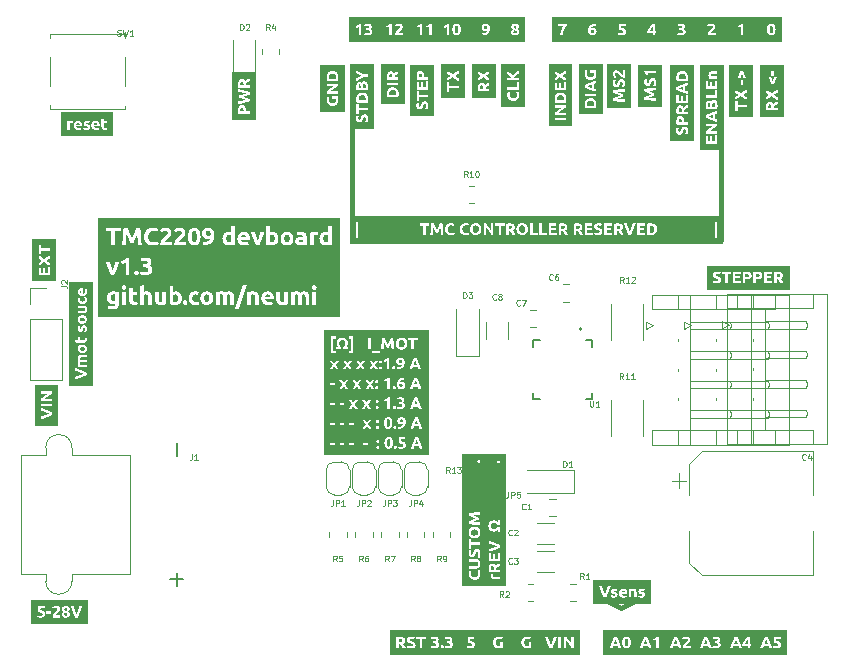
<source format=gbr>
%TF.GenerationSoftware,KiCad,Pcbnew,(7.0.0-0)*%
%TF.CreationDate,2023-03-29T11:58:47+02:00*%
%TF.ProjectId,tmc2209_devboard,746d6332-3230-4395-9f64-6576626f6172,rev?*%
%TF.SameCoordinates,Original*%
%TF.FileFunction,Legend,Top*%
%TF.FilePolarity,Positive*%
%FSLAX46Y46*%
G04 Gerber Fmt 4.6, Leading zero omitted, Abs format (unit mm)*
G04 Created by KiCad (PCBNEW (7.0.0-0)) date 2023-03-29 11:58:47*
%MOMM*%
%LPD*%
G01*
G04 APERTURE LIST*
%ADD10C,0.400000*%
%ADD11C,0.250000*%
%ADD12C,0.300000*%
%ADD13C,0.125000*%
%ADD14C,0.150000*%
%ADD15C,0.120000*%
%ADD16C,0.127000*%
%ADD17C,0.200000*%
G04 APERTURE END LIST*
D10*
X92250000Y-71400000D02*
X93300000Y-71900000D01*
X93300000Y-71900000D02*
X94450000Y-71350000D01*
X70500000Y-39125000D02*
X70500000Y-31075000D01*
X101750000Y-40775000D02*
X101750000Y-32725000D01*
D11*
G36*
X95796560Y-39548498D02*
G01*
X95806589Y-39548724D01*
X95826127Y-39549628D01*
X95844973Y-39551136D01*
X95863126Y-39553246D01*
X95880587Y-39555960D01*
X95897355Y-39559276D01*
X95913430Y-39563195D01*
X95928812Y-39567718D01*
X95943502Y-39572843D01*
X95957499Y-39578571D01*
X95970804Y-39584902D01*
X95983416Y-39591837D01*
X95995335Y-39599374D01*
X96006562Y-39607514D01*
X96017096Y-39616257D01*
X96026937Y-39625603D01*
X96036135Y-39635505D01*
X96044740Y-39645978D01*
X96052751Y-39657022D01*
X96060169Y-39668636D01*
X96066994Y-39680820D01*
X96073225Y-39693575D01*
X96078862Y-39706901D01*
X96083907Y-39720797D01*
X96088357Y-39735263D01*
X96092215Y-39750301D01*
X96095479Y-39765908D01*
X96098149Y-39782086D01*
X96100226Y-39798835D01*
X96101710Y-39816155D01*
X96102600Y-39834044D01*
X96102896Y-39852505D01*
X96102585Y-39870154D01*
X96101652Y-39887321D01*
X96100097Y-39904005D01*
X96097920Y-39920206D01*
X96095121Y-39935924D01*
X96091699Y-39951160D01*
X96087656Y-39965913D01*
X96082991Y-39980183D01*
X96077703Y-39993970D01*
X96071794Y-40007275D01*
X96065262Y-40020096D01*
X96058108Y-40032435D01*
X96050333Y-40044292D01*
X96041935Y-40055665D01*
X96032915Y-40066556D01*
X96023273Y-40076964D01*
X96018229Y-40081953D01*
X96007641Y-40091455D01*
X95996386Y-40100324D01*
X95984466Y-40108560D01*
X95971880Y-40116162D01*
X95958628Y-40123131D01*
X95944710Y-40129466D01*
X95930126Y-40135167D01*
X95914876Y-40140235D01*
X95898960Y-40144670D01*
X95882378Y-40148471D01*
X95865131Y-40151638D01*
X95847217Y-40154172D01*
X95828637Y-40156073D01*
X95809392Y-40157340D01*
X95799519Y-40157736D01*
X95789480Y-40157973D01*
X95779275Y-40158053D01*
X95772314Y-40158041D01*
X95762330Y-40157981D01*
X95751378Y-40157846D01*
X95741173Y-40157640D01*
X95730426Y-40157320D01*
X95725434Y-40157125D01*
X95714761Y-40156604D01*
X95704861Y-40155966D01*
X95694767Y-40155122D01*
X95694767Y-39552819D01*
X95698731Y-39552289D01*
X95709554Y-39551064D01*
X95719324Y-39550217D01*
X95729376Y-39549581D01*
X95739707Y-39549155D01*
X95745672Y-39548983D01*
X95756019Y-39548738D01*
X95766249Y-39548563D01*
X95776362Y-39548457D01*
X95786358Y-39548422D01*
X95796560Y-39548498D01*
G37*
G36*
X84913595Y-39532878D02*
G01*
X84924702Y-39533333D01*
X84935594Y-39534180D01*
X84946272Y-39535417D01*
X84956735Y-39537045D01*
X84966983Y-39539064D01*
X84977017Y-39541473D01*
X84986835Y-39544273D01*
X84996440Y-39547464D01*
X85005829Y-39551045D01*
X85015004Y-39555017D01*
X85018026Y-39556425D01*
X85026911Y-39560871D01*
X85035520Y-39565652D01*
X85043855Y-39570769D01*
X85054541Y-39578111D01*
X85064738Y-39586049D01*
X85074447Y-39594582D01*
X85083667Y-39603711D01*
X85090261Y-39610948D01*
X85096581Y-39618520D01*
X85100672Y-39623715D01*
X85106580Y-39631754D01*
X85112213Y-39640090D01*
X85117571Y-39648722D01*
X85122654Y-39657650D01*
X85127462Y-39666874D01*
X85131996Y-39676394D01*
X85136255Y-39686211D01*
X85140239Y-39696324D01*
X85143949Y-39706733D01*
X85147384Y-39717438D01*
X85149513Y-39724696D01*
X85152450Y-39735779D01*
X85155077Y-39747099D01*
X85157396Y-39758654D01*
X85159405Y-39770446D01*
X85161105Y-39782474D01*
X85162496Y-39794737D01*
X85163578Y-39807238D01*
X85164351Y-39819974D01*
X85164814Y-39832946D01*
X85164969Y-39846154D01*
X85164900Y-39854984D01*
X85164540Y-39868025D01*
X85163870Y-39880822D01*
X85162891Y-39893373D01*
X85161603Y-39905680D01*
X85160006Y-39917742D01*
X85158100Y-39929560D01*
X85155884Y-39941132D01*
X85153360Y-39952460D01*
X85150526Y-39963543D01*
X85147384Y-39974382D01*
X85145124Y-39981434D01*
X85141506Y-39991784D01*
X85137614Y-40001859D01*
X85133446Y-40011659D01*
X85129004Y-40021185D01*
X85124287Y-40030436D01*
X85119296Y-40039412D01*
X85114029Y-40048113D01*
X85108488Y-40056539D01*
X85102672Y-40064691D01*
X85096581Y-40072568D01*
X85090261Y-40080096D01*
X85081407Y-40089619D01*
X85072065Y-40098555D01*
X85062234Y-40106903D01*
X85051915Y-40114664D01*
X85041107Y-40121837D01*
X85032681Y-40126830D01*
X85023980Y-40131494D01*
X85015004Y-40135826D01*
X85008911Y-40138518D01*
X84999593Y-40142229D01*
X84990061Y-40145550D01*
X84980313Y-40148481D01*
X84970351Y-40151020D01*
X84960175Y-40153169D01*
X84949783Y-40154927D01*
X84939177Y-40156294D01*
X84928357Y-40157271D01*
X84917322Y-40157857D01*
X84906072Y-40158053D01*
X84898402Y-40157966D01*
X84887101Y-40157510D01*
X84876045Y-40156663D01*
X84865234Y-40155426D01*
X84854667Y-40153798D01*
X84844345Y-40151780D01*
X84834268Y-40149370D01*
X84824436Y-40146570D01*
X84814848Y-40143380D01*
X84805505Y-40139798D01*
X84796407Y-40135826D01*
X84787559Y-40131494D01*
X84778970Y-40126830D01*
X84767918Y-40120099D01*
X84757324Y-40112779D01*
X84747188Y-40104872D01*
X84737510Y-40096376D01*
X84728290Y-40087294D01*
X84721675Y-40080096D01*
X84715318Y-40072568D01*
X84711256Y-40067347D01*
X84705390Y-40059287D01*
X84699793Y-40050952D01*
X84694467Y-40042342D01*
X84689412Y-40033458D01*
X84684627Y-40024299D01*
X84680113Y-40014865D01*
X84675869Y-40005157D01*
X84671895Y-39995173D01*
X84668192Y-39984915D01*
X84664760Y-39974382D01*
X84662630Y-39967183D01*
X84659694Y-39956182D01*
X84657066Y-39944935D01*
X84654748Y-39933444D01*
X84652738Y-39921708D01*
X84651038Y-39909728D01*
X84649647Y-39897503D01*
X84648565Y-39885033D01*
X84647792Y-39872318D01*
X84647329Y-39859359D01*
X84647174Y-39846154D01*
X84647243Y-39837500D01*
X84647604Y-39824694D01*
X84648273Y-39812098D01*
X84649252Y-39799712D01*
X84650540Y-39787537D01*
X84652137Y-39775572D01*
X84654044Y-39763818D01*
X84656259Y-39752274D01*
X84658783Y-39740940D01*
X84661617Y-39729817D01*
X84664760Y-39718904D01*
X84667018Y-39711734D01*
X84670631Y-39701226D01*
X84674514Y-39691014D01*
X84678668Y-39681099D01*
X84683092Y-39671480D01*
X84687787Y-39662157D01*
X84692752Y-39653130D01*
X84697988Y-39644400D01*
X84703494Y-39635965D01*
X84709271Y-39627827D01*
X84715318Y-39619986D01*
X84717408Y-39617424D01*
X84723851Y-39609953D01*
X84730552Y-39602803D01*
X84739886Y-39593772D01*
X84749679Y-39585313D01*
X84759929Y-39577427D01*
X84770638Y-39570113D01*
X84778970Y-39565003D01*
X84787559Y-39560215D01*
X84796407Y-39555750D01*
X84802445Y-39552970D01*
X84811706Y-39549136D01*
X84821212Y-39545705D01*
X84830963Y-39542678D01*
X84840959Y-39540055D01*
X84851199Y-39537836D01*
X84861684Y-39536019D01*
X84872414Y-39534607D01*
X84883388Y-39533598D01*
X84894608Y-39532993D01*
X84906072Y-39532791D01*
X84913595Y-39532878D01*
G37*
G36*
X80982263Y-39532878D02*
G01*
X80993369Y-39533333D01*
X81004262Y-39534180D01*
X81014939Y-39535417D01*
X81025402Y-39537045D01*
X81035650Y-39539064D01*
X81045684Y-39541473D01*
X81055502Y-39544273D01*
X81065107Y-39547464D01*
X81074496Y-39551045D01*
X81083671Y-39555017D01*
X81086694Y-39556425D01*
X81095578Y-39560871D01*
X81104187Y-39565652D01*
X81112522Y-39570769D01*
X81123208Y-39578111D01*
X81133405Y-39586049D01*
X81143114Y-39594582D01*
X81152334Y-39603711D01*
X81158928Y-39610948D01*
X81165248Y-39618520D01*
X81169339Y-39623715D01*
X81175247Y-39631754D01*
X81180880Y-39640090D01*
X81186238Y-39648722D01*
X81191321Y-39657650D01*
X81196130Y-39666874D01*
X81200663Y-39676394D01*
X81204922Y-39686211D01*
X81208907Y-39696324D01*
X81212616Y-39706733D01*
X81216051Y-39717438D01*
X81218180Y-39724696D01*
X81221117Y-39735779D01*
X81223744Y-39747099D01*
X81226063Y-39758654D01*
X81228072Y-39770446D01*
X81229772Y-39782474D01*
X81231163Y-39794737D01*
X81232245Y-39807238D01*
X81233018Y-39819974D01*
X81233482Y-39832946D01*
X81233636Y-39846154D01*
X81233567Y-39854984D01*
X81233207Y-39868025D01*
X81232537Y-39880822D01*
X81231558Y-39893373D01*
X81230270Y-39905680D01*
X81228673Y-39917742D01*
X81226767Y-39929560D01*
X81224551Y-39941132D01*
X81222027Y-39952460D01*
X81219193Y-39963543D01*
X81216051Y-39974382D01*
X81213791Y-39981434D01*
X81210174Y-39991784D01*
X81206281Y-40001859D01*
X81202114Y-40011659D01*
X81197671Y-40021185D01*
X81192954Y-40030436D01*
X81187963Y-40039412D01*
X81182696Y-40048113D01*
X81177155Y-40056539D01*
X81171339Y-40064691D01*
X81165248Y-40072568D01*
X81158928Y-40080096D01*
X81150075Y-40089619D01*
X81140732Y-40098555D01*
X81130901Y-40106903D01*
X81120582Y-40114664D01*
X81109774Y-40121837D01*
X81101348Y-40126830D01*
X81092647Y-40131494D01*
X81083671Y-40135826D01*
X81077578Y-40138518D01*
X81068260Y-40142229D01*
X81058728Y-40145550D01*
X81048980Y-40148481D01*
X81039018Y-40151020D01*
X81028842Y-40153169D01*
X81018451Y-40154927D01*
X81007845Y-40156294D01*
X80997024Y-40157271D01*
X80985989Y-40157857D01*
X80974739Y-40158053D01*
X80967069Y-40157966D01*
X80955768Y-40157510D01*
X80944712Y-40156663D01*
X80933901Y-40155426D01*
X80923334Y-40153798D01*
X80913012Y-40151780D01*
X80902935Y-40149370D01*
X80893103Y-40146570D01*
X80883515Y-40143380D01*
X80874172Y-40139798D01*
X80865074Y-40135826D01*
X80856227Y-40131494D01*
X80847637Y-40126830D01*
X80836585Y-40120099D01*
X80825991Y-40112779D01*
X80815855Y-40104872D01*
X80806177Y-40096376D01*
X80796957Y-40087294D01*
X80790342Y-40080096D01*
X80783985Y-40072568D01*
X80779924Y-40067347D01*
X80774057Y-40059287D01*
X80768460Y-40050952D01*
X80763134Y-40042342D01*
X80758079Y-40033458D01*
X80753294Y-40024299D01*
X80748780Y-40014865D01*
X80744536Y-40005157D01*
X80740562Y-39995173D01*
X80736859Y-39984915D01*
X80733427Y-39974382D01*
X80731297Y-39967183D01*
X80728361Y-39956182D01*
X80725733Y-39944935D01*
X80723415Y-39933444D01*
X80721405Y-39921708D01*
X80719705Y-39909728D01*
X80718314Y-39897503D01*
X80717232Y-39885033D01*
X80716460Y-39872318D01*
X80715996Y-39859359D01*
X80715841Y-39846154D01*
X80715910Y-39837500D01*
X80716271Y-39824694D01*
X80716940Y-39812098D01*
X80717919Y-39799712D01*
X80719207Y-39787537D01*
X80720804Y-39775572D01*
X80722711Y-39763818D01*
X80724926Y-39752274D01*
X80727450Y-39740940D01*
X80730284Y-39729817D01*
X80733427Y-39718904D01*
X80735685Y-39711734D01*
X80739298Y-39701226D01*
X80743181Y-39691014D01*
X80747335Y-39681099D01*
X80751759Y-39671480D01*
X80756454Y-39662157D01*
X80761419Y-39653130D01*
X80766655Y-39644400D01*
X80772161Y-39635965D01*
X80777938Y-39627827D01*
X80783985Y-39619986D01*
X80786075Y-39617424D01*
X80792518Y-39609953D01*
X80799219Y-39602803D01*
X80808553Y-39593772D01*
X80818346Y-39585313D01*
X80828597Y-39577427D01*
X80839305Y-39570113D01*
X80847637Y-39565003D01*
X80856227Y-39560215D01*
X80865074Y-39555750D01*
X80871112Y-39552970D01*
X80880373Y-39549136D01*
X80889880Y-39545705D01*
X80899630Y-39542678D01*
X80909626Y-39540055D01*
X80919866Y-39537836D01*
X80930351Y-39536019D01*
X80941081Y-39534607D01*
X80952056Y-39533598D01*
X80963275Y-39532993D01*
X80974739Y-39532791D01*
X80982263Y-39532878D01*
G37*
G36*
X93009510Y-39548452D02*
G01*
X93022297Y-39548686D01*
X93034681Y-39549156D01*
X93046662Y-39549860D01*
X93058241Y-39550799D01*
X93069417Y-39551972D01*
X93080190Y-39553380D01*
X93090561Y-39555023D01*
X93100529Y-39556901D01*
X93114726Y-39560157D01*
X93128018Y-39563942D01*
X93140403Y-39568255D01*
X93151883Y-39573095D01*
X93162457Y-39578464D01*
X93169023Y-39582349D01*
X93178077Y-39588778D01*
X93186179Y-39595928D01*
X93193327Y-39603799D01*
X93199523Y-39612391D01*
X93204765Y-39621705D01*
X93209054Y-39631740D01*
X93212390Y-39642496D01*
X93214772Y-39653973D01*
X93216202Y-39666172D01*
X93216679Y-39679092D01*
X93216470Y-39688145D01*
X93215373Y-39701093D01*
X93213336Y-39713286D01*
X93210358Y-39724724D01*
X93206441Y-39735406D01*
X93201583Y-39745332D01*
X93195784Y-39754502D01*
X93189046Y-39762917D01*
X93181367Y-39770577D01*
X93172749Y-39777480D01*
X93163190Y-39783628D01*
X93159778Y-39785507D01*
X93148718Y-39790784D01*
X93136422Y-39795524D01*
X93122889Y-39799728D01*
X93113181Y-39802233D01*
X93102923Y-39804499D01*
X93092115Y-39806526D01*
X93080758Y-39808315D01*
X93068851Y-39809865D01*
X93056394Y-39811177D01*
X93043388Y-39812250D01*
X93029833Y-39813085D01*
X93015728Y-39813682D01*
X93001073Y-39814039D01*
X92985869Y-39814159D01*
X92924076Y-39814159D01*
X92924076Y-39552819D01*
X92929396Y-39552361D01*
X92939243Y-39551536D01*
X92949437Y-39550712D01*
X92959979Y-39549888D01*
X92962380Y-39549710D01*
X92972363Y-39549115D01*
X92982957Y-39548703D01*
X92992728Y-39548493D01*
X93002966Y-39548422D01*
X93009510Y-39548452D01*
G37*
G36*
X89565686Y-39548452D02*
G01*
X89578473Y-39548686D01*
X89590857Y-39549156D01*
X89602838Y-39549860D01*
X89614417Y-39550799D01*
X89625593Y-39551972D01*
X89636366Y-39553380D01*
X89646737Y-39555023D01*
X89656705Y-39556901D01*
X89670902Y-39560157D01*
X89684194Y-39563942D01*
X89696579Y-39568255D01*
X89708059Y-39573095D01*
X89718633Y-39578464D01*
X89725199Y-39582349D01*
X89734253Y-39588778D01*
X89742355Y-39595928D01*
X89749503Y-39603799D01*
X89755698Y-39612391D01*
X89760941Y-39621705D01*
X89765230Y-39631740D01*
X89768566Y-39642496D01*
X89770948Y-39653973D01*
X89772378Y-39666172D01*
X89772855Y-39679092D01*
X89772646Y-39688145D01*
X89771549Y-39701093D01*
X89769511Y-39713286D01*
X89766534Y-39724724D01*
X89762616Y-39735406D01*
X89757758Y-39745332D01*
X89751960Y-39754502D01*
X89745222Y-39762917D01*
X89737543Y-39770577D01*
X89728924Y-39777480D01*
X89719365Y-39783628D01*
X89715954Y-39785507D01*
X89704894Y-39790784D01*
X89692598Y-39795524D01*
X89679065Y-39799728D01*
X89669357Y-39802233D01*
X89659098Y-39804499D01*
X89648291Y-39806526D01*
X89636933Y-39808315D01*
X89625027Y-39809865D01*
X89612570Y-39811177D01*
X89599564Y-39812250D01*
X89586009Y-39813085D01*
X89571904Y-39813682D01*
X89557249Y-39814039D01*
X89542045Y-39814159D01*
X89480252Y-39814159D01*
X89480252Y-39552819D01*
X89485572Y-39552361D01*
X89495419Y-39551536D01*
X89505613Y-39550712D01*
X89516155Y-39549888D01*
X89518556Y-39549710D01*
X89528539Y-39549115D01*
X89539133Y-39548703D01*
X89548904Y-39548493D01*
X89559142Y-39548422D01*
X89565686Y-39548452D01*
G37*
G36*
X88296600Y-39548452D02*
G01*
X88309387Y-39548686D01*
X88321771Y-39549156D01*
X88333752Y-39549860D01*
X88345331Y-39550799D01*
X88356507Y-39551972D01*
X88367280Y-39553380D01*
X88377651Y-39555023D01*
X88387619Y-39556901D01*
X88401816Y-39560157D01*
X88415108Y-39563942D01*
X88427493Y-39568255D01*
X88438973Y-39573095D01*
X88449547Y-39578464D01*
X88456113Y-39582349D01*
X88465167Y-39588778D01*
X88473269Y-39595928D01*
X88480417Y-39603799D01*
X88486613Y-39612391D01*
X88491855Y-39621705D01*
X88496144Y-39631740D01*
X88499480Y-39642496D01*
X88501862Y-39653973D01*
X88503292Y-39666172D01*
X88503769Y-39679092D01*
X88503560Y-39688145D01*
X88502463Y-39701093D01*
X88500426Y-39713286D01*
X88497448Y-39724724D01*
X88493531Y-39735406D01*
X88488673Y-39745332D01*
X88482875Y-39754502D01*
X88476136Y-39762917D01*
X88468458Y-39770577D01*
X88459839Y-39777480D01*
X88450280Y-39783628D01*
X88446868Y-39785507D01*
X88435808Y-39790784D01*
X88423512Y-39795524D01*
X88409979Y-39799728D01*
X88400271Y-39802233D01*
X88390013Y-39804499D01*
X88379205Y-39806526D01*
X88367848Y-39808315D01*
X88355941Y-39809865D01*
X88343484Y-39811177D01*
X88330478Y-39812250D01*
X88316923Y-39813085D01*
X88302818Y-39813682D01*
X88288163Y-39814039D01*
X88272959Y-39814159D01*
X88211166Y-39814159D01*
X88211166Y-39552819D01*
X88216486Y-39552361D01*
X88226333Y-39551536D01*
X88236527Y-39550712D01*
X88247069Y-39549888D01*
X88249470Y-39549710D01*
X88259453Y-39549115D01*
X88270047Y-39548703D01*
X88279818Y-39548493D01*
X88290056Y-39548422D01*
X88296600Y-39548452D01*
G37*
G36*
X83859196Y-39548452D02*
G01*
X83871983Y-39548686D01*
X83884367Y-39549156D01*
X83896348Y-39549860D01*
X83907927Y-39550799D01*
X83919103Y-39551972D01*
X83929876Y-39553380D01*
X83940247Y-39555023D01*
X83950215Y-39556901D01*
X83964412Y-39560157D01*
X83977704Y-39563942D01*
X83990089Y-39568255D01*
X84001569Y-39573095D01*
X84012143Y-39578464D01*
X84018709Y-39582349D01*
X84027763Y-39588778D01*
X84035865Y-39595928D01*
X84043013Y-39603799D01*
X84049209Y-39612391D01*
X84054451Y-39621705D01*
X84058740Y-39631740D01*
X84062076Y-39642496D01*
X84064458Y-39653973D01*
X84065888Y-39666172D01*
X84066365Y-39679092D01*
X84066156Y-39688145D01*
X84065059Y-39701093D01*
X84063022Y-39713286D01*
X84060044Y-39724724D01*
X84056127Y-39735406D01*
X84051269Y-39745332D01*
X84045470Y-39754502D01*
X84038732Y-39762917D01*
X84031053Y-39770577D01*
X84022435Y-39777480D01*
X84012876Y-39783628D01*
X84009464Y-39785507D01*
X83998404Y-39790784D01*
X83986108Y-39795524D01*
X83972575Y-39799728D01*
X83962867Y-39802233D01*
X83952609Y-39804499D01*
X83941801Y-39806526D01*
X83930444Y-39808315D01*
X83918537Y-39809865D01*
X83906080Y-39811177D01*
X83893074Y-39812250D01*
X83879519Y-39813085D01*
X83865414Y-39813682D01*
X83850759Y-39814039D01*
X83835555Y-39814159D01*
X83773762Y-39814159D01*
X83773762Y-39552819D01*
X83779082Y-39552361D01*
X83788929Y-39551536D01*
X83799123Y-39550712D01*
X83809665Y-39549888D01*
X83812066Y-39549710D01*
X83822049Y-39549115D01*
X83832643Y-39548703D01*
X83842414Y-39548493D01*
X83852652Y-39548422D01*
X83859196Y-39548452D01*
G37*
G36*
X101943782Y-41113593D02*
G01*
X70321536Y-41113593D01*
X70321536Y-39235792D01*
X70839393Y-39235792D01*
X70839393Y-40595736D01*
X71039184Y-40595736D01*
X71039184Y-39360844D01*
X76232520Y-39360844D01*
X76232520Y-39548422D01*
X76526588Y-39548422D01*
X76526588Y-40330000D01*
X76746162Y-40330000D01*
X77134020Y-40330000D01*
X77347732Y-40330000D01*
X77348263Y-40312286D01*
X77348816Y-40294378D01*
X77349393Y-40276276D01*
X77349992Y-40257978D01*
X77350614Y-40239487D01*
X77351259Y-40220800D01*
X77351927Y-40201919D01*
X77352617Y-40182843D01*
X77353331Y-40163573D01*
X77354067Y-40144108D01*
X77354444Y-40134302D01*
X77354827Y-40124448D01*
X77355215Y-40114545D01*
X77355609Y-40104594D01*
X77356009Y-40094594D01*
X77356415Y-40084545D01*
X77356826Y-40074448D01*
X77357243Y-40064301D01*
X77357665Y-40054107D01*
X77358094Y-40043863D01*
X77358528Y-40033571D01*
X77358968Y-40023230D01*
X77359417Y-40012863D01*
X77359881Y-40002489D01*
X77360358Y-39992110D01*
X77360849Y-39981724D01*
X77361354Y-39971334D01*
X77361873Y-39960937D01*
X77362405Y-39950535D01*
X77362952Y-39940127D01*
X77363512Y-39929713D01*
X77364086Y-39919294D01*
X77364674Y-39908869D01*
X77365276Y-39898438D01*
X77365892Y-39888001D01*
X77366521Y-39877559D01*
X77367164Y-39867111D01*
X77367821Y-39856657D01*
X77368492Y-39846197D01*
X77369177Y-39835732D01*
X77369876Y-39825261D01*
X77370588Y-39814784D01*
X77371315Y-39804302D01*
X77372055Y-39793814D01*
X77372809Y-39783320D01*
X77373576Y-39772821D01*
X77374358Y-39762315D01*
X77375153Y-39751804D01*
X77375963Y-39741287D01*
X77376786Y-39730765D01*
X77377623Y-39720237D01*
X77378474Y-39709703D01*
X77379338Y-39699163D01*
X77380217Y-39688618D01*
X77383413Y-39695963D01*
X77388286Y-39707164D01*
X77393253Y-39718583D01*
X77398315Y-39730222D01*
X77403471Y-39742079D01*
X77408722Y-39754156D01*
X77414067Y-39766451D01*
X77419507Y-39778965D01*
X77425041Y-39791699D01*
X77430670Y-39804651D01*
X77436393Y-39817822D01*
X77440266Y-39826646D01*
X77446062Y-39839886D01*
X77451841Y-39853131D01*
X77457603Y-39866379D01*
X77463347Y-39879632D01*
X77469074Y-39892889D01*
X77474785Y-39906150D01*
X77480477Y-39919416D01*
X77486153Y-39932686D01*
X77491812Y-39945960D01*
X77497453Y-39959239D01*
X77501230Y-39968068D01*
X77506864Y-39981218D01*
X77512459Y-39994257D01*
X77518015Y-40007184D01*
X77523533Y-40020000D01*
X77529012Y-40032704D01*
X77534452Y-40045296D01*
X77539854Y-40057777D01*
X77545217Y-40070146D01*
X77550542Y-40082404D01*
X77555827Y-40094549D01*
X77557575Y-40098561D01*
X77562720Y-40110379D01*
X77567718Y-40121871D01*
X77572571Y-40133037D01*
X77577278Y-40143876D01*
X77581839Y-40154389D01*
X77586254Y-40164576D01*
X77590523Y-40174436D01*
X77594646Y-40183970D01*
X77598623Y-40193178D01*
X77603699Y-40204947D01*
X77757083Y-40204947D01*
X77759589Y-40199135D01*
X77763469Y-40190145D01*
X77767494Y-40180828D01*
X77771666Y-40171185D01*
X77775984Y-40161216D01*
X77780447Y-40150921D01*
X77785057Y-40140299D01*
X77789812Y-40129351D01*
X77794714Y-40118077D01*
X77799762Y-40106476D01*
X77804955Y-40094549D01*
X77808475Y-40086465D01*
X77813786Y-40074244D01*
X77819136Y-40061912D01*
X77824525Y-40049469D01*
X77829953Y-40036914D01*
X77835419Y-40024247D01*
X77840924Y-40011469D01*
X77846467Y-39998579D01*
X77852049Y-39985577D01*
X77857670Y-39972464D01*
X77863329Y-39959239D01*
X77867117Y-39950386D01*
X77872805Y-39937110D01*
X77878503Y-39923839D01*
X77884209Y-39910572D01*
X77889923Y-39897309D01*
X77895646Y-39884050D01*
X77901378Y-39870796D01*
X77907118Y-39857546D01*
X77912867Y-39844301D01*
X77918624Y-39831059D01*
X77924390Y-39817822D01*
X77928245Y-39809017D01*
X77933946Y-39795992D01*
X77939548Y-39783186D01*
X77945051Y-39770598D01*
X77950456Y-39758230D01*
X77955762Y-39746080D01*
X77960969Y-39734150D01*
X77966077Y-39722439D01*
X77971087Y-39710946D01*
X77975998Y-39699672D01*
X77980810Y-39688618D01*
X77981688Y-39699163D01*
X77982553Y-39709703D01*
X77983404Y-39720237D01*
X77984241Y-39730765D01*
X77985064Y-39741287D01*
X77985873Y-39751804D01*
X77986669Y-39762315D01*
X77987450Y-39772821D01*
X77988218Y-39783320D01*
X77988972Y-39793814D01*
X77989712Y-39804302D01*
X77990438Y-39814784D01*
X77991151Y-39825261D01*
X77991849Y-39835732D01*
X77992534Y-39846197D01*
X77993205Y-39856657D01*
X77993862Y-39867111D01*
X77994506Y-39877559D01*
X77995135Y-39888001D01*
X77995751Y-39898438D01*
X77996352Y-39908869D01*
X77996940Y-39919294D01*
X77997515Y-39929713D01*
X77998075Y-39940127D01*
X77998621Y-39950535D01*
X77999154Y-39960937D01*
X77999673Y-39971334D01*
X78000178Y-39981724D01*
X78000669Y-39992110D01*
X78001146Y-40002489D01*
X78001609Y-40012863D01*
X78002059Y-40023230D01*
X78002499Y-40033571D01*
X78002933Y-40043863D01*
X78003361Y-40054107D01*
X78003784Y-40064301D01*
X78004201Y-40074448D01*
X78004612Y-40084545D01*
X78005018Y-40094594D01*
X78005417Y-40104594D01*
X78005811Y-40114545D01*
X78006200Y-40124448D01*
X78006582Y-40134302D01*
X78006959Y-40144108D01*
X78007696Y-40163573D01*
X78008409Y-40182843D01*
X78009100Y-40201919D01*
X78009768Y-40220800D01*
X78010413Y-40239487D01*
X78011035Y-40257978D01*
X78011634Y-40276276D01*
X78012210Y-40294378D01*
X78012764Y-40312286D01*
X78013294Y-40330000D01*
X78227007Y-40330000D01*
X78226296Y-40315591D01*
X78225568Y-40301064D01*
X78224823Y-40286419D01*
X78224061Y-40271656D01*
X78223281Y-40256774D01*
X78222484Y-40241774D01*
X78221671Y-40226656D01*
X78220840Y-40211420D01*
X78219991Y-40196065D01*
X78219126Y-40180592D01*
X78218244Y-40165000D01*
X78217344Y-40149290D01*
X78216427Y-40133462D01*
X78215493Y-40117516D01*
X78214542Y-40101451D01*
X78213573Y-40085268D01*
X78212620Y-40068999D01*
X78211654Y-40052738D01*
X78210674Y-40036484D01*
X78209681Y-40020239D01*
X78208674Y-40004000D01*
X78207654Y-39987769D01*
X78206621Y-39971546D01*
X78205574Y-39955331D01*
X78204514Y-39939123D01*
X78203441Y-39922923D01*
X78202354Y-39906730D01*
X78201254Y-39890546D01*
X78200141Y-39874368D01*
X78199014Y-39858199D01*
X78198164Y-39846154D01*
X78375262Y-39846154D01*
X78375384Y-39861008D01*
X78375748Y-39875648D01*
X78376355Y-39890074D01*
X78377205Y-39904288D01*
X78378297Y-39918288D01*
X78379633Y-39932075D01*
X78381211Y-39945649D01*
X78383032Y-39959010D01*
X78385096Y-39972157D01*
X78387403Y-39985091D01*
X78389952Y-39997812D01*
X78392745Y-40010320D01*
X78395780Y-40022614D01*
X78399058Y-40034696D01*
X78402578Y-40046564D01*
X78406342Y-40058218D01*
X78410348Y-40069660D01*
X78414598Y-40080888D01*
X78419090Y-40091903D01*
X78423824Y-40102705D01*
X78428802Y-40113293D01*
X78434023Y-40123669D01*
X78439486Y-40133831D01*
X78445192Y-40143780D01*
X78451141Y-40153515D01*
X78457332Y-40163038D01*
X78463767Y-40172347D01*
X78470444Y-40181443D01*
X78477364Y-40190325D01*
X78484527Y-40198995D01*
X78491933Y-40207451D01*
X78499582Y-40215694D01*
X78507478Y-40223688D01*
X78515595Y-40231428D01*
X78523933Y-40238915D01*
X78532493Y-40246148D01*
X78541275Y-40253127D01*
X78550277Y-40259852D01*
X78559501Y-40266324D01*
X78568947Y-40272541D01*
X78578613Y-40278505D01*
X78588501Y-40284215D01*
X78598611Y-40289672D01*
X78608941Y-40294874D01*
X78619493Y-40299823D01*
X78630267Y-40304518D01*
X78641262Y-40308959D01*
X78652478Y-40313147D01*
X78663915Y-40317080D01*
X78675574Y-40320760D01*
X78687454Y-40324186D01*
X78699556Y-40327359D01*
X78711878Y-40330277D01*
X78724423Y-40332942D01*
X78737188Y-40335353D01*
X78750175Y-40337510D01*
X78763383Y-40339413D01*
X78776813Y-40341063D01*
X78790463Y-40342459D01*
X78804336Y-40343601D01*
X78818429Y-40344489D01*
X78832744Y-40345123D01*
X78847280Y-40345504D01*
X78862038Y-40345631D01*
X78875824Y-40345543D01*
X78889401Y-40345280D01*
X78902767Y-40344841D01*
X78915924Y-40344227D01*
X78928871Y-40343437D01*
X78941608Y-40342471D01*
X78954135Y-40341330D01*
X78966452Y-40340013D01*
X78978559Y-40338521D01*
X78990456Y-40336854D01*
X79002144Y-40335010D01*
X79013621Y-40332991D01*
X79024889Y-40330797D01*
X79035947Y-40328427D01*
X79046794Y-40325882D01*
X79057432Y-40323161D01*
X79067847Y-40320300D01*
X79077964Y-40317398D01*
X79087783Y-40314454D01*
X79097305Y-40311468D01*
X79111029Y-40306909D01*
X79124084Y-40302257D01*
X79136469Y-40297510D01*
X79148184Y-40292669D01*
X79159229Y-40287733D01*
X79169605Y-40282702D01*
X79179311Y-40277577D01*
X79188347Y-40272358D01*
X79128019Y-40103098D01*
X79125713Y-40104171D01*
X79116164Y-40108560D01*
X79106097Y-40113101D01*
X79096862Y-40117200D01*
X79087230Y-40121416D01*
X79085819Y-40122025D01*
X79075552Y-40126179D01*
X79066213Y-40129591D01*
X79056375Y-40132865D01*
X79046040Y-40136002D01*
X79035206Y-40139002D01*
X79031479Y-40139970D01*
X79021868Y-40142316D01*
X79011839Y-40144554D01*
X79001393Y-40146685D01*
X78990530Y-40148709D01*
X78979249Y-40150626D01*
X78967551Y-40152435D01*
X78957930Y-40153752D01*
X78947996Y-40154893D01*
X78937750Y-40155858D01*
X78927190Y-40156648D01*
X78916317Y-40157263D01*
X78905132Y-40157701D01*
X78893633Y-40157965D01*
X78881822Y-40158053D01*
X78872415Y-40157957D01*
X78858633Y-40157456D01*
X78845246Y-40156526D01*
X78832255Y-40155166D01*
X78819658Y-40153378D01*
X78807456Y-40151159D01*
X78795650Y-40148512D01*
X78784238Y-40145435D01*
X78773221Y-40141929D01*
X78762600Y-40137993D01*
X78752373Y-40133628D01*
X78745766Y-40130507D01*
X78736153Y-40125566D01*
X78726895Y-40120317D01*
X78717995Y-40114759D01*
X78709450Y-40108891D01*
X78701262Y-40102714D01*
X78693430Y-40096229D01*
X78685955Y-40089434D01*
X78678836Y-40082330D01*
X78672073Y-40074916D01*
X78665667Y-40067194D01*
X78661616Y-40061881D01*
X78655804Y-40053679D01*
X78650310Y-40045197D01*
X78645134Y-40036437D01*
X78640275Y-40027397D01*
X78635734Y-40018078D01*
X78631511Y-40008481D01*
X78627606Y-39998604D01*
X78624018Y-39988448D01*
X78620748Y-39978013D01*
X78617795Y-39967299D01*
X78616021Y-39959997D01*
X78613573Y-39948913D01*
X78611384Y-39937669D01*
X78609452Y-39926267D01*
X78607777Y-39914706D01*
X78606361Y-39902985D01*
X78605201Y-39891107D01*
X78604300Y-39879069D01*
X78603656Y-39866872D01*
X78603269Y-39854517D01*
X78603183Y-39846154D01*
X79617970Y-39846154D01*
X79618091Y-39861008D01*
X79618455Y-39875648D01*
X79619062Y-39890074D01*
X79619912Y-39904288D01*
X79621005Y-39918288D01*
X79622340Y-39932075D01*
X79623919Y-39945649D01*
X79625740Y-39959010D01*
X79627804Y-39972157D01*
X79630110Y-39985091D01*
X79632660Y-39997812D01*
X79635452Y-40010320D01*
X79638487Y-40022614D01*
X79641765Y-40034696D01*
X79645286Y-40046564D01*
X79649050Y-40058218D01*
X79653056Y-40069660D01*
X79657305Y-40080888D01*
X79661797Y-40091903D01*
X79666532Y-40102705D01*
X79671510Y-40113293D01*
X79676730Y-40123669D01*
X79682193Y-40133831D01*
X79687899Y-40143780D01*
X79693848Y-40153515D01*
X79700040Y-40163038D01*
X79706475Y-40172347D01*
X79713152Y-40181443D01*
X79720072Y-40190325D01*
X79727235Y-40198995D01*
X79734641Y-40207451D01*
X79742289Y-40215694D01*
X79750185Y-40223688D01*
X79758302Y-40231428D01*
X79766641Y-40238915D01*
X79775201Y-40246148D01*
X79783982Y-40253127D01*
X79792985Y-40259852D01*
X79802209Y-40266324D01*
X79811654Y-40272541D01*
X79821321Y-40278505D01*
X79831209Y-40284215D01*
X79841318Y-40289672D01*
X79851649Y-40294874D01*
X79862201Y-40299823D01*
X79872975Y-40304518D01*
X79883969Y-40308959D01*
X79895185Y-40313147D01*
X79906623Y-40317080D01*
X79918282Y-40320760D01*
X79930162Y-40324186D01*
X79942263Y-40327359D01*
X79954586Y-40330277D01*
X79967130Y-40332942D01*
X79979896Y-40335353D01*
X79992882Y-40337510D01*
X80006091Y-40339413D01*
X80019520Y-40341063D01*
X80033171Y-40342459D01*
X80047043Y-40343601D01*
X80061137Y-40344489D01*
X80075452Y-40345123D01*
X80089988Y-40345504D01*
X80104746Y-40345631D01*
X80118532Y-40345543D01*
X80132109Y-40345280D01*
X80145475Y-40344841D01*
X80158632Y-40344227D01*
X80171579Y-40343437D01*
X80184315Y-40342471D01*
X80196842Y-40341330D01*
X80209160Y-40340013D01*
X80221267Y-40338521D01*
X80233164Y-40336854D01*
X80244851Y-40335010D01*
X80256329Y-40332991D01*
X80267597Y-40330797D01*
X80278654Y-40328427D01*
X80289502Y-40325882D01*
X80300140Y-40323161D01*
X80310555Y-40320300D01*
X80320672Y-40317398D01*
X80330491Y-40314454D01*
X80340013Y-40311468D01*
X80353737Y-40306909D01*
X80366792Y-40302257D01*
X80379176Y-40297510D01*
X80390891Y-40292669D01*
X80401937Y-40287733D01*
X80412312Y-40282702D01*
X80422018Y-40277577D01*
X80431054Y-40272358D01*
X80370726Y-40103098D01*
X80368420Y-40104171D01*
X80358872Y-40108560D01*
X80348804Y-40113101D01*
X80339570Y-40117200D01*
X80329938Y-40121416D01*
X80328526Y-40122025D01*
X80318260Y-40126179D01*
X80308920Y-40129591D01*
X80299083Y-40132865D01*
X80288747Y-40136002D01*
X80277914Y-40139002D01*
X80274186Y-40139970D01*
X80264575Y-40142316D01*
X80254547Y-40144554D01*
X80244101Y-40146685D01*
X80233237Y-40148709D01*
X80221957Y-40150626D01*
X80210259Y-40152435D01*
X80200638Y-40153752D01*
X80190704Y-40154893D01*
X80180457Y-40155858D01*
X80169897Y-40156648D01*
X80159025Y-40157263D01*
X80147839Y-40157701D01*
X80136341Y-40157965D01*
X80124529Y-40158053D01*
X80115122Y-40157957D01*
X80101341Y-40157456D01*
X80087954Y-40156526D01*
X80074962Y-40155166D01*
X80062366Y-40153378D01*
X80050164Y-40151159D01*
X80038357Y-40148512D01*
X80026946Y-40145435D01*
X80015929Y-40141929D01*
X80005307Y-40137993D01*
X79995081Y-40133628D01*
X79988474Y-40130507D01*
X79978860Y-40125566D01*
X79969603Y-40120317D01*
X79960702Y-40114759D01*
X79952158Y-40108891D01*
X79943970Y-40102714D01*
X79936138Y-40096229D01*
X79928663Y-40089434D01*
X79921544Y-40082330D01*
X79914781Y-40074916D01*
X79908374Y-40067194D01*
X79904323Y-40061881D01*
X79898512Y-40053679D01*
X79893018Y-40045197D01*
X79887841Y-40036437D01*
X79882983Y-40027397D01*
X79878442Y-40018078D01*
X79874219Y-40008481D01*
X79870313Y-39998604D01*
X79866725Y-39988448D01*
X79863455Y-39978013D01*
X79860503Y-39967299D01*
X79858728Y-39959997D01*
X79856281Y-39948913D01*
X79854091Y-39937669D01*
X79852159Y-39926267D01*
X79850485Y-39914706D01*
X79849068Y-39902985D01*
X79847909Y-39891107D01*
X79847007Y-39879069D01*
X79846363Y-39866872D01*
X79845977Y-39854517D01*
X79845891Y-39846154D01*
X80489428Y-39846154D01*
X80489576Y-39861426D01*
X80490020Y-39876467D01*
X80490759Y-39891277D01*
X80491794Y-39905857D01*
X80493125Y-39920205D01*
X80494752Y-39934322D01*
X80496674Y-39948209D01*
X80498893Y-39961864D01*
X80501407Y-39975289D01*
X80504216Y-39988483D01*
X80507322Y-40001446D01*
X80510723Y-40014178D01*
X80514420Y-40026679D01*
X80518413Y-40038950D01*
X80522702Y-40050989D01*
X80527286Y-40062798D01*
X80532157Y-40074342D01*
X80537246Y-40085650D01*
X80542553Y-40096721D01*
X80548077Y-40107555D01*
X80553819Y-40118153D01*
X80559778Y-40128514D01*
X80565954Y-40138639D01*
X80572349Y-40148527D01*
X80578960Y-40158178D01*
X80585790Y-40167593D01*
X80592836Y-40176771D01*
X80600101Y-40185713D01*
X80607583Y-40194418D01*
X80615282Y-40202886D01*
X80623199Y-40211118D01*
X80631333Y-40219113D01*
X80639695Y-40226839D01*
X80648232Y-40234325D01*
X80656944Y-40241570D01*
X80665833Y-40248575D01*
X80674896Y-40255339D01*
X80684136Y-40261863D01*
X80693550Y-40268147D01*
X80703141Y-40274190D01*
X80712907Y-40279993D01*
X80722848Y-40285555D01*
X80732965Y-40290877D01*
X80743258Y-40295958D01*
X80753726Y-40300799D01*
X80764369Y-40305400D01*
X80775189Y-40309760D01*
X80786183Y-40313879D01*
X80797310Y-40317724D01*
X80808524Y-40321321D01*
X80819826Y-40324670D01*
X80831216Y-40327771D01*
X80842693Y-40330623D01*
X80854258Y-40333228D01*
X80865911Y-40335585D01*
X80877652Y-40337693D01*
X80889481Y-40339554D01*
X80901397Y-40341166D01*
X80913401Y-40342530D01*
X80925493Y-40343647D01*
X80937673Y-40344515D01*
X80949940Y-40345135D01*
X80962296Y-40345507D01*
X80974739Y-40345631D01*
X80987510Y-40345507D01*
X81000178Y-40345135D01*
X81012743Y-40344515D01*
X81025205Y-40343647D01*
X81037564Y-40342530D01*
X81049821Y-40341166D01*
X81061973Y-40339554D01*
X81074023Y-40337693D01*
X81085970Y-40335585D01*
X81097814Y-40333228D01*
X81109555Y-40330623D01*
X81121193Y-40327771D01*
X81132728Y-40324670D01*
X81144159Y-40321321D01*
X81155488Y-40317724D01*
X81166714Y-40313879D01*
X81177791Y-40309760D01*
X81188676Y-40305400D01*
X81199369Y-40300799D01*
X81209868Y-40295958D01*
X81220175Y-40290877D01*
X81230289Y-40285555D01*
X81240211Y-40279993D01*
X81249939Y-40274190D01*
X81259475Y-40268147D01*
X81268819Y-40261863D01*
X81277969Y-40255339D01*
X81286927Y-40248575D01*
X81295692Y-40241570D01*
X81304264Y-40234325D01*
X81312644Y-40226839D01*
X81320831Y-40219113D01*
X81328814Y-40211118D01*
X81336581Y-40202886D01*
X81344132Y-40194418D01*
X81351468Y-40185713D01*
X81358588Y-40176771D01*
X81365493Y-40167593D01*
X81372182Y-40158178D01*
X81378655Y-40148527D01*
X81384913Y-40138639D01*
X81390955Y-40128514D01*
X81396782Y-40118153D01*
X81402393Y-40107555D01*
X81407788Y-40096721D01*
X81412968Y-40085650D01*
X81417932Y-40074342D01*
X81422680Y-40062798D01*
X81427205Y-40050989D01*
X81431439Y-40038950D01*
X81435380Y-40026679D01*
X81439029Y-40014178D01*
X81442386Y-40001446D01*
X81445452Y-39988483D01*
X81448225Y-39975289D01*
X81450707Y-39961864D01*
X81452897Y-39948209D01*
X81454794Y-39934322D01*
X81456400Y-39920205D01*
X81457714Y-39905857D01*
X81458736Y-39891277D01*
X81459465Y-39876467D01*
X81459903Y-39861426D01*
X81460049Y-39846154D01*
X81459900Y-39830884D01*
X81459454Y-39815845D01*
X81458710Y-39801040D01*
X81457668Y-39786468D01*
X81456328Y-39772128D01*
X81454691Y-39758021D01*
X81452756Y-39744147D01*
X81450524Y-39730505D01*
X81447994Y-39717097D01*
X81445166Y-39703921D01*
X81442040Y-39690978D01*
X81438617Y-39678268D01*
X81434896Y-39665791D01*
X81430878Y-39653546D01*
X81426561Y-39641534D01*
X81421947Y-39629755D01*
X81417104Y-39618179D01*
X81412040Y-39606838D01*
X81406755Y-39595732D01*
X81401248Y-39584860D01*
X81395520Y-39574223D01*
X81389570Y-39563821D01*
X81383399Y-39553654D01*
X81377007Y-39543721D01*
X81370393Y-39534023D01*
X81363558Y-39524559D01*
X81356502Y-39515330D01*
X81349224Y-39506336D01*
X81341725Y-39497577D01*
X81334005Y-39489052D01*
X81326063Y-39480762D01*
X81317900Y-39472707D01*
X81309568Y-39464864D01*
X81301059Y-39457270D01*
X81292372Y-39449927D01*
X81283507Y-39442833D01*
X81274466Y-39435990D01*
X81265247Y-39429396D01*
X81255850Y-39423052D01*
X81246276Y-39416959D01*
X81236524Y-39411115D01*
X81226595Y-39405521D01*
X81216489Y-39400177D01*
X81206205Y-39395084D01*
X81195743Y-39390240D01*
X81185104Y-39385646D01*
X81174288Y-39381302D01*
X81163294Y-39377208D01*
X81152168Y-39373334D01*
X81140954Y-39369709D01*
X81129652Y-39366335D01*
X81118262Y-39363210D01*
X81108816Y-39360844D01*
X81637614Y-39360844D01*
X81637614Y-40330000D01*
X81854257Y-40330000D01*
X81854257Y-39697166D01*
X81861983Y-39706160D01*
X81869681Y-39715189D01*
X81877351Y-39724253D01*
X81884994Y-39733352D01*
X81892609Y-39742487D01*
X81900196Y-39751657D01*
X81907755Y-39760863D01*
X81915287Y-39770103D01*
X81922792Y-39779379D01*
X81930268Y-39788691D01*
X81937717Y-39798037D01*
X81945138Y-39807419D01*
X81952532Y-39816836D01*
X81959898Y-39826289D01*
X81967236Y-39835776D01*
X81974547Y-39845300D01*
X81981830Y-39854858D01*
X81989085Y-39864452D01*
X81996313Y-39874081D01*
X82003512Y-39883745D01*
X82010685Y-39893445D01*
X82017829Y-39903179D01*
X82024946Y-39912950D01*
X82032035Y-39922755D01*
X82039097Y-39932596D01*
X82046131Y-39942472D01*
X82053137Y-39952383D01*
X82060116Y-39962330D01*
X82067067Y-39972312D01*
X82073990Y-39982329D01*
X82080885Y-39992382D01*
X82087753Y-40002470D01*
X82094592Y-40012579D01*
X82101401Y-40022697D01*
X82108180Y-40032823D01*
X82114929Y-40042957D01*
X82121648Y-40053099D01*
X82128337Y-40063249D01*
X82134996Y-40073407D01*
X82141624Y-40083574D01*
X82148223Y-40093748D01*
X82154791Y-40103931D01*
X82161330Y-40114122D01*
X82167838Y-40124320D01*
X82174317Y-40134527D01*
X82180765Y-40144742D01*
X82187183Y-40154965D01*
X82193572Y-40165197D01*
X82199930Y-40175436D01*
X82206258Y-40185683D01*
X82212556Y-40195939D01*
X82218824Y-40206203D01*
X82225062Y-40216475D01*
X82231270Y-40226754D01*
X82237448Y-40237042D01*
X82243596Y-40247339D01*
X82249713Y-40257643D01*
X82255801Y-40267955D01*
X82261859Y-40278276D01*
X82267886Y-40288604D01*
X82273884Y-40298941D01*
X82279851Y-40309286D01*
X82285789Y-40319638D01*
X82291696Y-40330000D01*
X82476100Y-40330000D01*
X82476100Y-39360844D01*
X82611166Y-39360844D01*
X82611166Y-39548422D01*
X82905234Y-39548422D01*
X82905234Y-40330000D01*
X83124809Y-40330000D01*
X83554432Y-40330000D01*
X83773762Y-40330000D01*
X83773762Y-40001737D01*
X83882206Y-40001737D01*
X83889228Y-40009606D01*
X83896250Y-40017704D01*
X83903272Y-40026032D01*
X83910294Y-40034588D01*
X83917315Y-40043373D01*
X83924337Y-40052387D01*
X83931359Y-40061630D01*
X83938381Y-40071102D01*
X83945472Y-40080761D01*
X83952578Y-40090565D01*
X83959699Y-40100514D01*
X83966836Y-40110608D01*
X83973987Y-40120847D01*
X83981154Y-40131232D01*
X83988337Y-40141761D01*
X83995534Y-40152435D01*
X84000925Y-40160473D01*
X84008073Y-40171263D01*
X84015175Y-40182138D01*
X84020472Y-40190349D01*
X84025743Y-40198607D01*
X84030988Y-40206913D01*
X84036207Y-40215265D01*
X84041400Y-40223665D01*
X84046568Y-40232112D01*
X84051710Y-40240607D01*
X84055156Y-40246251D01*
X84060311Y-40254703D01*
X84065449Y-40263138D01*
X84070569Y-40271556D01*
X84075673Y-40279956D01*
X84080759Y-40288340D01*
X84085828Y-40296706D01*
X84092560Y-40307834D01*
X84099261Y-40318932D01*
X84105932Y-40330000D01*
X84352129Y-40330000D01*
X84348937Y-40323765D01*
X84344090Y-40314387D01*
X84339169Y-40304980D01*
X84334175Y-40295542D01*
X84329108Y-40286075D01*
X84323968Y-40276577D01*
X84318755Y-40267050D01*
X84313470Y-40257492D01*
X84308111Y-40247904D01*
X84302679Y-40238287D01*
X84297174Y-40228639D01*
X84293471Y-40222183D01*
X84287885Y-40212559D01*
X84282260Y-40203008D01*
X84276596Y-40193531D01*
X84270894Y-40184126D01*
X84265153Y-40174795D01*
X84259374Y-40165536D01*
X84253556Y-40156351D01*
X84247699Y-40147238D01*
X84241803Y-40138199D01*
X84235869Y-40129232D01*
X84231927Y-40123263D01*
X84225999Y-40114367D01*
X84220054Y-40105540D01*
X84214092Y-40096782D01*
X84208113Y-40088092D01*
X84202117Y-40079471D01*
X84196103Y-40070919D01*
X84190073Y-40062435D01*
X84184025Y-40054020D01*
X84177960Y-40045674D01*
X84171878Y-40037397D01*
X84167858Y-40031940D01*
X84161868Y-40023902D01*
X84155925Y-40016041D01*
X84148075Y-40005832D01*
X84140309Y-39995936D01*
X84132627Y-39986354D01*
X84125029Y-39977084D01*
X84117514Y-39968127D01*
X84110084Y-39959483D01*
X84121004Y-39954733D01*
X84131600Y-39949763D01*
X84141872Y-39944574D01*
X84151819Y-39939165D01*
X84161442Y-39933537D01*
X84170740Y-39927690D01*
X84179714Y-39921623D01*
X84188364Y-39915336D01*
X84196689Y-39908830D01*
X84204690Y-39902105D01*
X84212367Y-39895160D01*
X84219719Y-39887996D01*
X84226746Y-39880613D01*
X84233450Y-39873010D01*
X84239829Y-39865187D01*
X84245883Y-39857145D01*
X84251591Y-39848840D01*
X84253256Y-39846154D01*
X84420761Y-39846154D01*
X84420909Y-39861426D01*
X84421353Y-39876467D01*
X84422092Y-39891277D01*
X84423127Y-39905857D01*
X84424458Y-39920205D01*
X84426085Y-39934322D01*
X84428007Y-39948209D01*
X84430225Y-39961864D01*
X84432739Y-39975289D01*
X84435549Y-39988483D01*
X84438655Y-40001446D01*
X84442056Y-40014178D01*
X84445753Y-40026679D01*
X84449746Y-40038950D01*
X84454034Y-40050989D01*
X84458619Y-40062798D01*
X84463490Y-40074342D01*
X84468579Y-40085650D01*
X84473886Y-40096721D01*
X84479410Y-40107555D01*
X84485151Y-40118153D01*
X84491111Y-40128514D01*
X84497287Y-40138639D01*
X84503682Y-40148527D01*
X84510293Y-40158178D01*
X84517122Y-40167593D01*
X84524169Y-40176771D01*
X84531434Y-40185713D01*
X84538915Y-40194418D01*
X84546615Y-40202886D01*
X84554532Y-40211118D01*
X84562666Y-40219113D01*
X84571028Y-40226839D01*
X84579565Y-40234325D01*
X84588277Y-40241570D01*
X84597165Y-40248575D01*
X84606229Y-40255339D01*
X84615468Y-40261863D01*
X84624883Y-40268147D01*
X84634474Y-40274190D01*
X84644239Y-40279993D01*
X84654181Y-40285555D01*
X84664298Y-40290877D01*
X84674590Y-40295958D01*
X84685059Y-40300799D01*
X84695702Y-40305400D01*
X84706521Y-40309760D01*
X84717516Y-40313879D01*
X84728643Y-40317724D01*
X84739857Y-40321321D01*
X84751159Y-40324670D01*
X84762548Y-40327771D01*
X84774026Y-40330623D01*
X84785591Y-40333228D01*
X84797244Y-40335585D01*
X84808985Y-40337693D01*
X84820814Y-40339554D01*
X84832730Y-40341166D01*
X84844734Y-40342530D01*
X84856826Y-40343647D01*
X84869006Y-40344515D01*
X84881273Y-40345135D01*
X84893629Y-40345507D01*
X84906072Y-40345631D01*
X84918843Y-40345507D01*
X84931511Y-40345135D01*
X84944076Y-40344515D01*
X84956538Y-40343647D01*
X84968897Y-40342530D01*
X84981153Y-40341166D01*
X84993306Y-40339554D01*
X85005356Y-40337693D01*
X85017303Y-40335585D01*
X85029147Y-40333228D01*
X85040888Y-40330623D01*
X85052526Y-40327771D01*
X85064060Y-40324670D01*
X85075492Y-40321321D01*
X85086821Y-40317724D01*
X85098046Y-40313879D01*
X85109124Y-40309760D01*
X85120009Y-40305400D01*
X85130702Y-40300799D01*
X85141201Y-40295958D01*
X85151508Y-40290877D01*
X85161622Y-40285555D01*
X85171544Y-40279993D01*
X85181272Y-40274190D01*
X85190808Y-40268147D01*
X85200151Y-40261863D01*
X85209302Y-40255339D01*
X85218260Y-40248575D01*
X85227025Y-40241570D01*
X85235597Y-40234325D01*
X85243977Y-40226839D01*
X85252164Y-40219113D01*
X85260146Y-40211118D01*
X85267914Y-40202886D01*
X85275465Y-40194418D01*
X85282801Y-40185713D01*
X85289921Y-40176771D01*
X85296826Y-40167593D01*
X85303515Y-40158178D01*
X85309988Y-40148527D01*
X85316246Y-40138639D01*
X85322288Y-40128514D01*
X85328115Y-40118153D01*
X85333726Y-40107555D01*
X85339121Y-40096721D01*
X85344301Y-40085650D01*
X85349265Y-40074342D01*
X85354013Y-40062798D01*
X85358538Y-40050989D01*
X85362771Y-40038950D01*
X85366713Y-40026679D01*
X85370362Y-40014178D01*
X85373719Y-40001446D01*
X85376785Y-39988483D01*
X85379558Y-39975289D01*
X85382040Y-39961864D01*
X85384229Y-39948209D01*
X85386127Y-39934322D01*
X85387733Y-39920205D01*
X85389047Y-39905857D01*
X85390068Y-39891277D01*
X85390798Y-39876467D01*
X85391236Y-39861426D01*
X85391382Y-39846154D01*
X85391233Y-39830884D01*
X85390787Y-39815845D01*
X85390043Y-39801040D01*
X85389001Y-39786468D01*
X85387661Y-39772128D01*
X85386024Y-39758021D01*
X85384089Y-39744147D01*
X85381857Y-39730505D01*
X85379326Y-39717097D01*
X85376499Y-39703921D01*
X85373373Y-39690978D01*
X85369950Y-39678268D01*
X85366229Y-39665791D01*
X85362210Y-39653546D01*
X85357894Y-39641534D01*
X85353280Y-39629755D01*
X85348437Y-39618179D01*
X85343373Y-39606838D01*
X85338088Y-39595732D01*
X85332581Y-39584860D01*
X85326852Y-39574223D01*
X85320903Y-39563821D01*
X85314732Y-39553654D01*
X85308340Y-39543721D01*
X85301726Y-39534023D01*
X85294891Y-39524559D01*
X85287835Y-39515330D01*
X85280557Y-39506336D01*
X85273058Y-39497577D01*
X85265338Y-39489052D01*
X85257396Y-39480762D01*
X85249233Y-39472707D01*
X85240901Y-39464864D01*
X85232391Y-39457270D01*
X85223705Y-39449927D01*
X85214840Y-39442833D01*
X85205799Y-39435990D01*
X85196579Y-39429396D01*
X85187183Y-39423052D01*
X85177609Y-39416959D01*
X85167857Y-39411115D01*
X85157928Y-39405521D01*
X85147821Y-39400177D01*
X85137537Y-39395084D01*
X85127076Y-39390240D01*
X85116437Y-39385646D01*
X85105621Y-39381302D01*
X85094627Y-39377208D01*
X85083501Y-39373334D01*
X85072286Y-39369709D01*
X85060985Y-39366335D01*
X85049595Y-39363210D01*
X85040149Y-39360844D01*
X85568947Y-39360844D01*
X85568947Y-40330000D01*
X86220342Y-40330000D01*
X86220342Y-40142421D01*
X85788277Y-40142421D01*
X85788277Y-39360844D01*
X86356386Y-39360844D01*
X86356386Y-40330000D01*
X87007781Y-40330000D01*
X87007781Y-40142421D01*
X86575716Y-40142421D01*
X86575716Y-39360844D01*
X87143825Y-39360844D01*
X87143825Y-40330000D01*
X87834543Y-40330000D01*
X87991836Y-40330000D01*
X88211166Y-40330000D01*
X88211166Y-40001737D01*
X88319610Y-40001737D01*
X88326632Y-40009606D01*
X88333654Y-40017704D01*
X88340676Y-40026032D01*
X88347698Y-40034588D01*
X88354720Y-40043373D01*
X88361742Y-40052387D01*
X88368763Y-40061630D01*
X88375785Y-40071102D01*
X88382876Y-40080761D01*
X88389982Y-40090565D01*
X88397103Y-40100514D01*
X88404240Y-40110608D01*
X88411392Y-40120847D01*
X88418559Y-40131232D01*
X88425741Y-40141761D01*
X88432938Y-40152435D01*
X88438329Y-40160473D01*
X88445477Y-40171263D01*
X88452579Y-40182138D01*
X88457876Y-40190349D01*
X88463147Y-40198607D01*
X88468392Y-40206913D01*
X88473611Y-40215265D01*
X88478804Y-40223665D01*
X88483972Y-40232112D01*
X88489114Y-40240607D01*
X88492560Y-40246251D01*
X88497715Y-40254703D01*
X88502853Y-40263138D01*
X88507973Y-40271556D01*
X88513077Y-40279956D01*
X88518163Y-40288340D01*
X88523232Y-40296706D01*
X88529964Y-40307834D01*
X88536665Y-40318932D01*
X88543336Y-40330000D01*
X88789533Y-40330000D01*
X89260922Y-40330000D01*
X89480252Y-40330000D01*
X89480252Y-40001737D01*
X89588695Y-40001737D01*
X89595717Y-40009606D01*
X89602739Y-40017704D01*
X89609761Y-40026032D01*
X89616783Y-40034588D01*
X89623805Y-40043373D01*
X89630827Y-40052387D01*
X89637849Y-40061630D01*
X89644871Y-40071102D01*
X89651962Y-40080761D01*
X89659068Y-40090565D01*
X89666189Y-40100514D01*
X89673326Y-40110608D01*
X89680477Y-40120847D01*
X89687644Y-40131232D01*
X89694827Y-40141761D01*
X89702024Y-40152435D01*
X89707415Y-40160473D01*
X89714563Y-40171263D01*
X89721665Y-40182138D01*
X89726962Y-40190349D01*
X89732232Y-40198607D01*
X89737478Y-40206913D01*
X89742697Y-40215265D01*
X89747890Y-40223665D01*
X89753058Y-40232112D01*
X89758200Y-40240607D01*
X89761646Y-40246251D01*
X89766801Y-40254703D01*
X89771939Y-40263138D01*
X89777059Y-40271556D01*
X89782163Y-40279956D01*
X89787249Y-40288340D01*
X89792318Y-40296706D01*
X89799050Y-40307834D01*
X89805751Y-40318932D01*
X89812422Y-40330000D01*
X90058619Y-40330000D01*
X90055427Y-40323765D01*
X90050579Y-40314387D01*
X90045659Y-40304980D01*
X90040665Y-40295542D01*
X90035598Y-40286075D01*
X90030458Y-40276577D01*
X90025245Y-40267050D01*
X90019959Y-40257492D01*
X90014601Y-40247904D01*
X90009169Y-40238287D01*
X90003664Y-40228639D01*
X89999961Y-40222183D01*
X89994375Y-40212559D01*
X89988750Y-40203008D01*
X89983086Y-40193531D01*
X89977384Y-40184126D01*
X89971643Y-40174795D01*
X89965864Y-40165536D01*
X89960045Y-40156351D01*
X89954189Y-40147238D01*
X89948293Y-40138199D01*
X89942359Y-40129232D01*
X89938417Y-40123263D01*
X89932489Y-40114367D01*
X89926544Y-40105540D01*
X89920582Y-40096782D01*
X89914603Y-40088092D01*
X89908607Y-40079471D01*
X89902593Y-40070919D01*
X89896563Y-40062435D01*
X89890515Y-40054020D01*
X89884450Y-40045674D01*
X89878367Y-40037397D01*
X89874348Y-40031940D01*
X89868358Y-40023902D01*
X89862415Y-40016041D01*
X89854565Y-40005832D01*
X89846799Y-39995936D01*
X89839117Y-39986354D01*
X89831519Y-39977084D01*
X89824004Y-39968127D01*
X89816574Y-39959483D01*
X89827494Y-39954733D01*
X89838090Y-39949763D01*
X89848362Y-39944574D01*
X89858309Y-39939165D01*
X89867932Y-39933537D01*
X89877230Y-39927690D01*
X89886204Y-39921623D01*
X89894854Y-39915336D01*
X89903179Y-39908830D01*
X89911180Y-39902105D01*
X89918856Y-39895160D01*
X89926209Y-39887996D01*
X89933236Y-39880613D01*
X89939940Y-39873010D01*
X89946319Y-39865187D01*
X89952373Y-39857145D01*
X89958081Y-39848840D01*
X89963421Y-39840228D01*
X89968393Y-39831308D01*
X89972996Y-39822081D01*
X89977231Y-39812547D01*
X89981098Y-39802706D01*
X89984597Y-39792557D01*
X89987727Y-39782102D01*
X89990489Y-39771339D01*
X89992883Y-39760269D01*
X89994909Y-39748891D01*
X89996566Y-39737207D01*
X89997855Y-39725215D01*
X89998775Y-39712916D01*
X89999328Y-39700310D01*
X89999512Y-39687397D01*
X89999398Y-39677011D01*
X89999056Y-39666797D01*
X89998486Y-39656756D01*
X89997688Y-39646887D01*
X89995408Y-39627665D01*
X89992215Y-39609132D01*
X89988111Y-39591288D01*
X89983094Y-39574133D01*
X89977166Y-39557666D01*
X89970325Y-39541889D01*
X89962572Y-39526800D01*
X89953907Y-39512400D01*
X89944330Y-39498689D01*
X89933841Y-39485667D01*
X89922440Y-39473334D01*
X89910127Y-39461689D01*
X89896901Y-39450734D01*
X89882764Y-39440467D01*
X89875367Y-39435568D01*
X89859970Y-39426238D01*
X89843770Y-39417529D01*
X89826766Y-39409442D01*
X89808959Y-39401977D01*
X89799755Y-39398478D01*
X89790349Y-39395135D01*
X89780743Y-39391947D01*
X89770936Y-39388914D01*
X89760928Y-39386037D01*
X89750719Y-39383316D01*
X89740309Y-39380750D01*
X89729699Y-39378339D01*
X89718887Y-39376084D01*
X89707875Y-39373985D01*
X89696662Y-39372041D01*
X89685248Y-39370252D01*
X89673634Y-39368620D01*
X89661818Y-39367142D01*
X89649802Y-39365820D01*
X89637585Y-39364654D01*
X89625167Y-39363643D01*
X89612548Y-39362788D01*
X89599728Y-39362088D01*
X89586708Y-39361544D01*
X89573487Y-39361155D01*
X89560064Y-39360922D01*
X89546441Y-39360844D01*
X90193929Y-39360844D01*
X90193929Y-40330000D01*
X90884648Y-40330000D01*
X90884648Y-40270893D01*
X90981368Y-40270893D01*
X90990456Y-40275878D01*
X91000409Y-40281004D01*
X91009628Y-40285509D01*
X91019482Y-40290117D01*
X91029972Y-40294829D01*
X91037353Y-40297981D01*
X91047073Y-40301857D01*
X91057341Y-40305661D01*
X91068158Y-40309394D01*
X91079523Y-40313055D01*
X91089011Y-40315933D01*
X91098849Y-40318764D01*
X91109050Y-40321520D01*
X91119625Y-40324168D01*
X91130574Y-40326710D01*
X91141897Y-40329145D01*
X91153594Y-40331473D01*
X91165665Y-40333694D01*
X91178110Y-40335808D01*
X91190929Y-40337815D01*
X91197481Y-40338762D01*
X91207496Y-40340067D01*
X91217734Y-40341235D01*
X91228196Y-40342265D01*
X91238880Y-40343158D01*
X91249788Y-40343914D01*
X91260919Y-40344532D01*
X91272274Y-40345013D01*
X91283851Y-40345356D01*
X91295652Y-40345562D01*
X91307677Y-40345631D01*
X91319641Y-40345559D01*
X91331415Y-40345343D01*
X91342999Y-40344983D01*
X91354392Y-40344479D01*
X91365595Y-40343830D01*
X91376607Y-40343038D01*
X91387430Y-40342101D01*
X91398062Y-40341021D01*
X91408503Y-40339796D01*
X91418755Y-40338428D01*
X91428816Y-40336915D01*
X91438686Y-40335258D01*
X91457856Y-40331513D01*
X91476265Y-40327191D01*
X91493913Y-40322292D01*
X91510799Y-40316818D01*
X91526924Y-40310767D01*
X91542287Y-40304140D01*
X91556889Y-40296937D01*
X91570730Y-40289158D01*
X91583809Y-40280802D01*
X91596127Y-40271870D01*
X91607721Y-40262385D01*
X91618567Y-40252433D01*
X91628665Y-40242014D01*
X91638015Y-40231127D01*
X91646617Y-40219773D01*
X91654471Y-40207951D01*
X91661577Y-40195661D01*
X91667935Y-40182904D01*
X91673545Y-40169680D01*
X91678407Y-40155988D01*
X91682521Y-40141829D01*
X91685887Y-40127202D01*
X91688505Y-40112107D01*
X91690375Y-40096545D01*
X91691497Y-40080516D01*
X91691871Y-40064019D01*
X91691799Y-40055490D01*
X91691423Y-40042996D01*
X91690726Y-40030863D01*
X91689706Y-40019091D01*
X91688364Y-40007679D01*
X91686701Y-39996628D01*
X91684715Y-39985938D01*
X91682407Y-39975608D01*
X91679778Y-39965639D01*
X91676826Y-39956030D01*
X91673552Y-39946782D01*
X91668675Y-39934887D01*
X91663203Y-39923381D01*
X91657135Y-39912264D01*
X91650471Y-39901536D01*
X91643213Y-39891198D01*
X91635359Y-39881249D01*
X91626910Y-39871689D01*
X91617865Y-39862519D01*
X91613149Y-39858066D01*
X91605792Y-39851519D01*
X91598097Y-39845132D01*
X91590062Y-39838903D01*
X91581688Y-39832833D01*
X91572974Y-39826921D01*
X91563922Y-39821169D01*
X91554530Y-39815576D01*
X91544799Y-39810141D01*
X91534729Y-39804865D01*
X91524320Y-39799748D01*
X91520790Y-39798068D01*
X91509967Y-39793020D01*
X91498796Y-39787959D01*
X91487278Y-39782885D01*
X91475412Y-39777798D01*
X91463198Y-39772698D01*
X91450637Y-39767586D01*
X91437727Y-39762460D01*
X91424470Y-39757322D01*
X91410865Y-39752171D01*
X91401602Y-39748729D01*
X91392185Y-39745282D01*
X91387659Y-39743728D01*
X91376555Y-39739868D01*
X91365749Y-39736043D01*
X91355241Y-39732254D01*
X91345031Y-39728501D01*
X91335120Y-39724784D01*
X91325506Y-39721102D01*
X91319890Y-39718880D01*
X91310806Y-39715072D01*
X91300362Y-39710330D01*
X91290416Y-39705398D01*
X91280967Y-39700278D01*
X91272017Y-39694968D01*
X91267759Y-39692238D01*
X91258541Y-39685652D01*
X91250328Y-39678761D01*
X91243120Y-39671567D01*
X91236113Y-39662972D01*
X91233844Y-39659556D01*
X91228883Y-39649733D01*
X91225844Y-39640286D01*
X91224021Y-39630045D01*
X91223413Y-39619009D01*
X91223951Y-39608430D01*
X91225565Y-39598553D01*
X91229096Y-39587195D01*
X91234309Y-39576934D01*
X91241204Y-39567770D01*
X91249780Y-39559703D01*
X91257851Y-39554040D01*
X91264699Y-39550243D01*
X91275045Y-39545760D01*
X91286780Y-39541942D01*
X91296493Y-39539514D01*
X91306987Y-39537460D01*
X91318263Y-39535779D01*
X91330320Y-39534472D01*
X91343159Y-39533538D01*
X91356778Y-39532978D01*
X91371180Y-39532791D01*
X91379892Y-39532855D01*
X91392661Y-39533190D01*
X91405068Y-39533814D01*
X91417116Y-39534725D01*
X91428802Y-39535923D01*
X91440128Y-39537409D01*
X91451093Y-39539183D01*
X91461697Y-39541245D01*
X91471941Y-39543594D01*
X91481825Y-39546231D01*
X91491347Y-39549155D01*
X91503720Y-39553261D01*
X91515802Y-39557520D01*
X91527594Y-39561932D01*
X91539097Y-39566496D01*
X91550309Y-39571213D01*
X91561231Y-39576083D01*
X91571863Y-39581105D01*
X91582206Y-39586280D01*
X91645464Y-39412868D01*
X91639564Y-39409710D01*
X91630342Y-39405037D01*
X91620674Y-39400442D01*
X91610559Y-39395924D01*
X91599997Y-39391483D01*
X91588989Y-39387120D01*
X91577534Y-39382833D01*
X91565633Y-39378624D01*
X91553286Y-39374493D01*
X91540492Y-39370439D01*
X91527251Y-39366461D01*
X91513553Y-39362664D01*
X91506023Y-39360844D01*
X91856735Y-39360844D01*
X91856735Y-40330000D01*
X92547453Y-40330000D01*
X92704746Y-40330000D01*
X92924076Y-40330000D01*
X92924076Y-40001737D01*
X93032520Y-40001737D01*
X93039542Y-40009606D01*
X93046564Y-40017704D01*
X93053586Y-40026032D01*
X93060608Y-40034588D01*
X93067630Y-40043373D01*
X93074651Y-40052387D01*
X93081673Y-40061630D01*
X93088695Y-40071102D01*
X93095786Y-40080761D01*
X93102892Y-40090565D01*
X93110013Y-40100514D01*
X93117150Y-40110608D01*
X93124301Y-40120847D01*
X93131468Y-40131232D01*
X93138651Y-40141761D01*
X93145848Y-40152435D01*
X93151239Y-40160473D01*
X93158387Y-40171263D01*
X93165489Y-40182138D01*
X93170786Y-40190349D01*
X93176057Y-40198607D01*
X93181302Y-40206913D01*
X93186521Y-40215265D01*
X93191714Y-40223665D01*
X93196882Y-40232112D01*
X93202024Y-40240607D01*
X93205470Y-40246251D01*
X93210625Y-40254703D01*
X93215763Y-40263138D01*
X93220883Y-40271556D01*
X93225987Y-40279956D01*
X93231073Y-40288340D01*
X93236142Y-40296706D01*
X93242874Y-40307834D01*
X93249575Y-40318932D01*
X93256246Y-40330000D01*
X93502443Y-40330000D01*
X93499251Y-40323765D01*
X93494404Y-40314387D01*
X93489483Y-40304980D01*
X93484489Y-40295542D01*
X93479422Y-40286075D01*
X93474282Y-40276577D01*
X93469069Y-40267050D01*
X93463784Y-40257492D01*
X93458425Y-40247904D01*
X93452993Y-40238287D01*
X93447488Y-40228639D01*
X93443785Y-40222183D01*
X93438199Y-40212559D01*
X93432574Y-40203008D01*
X93426911Y-40193531D01*
X93421208Y-40184126D01*
X93415467Y-40174795D01*
X93409688Y-40165536D01*
X93403870Y-40156351D01*
X93398013Y-40147238D01*
X93392117Y-40138199D01*
X93386183Y-40129232D01*
X93382241Y-40123263D01*
X93376313Y-40114367D01*
X93370369Y-40105540D01*
X93364407Y-40096782D01*
X93358427Y-40088092D01*
X93352431Y-40079471D01*
X93346417Y-40070919D01*
X93340387Y-40062435D01*
X93334339Y-40054020D01*
X93328274Y-40045674D01*
X93322192Y-40037397D01*
X93318172Y-40031940D01*
X93312182Y-40023902D01*
X93306240Y-40016041D01*
X93298389Y-40005832D01*
X93290623Y-39995936D01*
X93282941Y-39986354D01*
X93275343Y-39977084D01*
X93267829Y-39968127D01*
X93260398Y-39959483D01*
X93271319Y-39954733D01*
X93281914Y-39949763D01*
X93292186Y-39944574D01*
X93302133Y-39939165D01*
X93311756Y-39933537D01*
X93321054Y-39927690D01*
X93330028Y-39921623D01*
X93338678Y-39915336D01*
X93347003Y-39908830D01*
X93355004Y-39902105D01*
X93362681Y-39895160D01*
X93370033Y-39887996D01*
X93377060Y-39880613D01*
X93383764Y-39873010D01*
X93390143Y-39865187D01*
X93396197Y-39857145D01*
X93401905Y-39848840D01*
X93407245Y-39840228D01*
X93412217Y-39831308D01*
X93416820Y-39822081D01*
X93421056Y-39812547D01*
X93424922Y-39802706D01*
X93428421Y-39792557D01*
X93431551Y-39782102D01*
X93434313Y-39771339D01*
X93436707Y-39760269D01*
X93438733Y-39748891D01*
X93440390Y-39737207D01*
X93441679Y-39725215D01*
X93442600Y-39712916D01*
X93443152Y-39700310D01*
X93443336Y-39687397D01*
X93443222Y-39677011D01*
X93442880Y-39666797D01*
X93442310Y-39656756D01*
X93441512Y-39646887D01*
X93439232Y-39627665D01*
X93436039Y-39609132D01*
X93431935Y-39591288D01*
X93426918Y-39574133D01*
X93420990Y-39557666D01*
X93414149Y-39541889D01*
X93406396Y-39526800D01*
X93397731Y-39512400D01*
X93388154Y-39498689D01*
X93377665Y-39485667D01*
X93366264Y-39473334D01*
X93353951Y-39461689D01*
X93340725Y-39450734D01*
X93326588Y-39440467D01*
X93319191Y-39435568D01*
X93303794Y-39426238D01*
X93287594Y-39417529D01*
X93270590Y-39409442D01*
X93252783Y-39401977D01*
X93243579Y-39398478D01*
X93234173Y-39395135D01*
X93224567Y-39391947D01*
X93214760Y-39388914D01*
X93204752Y-39386037D01*
X93194543Y-39383316D01*
X93184133Y-39380750D01*
X93173523Y-39378339D01*
X93162712Y-39376084D01*
X93151699Y-39373985D01*
X93140486Y-39372041D01*
X93129073Y-39370252D01*
X93117458Y-39368620D01*
X93105642Y-39367142D01*
X93093626Y-39365820D01*
X93081409Y-39364654D01*
X93068991Y-39363643D01*
X93056372Y-39362788D01*
X93043553Y-39362088D01*
X93030532Y-39361544D01*
X93017311Y-39361155D01*
X93003889Y-39360922D01*
X92990266Y-39360844D01*
X93518807Y-39360844D01*
X93522702Y-39371652D01*
X93526692Y-39382704D01*
X93530777Y-39394000D01*
X93534958Y-39405540D01*
X93539234Y-39417325D01*
X93543605Y-39429354D01*
X93548072Y-39441627D01*
X93552635Y-39454145D01*
X93557293Y-39466906D01*
X93562046Y-39479912D01*
X93566894Y-39493162D01*
X93571838Y-39506657D01*
X93576878Y-39520396D01*
X93582013Y-39534378D01*
X93587243Y-39548606D01*
X93592568Y-39563077D01*
X93597971Y-39577722D01*
X93603433Y-39592470D01*
X93608955Y-39607321D01*
X93614535Y-39622275D01*
X93620175Y-39637333D01*
X93625873Y-39652493D01*
X93631631Y-39667756D01*
X93637448Y-39683122D01*
X93643324Y-39698592D01*
X93649260Y-39714164D01*
X93655254Y-39729839D01*
X93661308Y-39745618D01*
X93667420Y-39761499D01*
X93673592Y-39777484D01*
X93679823Y-39793572D01*
X93686113Y-39809762D01*
X93692455Y-39825985D01*
X93698841Y-39842231D01*
X93705270Y-39858500D01*
X93711744Y-39874792D01*
X93718261Y-39891107D01*
X93724822Y-39907444D01*
X93731427Y-39923805D01*
X93738076Y-39940188D01*
X93744769Y-39956594D01*
X93751506Y-39973023D01*
X93758286Y-39989475D01*
X93765111Y-40005950D01*
X93771979Y-40022448D01*
X93778891Y-40038969D01*
X93785848Y-40055513D01*
X93792848Y-40072079D01*
X93799905Y-40088628D01*
X93806972Y-40105121D01*
X93814048Y-40121555D01*
X93821134Y-40137933D01*
X93828229Y-40154253D01*
X93835334Y-40170517D01*
X93842449Y-40186722D01*
X93849573Y-40202871D01*
X93856707Y-40218963D01*
X93863850Y-40234997D01*
X93871002Y-40250974D01*
X93878165Y-40266893D01*
X93885336Y-40282756D01*
X93892518Y-40298561D01*
X93899709Y-40314309D01*
X93906909Y-40330000D01*
X94117935Y-40330000D01*
X94125164Y-40314279D01*
X94132379Y-40298504D01*
X94139582Y-40282673D01*
X94146771Y-40266786D01*
X94153946Y-40250845D01*
X94161109Y-40234848D01*
X94168257Y-40218796D01*
X94175393Y-40202688D01*
X94182515Y-40186525D01*
X94189624Y-40170307D01*
X94196719Y-40154033D01*
X94203801Y-40137704D01*
X94210870Y-40121320D01*
X94217926Y-40104880D01*
X94224968Y-40088385D01*
X94231996Y-40071835D01*
X94239026Y-40055268D01*
X94246010Y-40038725D01*
X94252948Y-40022204D01*
X94259840Y-40005706D01*
X94266686Y-39989231D01*
X94273487Y-39972779D01*
X94280242Y-39956350D01*
X94286951Y-39939944D01*
X94293614Y-39923560D01*
X94300232Y-39907200D01*
X94306803Y-39890862D01*
X94313329Y-39874548D01*
X94319809Y-39858256D01*
X94326243Y-39841987D01*
X94332632Y-39825741D01*
X94338975Y-39809518D01*
X94345262Y-39793358D01*
X94351484Y-39777301D01*
X94357642Y-39761347D01*
X94363735Y-39745496D01*
X94369763Y-39729748D01*
X94375726Y-39714103D01*
X94381624Y-39698561D01*
X94387457Y-39683122D01*
X94393225Y-39667787D01*
X94398929Y-39652554D01*
X94404567Y-39637424D01*
X94410141Y-39622397D01*
X94415650Y-39607474D01*
X94421094Y-39592653D01*
X94426473Y-39577936D01*
X94431787Y-39563321D01*
X94437030Y-39548877D01*
X94442194Y-39534672D01*
X94447280Y-39520706D01*
X94452288Y-39506977D01*
X94457218Y-39493488D01*
X94462069Y-39480237D01*
X94466842Y-39467224D01*
X94471537Y-39454450D01*
X94476154Y-39441914D01*
X94480693Y-39429617D01*
X94485153Y-39417559D01*
X94489535Y-39405739D01*
X94493839Y-39394157D01*
X94498064Y-39382814D01*
X94502212Y-39371710D01*
X94506281Y-39360844D01*
X94627425Y-39360844D01*
X94627425Y-40330000D01*
X95318144Y-40330000D01*
X95318144Y-40320230D01*
X95475437Y-40320230D01*
X95484942Y-40322142D01*
X95499240Y-40324852D01*
X95513584Y-40327374D01*
X95527976Y-40329707D01*
X95542415Y-40331850D01*
X95556902Y-40333805D01*
X95571435Y-40335571D01*
X95581151Y-40336644D01*
X95590887Y-40337632D01*
X95600644Y-40338537D01*
X95610423Y-40339357D01*
X95620222Y-40340094D01*
X95630042Y-40340746D01*
X95639826Y-40341338D01*
X95654213Y-40342153D01*
X95668251Y-40342883D01*
X95681942Y-40343527D01*
X95695285Y-40344085D01*
X95708280Y-40344558D01*
X95720927Y-40344944D01*
X95733227Y-40345245D01*
X95745179Y-40345459D01*
X95756783Y-40345588D01*
X95768039Y-40345631D01*
X95784121Y-40345512D01*
X95800005Y-40345154D01*
X95815690Y-40344558D01*
X95831176Y-40343723D01*
X95846464Y-40342650D01*
X95861554Y-40341338D01*
X95876445Y-40339787D01*
X95891138Y-40337998D01*
X95905632Y-40335971D01*
X95919928Y-40333705D01*
X95934025Y-40331201D01*
X95947924Y-40328458D01*
X95961625Y-40325476D01*
X95975127Y-40322256D01*
X95988430Y-40318798D01*
X96001536Y-40315101D01*
X96014418Y-40311165D01*
X96027051Y-40306991D01*
X96039437Y-40302578D01*
X96051575Y-40297927D01*
X96063465Y-40293038D01*
X96075106Y-40287910D01*
X96086500Y-40282543D01*
X96097645Y-40276938D01*
X96108543Y-40271094D01*
X96119192Y-40265012D01*
X96129593Y-40258691D01*
X96139747Y-40252132D01*
X96149652Y-40245334D01*
X96159309Y-40238298D01*
X96168718Y-40231023D01*
X96177879Y-40223510D01*
X96186817Y-40215753D01*
X96195495Y-40207748D01*
X96203914Y-40199496D01*
X96212073Y-40190995D01*
X96219973Y-40182246D01*
X96227613Y-40173249D01*
X96234994Y-40164004D01*
X96242115Y-40154511D01*
X96248977Y-40144770D01*
X96255579Y-40134781D01*
X96261921Y-40124544D01*
X96268005Y-40114058D01*
X96273828Y-40103325D01*
X96279392Y-40092344D01*
X96284697Y-40081114D01*
X96289742Y-40069637D01*
X96294534Y-40057881D01*
X96299016Y-40045876D01*
X96303189Y-40033624D01*
X96307053Y-40021124D01*
X96310608Y-40008376D01*
X96313854Y-39995379D01*
X96316790Y-39982135D01*
X96319418Y-39968642D01*
X96321736Y-39954902D01*
X96323745Y-39940913D01*
X96325446Y-39926676D01*
X96326837Y-39912192D01*
X96327919Y-39897459D01*
X96328691Y-39882478D01*
X96329155Y-39867249D01*
X96329310Y-39851772D01*
X96329155Y-39835645D01*
X96328691Y-39819811D01*
X96327919Y-39804268D01*
X96326837Y-39789017D01*
X96325446Y-39774058D01*
X96323745Y-39759391D01*
X96321736Y-39745016D01*
X96319418Y-39730933D01*
X96316790Y-39717142D01*
X96313854Y-39703643D01*
X96310608Y-39690435D01*
X96307053Y-39677520D01*
X96303189Y-39664897D01*
X96299016Y-39652565D01*
X96294534Y-39640526D01*
X96289742Y-39628778D01*
X96284694Y-39617277D01*
X96279381Y-39606037D01*
X96273803Y-39595058D01*
X96267959Y-39584341D01*
X96261850Y-39573886D01*
X96255476Y-39563691D01*
X96248836Y-39553759D01*
X96241932Y-39544087D01*
X96234762Y-39534677D01*
X96227327Y-39525528D01*
X96219626Y-39516641D01*
X96211661Y-39508015D01*
X96203430Y-39499651D01*
X96194934Y-39491548D01*
X96186173Y-39483707D01*
X96177146Y-39476127D01*
X96167904Y-39468773D01*
X96158435Y-39461670D01*
X96148739Y-39454820D01*
X96138815Y-39448222D01*
X96128665Y-39441875D01*
X96118288Y-39435781D01*
X96107683Y-39429938D01*
X96096851Y-39424347D01*
X96085793Y-39419008D01*
X96074507Y-39413921D01*
X96062994Y-39409086D01*
X96051254Y-39404502D01*
X96039287Y-39400171D01*
X96027093Y-39396091D01*
X96014672Y-39392263D01*
X96002024Y-39388688D01*
X95989202Y-39385316D01*
X95976199Y-39382162D01*
X95963015Y-39379225D01*
X95949649Y-39376506D01*
X95936102Y-39374004D01*
X95922374Y-39371720D01*
X95908465Y-39369654D01*
X95894374Y-39367805D01*
X95880102Y-39366173D01*
X95865649Y-39364759D01*
X95851014Y-39363563D01*
X95836199Y-39362584D01*
X95821201Y-39361823D01*
X95806023Y-39361279D01*
X95790663Y-39360953D01*
X95775123Y-39360844D01*
X95767644Y-39360863D01*
X95756085Y-39360963D01*
X95744119Y-39361149D01*
X95731745Y-39361421D01*
X95718963Y-39361779D01*
X95705773Y-39362223D01*
X95692175Y-39362752D01*
X95678170Y-39363367D01*
X95663756Y-39364069D01*
X95653921Y-39364584D01*
X95643904Y-39365137D01*
X95633706Y-39365729D01*
X95623442Y-39366376D01*
X95613228Y-39367095D01*
X95603063Y-39367887D01*
X95592948Y-39368751D01*
X95582882Y-39369688D01*
X95572867Y-39370698D01*
X95562900Y-39371779D01*
X95552984Y-39372934D01*
X95543117Y-39374161D01*
X95533299Y-39375460D01*
X95523531Y-39376832D01*
X95513813Y-39378277D01*
X95504145Y-39379794D01*
X95489735Y-39382205D01*
X95475437Y-39384780D01*
X95475437Y-40155122D01*
X95475437Y-40320230D01*
X95318144Y-40320230D01*
X95318144Y-40142421D01*
X94846755Y-40142421D01*
X94846755Y-39907948D01*
X95236567Y-39907948D01*
X95236567Y-39720369D01*
X94846755Y-39720369D01*
X94846755Y-39548422D01*
X95285660Y-39548422D01*
X95285660Y-39360844D01*
X94627425Y-39360844D01*
X94506281Y-39360844D01*
X94272785Y-39360844D01*
X94269254Y-39370747D01*
X94265683Y-39380795D01*
X94262071Y-39390989D01*
X94258420Y-39401327D01*
X94254729Y-39411810D01*
X94250998Y-39422439D01*
X94247226Y-39433212D01*
X94243415Y-39444131D01*
X94239563Y-39455194D01*
X94235671Y-39466403D01*
X94231740Y-39477756D01*
X94227768Y-39489255D01*
X94223756Y-39500898D01*
X94219704Y-39512687D01*
X94215612Y-39524620D01*
X94211480Y-39536699D01*
X94207353Y-39548819D01*
X94203214Y-39560940D01*
X94199064Y-39573060D01*
X94194902Y-39585181D01*
X94190729Y-39597301D01*
X94186544Y-39609422D01*
X94182348Y-39621543D01*
X94178141Y-39633663D01*
X94173922Y-39645784D01*
X94169691Y-39657904D01*
X94165450Y-39670025D01*
X94161196Y-39682145D01*
X94156932Y-39694266D01*
X94152655Y-39706386D01*
X94148368Y-39718507D01*
X94144069Y-39730628D01*
X94139769Y-39742688D01*
X94135478Y-39754689D01*
X94131197Y-39766631D01*
X94126926Y-39778514D01*
X94122664Y-39790338D01*
X94118412Y-39802103D01*
X94114169Y-39813808D01*
X94109936Y-39825455D01*
X94105712Y-39837042D01*
X94101498Y-39848570D01*
X94097293Y-39860039D01*
X94093098Y-39871449D01*
X94088913Y-39882799D01*
X94084737Y-39894091D01*
X94080570Y-39905323D01*
X94076414Y-39916496D01*
X94074359Y-39922030D01*
X94070287Y-39932962D01*
X94066265Y-39943713D01*
X94062292Y-39954282D01*
X94058369Y-39964670D01*
X94054495Y-39974876D01*
X94050671Y-39984902D01*
X94046897Y-39994746D01*
X94043172Y-40004409D01*
X94039497Y-40013890D01*
X94035872Y-40023191D01*
X94032296Y-40032310D01*
X94027025Y-40045648D01*
X94021866Y-40058579D01*
X94016818Y-40071102D01*
X94013261Y-40062741D01*
X94007863Y-40049869D01*
X94002393Y-40036603D01*
X93998705Y-40027539D01*
X93994985Y-40018300D01*
X93991233Y-40008885D01*
X93987448Y-39999295D01*
X93983631Y-39989529D01*
X93979781Y-39979587D01*
X93975899Y-39969470D01*
X93971984Y-39959178D01*
X93968037Y-39948710D01*
X93964058Y-39938066D01*
X93960046Y-39927247D01*
X93956002Y-39916252D01*
X93951963Y-39905109D01*
X93947907Y-39893904D01*
X93943835Y-39882638D01*
X93939744Y-39871311D01*
X93935637Y-39859924D01*
X93931513Y-39848475D01*
X93927371Y-39836965D01*
X93923212Y-39825394D01*
X93919036Y-39813762D01*
X93914843Y-39802069D01*
X93910633Y-39790314D01*
X93906405Y-39778499D01*
X93902161Y-39766623D01*
X93897899Y-39754685D01*
X93893620Y-39742687D01*
X93889324Y-39730628D01*
X93885024Y-39718507D01*
X93880737Y-39706386D01*
X93876461Y-39694266D01*
X93872196Y-39682145D01*
X93867943Y-39670025D01*
X93863701Y-39657904D01*
X93859471Y-39645784D01*
X93855252Y-39633663D01*
X93851044Y-39621543D01*
X93846848Y-39609422D01*
X93842664Y-39597301D01*
X93838490Y-39585181D01*
X93834329Y-39573060D01*
X93830179Y-39560940D01*
X93826040Y-39548819D01*
X93821912Y-39536699D01*
X93817809Y-39524620D01*
X93813742Y-39512687D01*
X93809711Y-39500898D01*
X93805716Y-39489255D01*
X93801758Y-39477756D01*
X93797835Y-39466403D01*
X93793950Y-39455194D01*
X93790100Y-39444131D01*
X93786286Y-39433212D01*
X93782509Y-39422439D01*
X93778768Y-39411810D01*
X93775064Y-39401327D01*
X93771395Y-39390989D01*
X93767763Y-39380795D01*
X93764167Y-39370747D01*
X93760608Y-39360844D01*
X93518807Y-39360844D01*
X92990266Y-39360844D01*
X92982661Y-39360866D01*
X92971014Y-39360981D01*
X92959079Y-39361195D01*
X92946856Y-39361508D01*
X92934346Y-39361919D01*
X92921549Y-39362429D01*
X92908463Y-39363038D01*
X92895090Y-39363746D01*
X92881430Y-39364552D01*
X92867481Y-39365458D01*
X92853245Y-39366461D01*
X92843678Y-39367197D01*
X92829398Y-39368426D01*
X92815205Y-39369805D01*
X92801097Y-39371334D01*
X92787075Y-39373013D01*
X92773138Y-39374843D01*
X92759288Y-39376823D01*
X92745524Y-39378953D01*
X92731845Y-39381233D01*
X92718253Y-39383664D01*
X92704746Y-39386245D01*
X92704746Y-39814159D01*
X92704746Y-40330000D01*
X92547453Y-40330000D01*
X92547453Y-40142421D01*
X92076065Y-40142421D01*
X92076065Y-39907948D01*
X92465876Y-39907948D01*
X92465876Y-39720369D01*
X92076065Y-39720369D01*
X92076065Y-39548422D01*
X92514969Y-39548422D01*
X92514969Y-39360844D01*
X91856735Y-39360844D01*
X91506023Y-39360844D01*
X91499387Y-39359240D01*
X91489683Y-39357165D01*
X91479771Y-39355256D01*
X91469652Y-39353513D01*
X91459324Y-39351936D01*
X91448788Y-39350525D01*
X91438044Y-39349280D01*
X91427092Y-39348200D01*
X91415932Y-39347287D01*
X91404565Y-39346540D01*
X91392989Y-39345959D01*
X91381205Y-39345544D01*
X91369213Y-39345295D01*
X91357014Y-39345212D01*
X91346699Y-39345291D01*
X91336516Y-39345525D01*
X91326465Y-39345916D01*
X91316546Y-39346464D01*
X91301913Y-39347579D01*
X91287577Y-39349046D01*
X91273537Y-39350865D01*
X91259794Y-39353036D01*
X91246346Y-39355559D01*
X91233195Y-39358434D01*
X91220340Y-39361661D01*
X91207781Y-39365240D01*
X91199613Y-39367811D01*
X91187644Y-39371922D01*
X91176014Y-39376338D01*
X91164724Y-39381059D01*
X91153772Y-39386084D01*
X91143160Y-39391414D01*
X91132887Y-39397049D01*
X91122952Y-39402989D01*
X91113358Y-39409234D01*
X91104102Y-39415783D01*
X91095185Y-39422637D01*
X91089467Y-39427341D01*
X91081196Y-39434632D01*
X91073295Y-39442207D01*
X91065763Y-39450066D01*
X91058600Y-39458207D01*
X91051807Y-39466632D01*
X91045383Y-39475340D01*
X91039328Y-39484332D01*
X91033642Y-39493607D01*
X91028325Y-39503165D01*
X91023378Y-39513007D01*
X91020332Y-39519713D01*
X91016131Y-39529962D01*
X91012372Y-39540439D01*
X91009055Y-39551143D01*
X91006181Y-39562074D01*
X91003749Y-39573233D01*
X91001759Y-39584620D01*
X91000211Y-39596234D01*
X90999105Y-39608076D01*
X90998442Y-39620145D01*
X90998221Y-39632442D01*
X90998314Y-39640638D01*
X90998805Y-39652643D01*
X90999717Y-39664300D01*
X91001049Y-39675610D01*
X91002802Y-39686571D01*
X91004976Y-39697185D01*
X91007571Y-39707451D01*
X91010586Y-39717370D01*
X91014022Y-39726940D01*
X91017879Y-39736163D01*
X91022157Y-39745038D01*
X91028358Y-39756365D01*
X91034995Y-39767264D01*
X91042066Y-39777736D01*
X91049573Y-39787780D01*
X91057515Y-39797397D01*
X91065891Y-39806587D01*
X91074703Y-39815349D01*
X91083950Y-39823684D01*
X91086341Y-39825704D01*
X91096096Y-39833567D01*
X91106155Y-39841087D01*
X91116520Y-39848264D01*
X91127191Y-39855097D01*
X91138166Y-39861586D01*
X91149447Y-39867732D01*
X91161034Y-39873535D01*
X91169924Y-39877662D01*
X91172916Y-39878985D01*
X91181892Y-39882902D01*
X91193859Y-39887996D01*
X91205827Y-39892946D01*
X91217795Y-39897751D01*
X91229763Y-39902410D01*
X91241731Y-39906925D01*
X91253699Y-39911295D01*
X91265667Y-39915519D01*
X91279122Y-39919987D01*
X91292072Y-39924415D01*
X91304516Y-39928803D01*
X91316454Y-39933151D01*
X91327887Y-39937458D01*
X91338814Y-39941726D01*
X91349235Y-39945953D01*
X91359151Y-39950141D01*
X91368561Y-39954288D01*
X91377465Y-39958395D01*
X91389874Y-39964481D01*
X91401144Y-39970477D01*
X91411277Y-39976382D01*
X91420273Y-39982198D01*
X91423053Y-39984137D01*
X91430863Y-39990139D01*
X91440041Y-39998577D01*
X91447807Y-40007511D01*
X91454161Y-40016941D01*
X91459103Y-40026867D01*
X91462633Y-40037290D01*
X91464751Y-40048208D01*
X91465457Y-40059623D01*
X91465119Y-40068946D01*
X91463901Y-40079143D01*
X91461798Y-40088852D01*
X91458374Y-40099190D01*
X91454131Y-40107800D01*
X91448483Y-40115799D01*
X91441430Y-40123187D01*
X91432973Y-40129965D01*
X91424481Y-40135371D01*
X91414821Y-40140263D01*
X91405610Y-40144047D01*
X91395541Y-40147453D01*
X91384613Y-40150481D01*
X91382704Y-40150947D01*
X91372689Y-40153054D01*
X91361887Y-40154792D01*
X91350297Y-40156160D01*
X91340459Y-40156988D01*
X91330116Y-40157579D01*
X91319271Y-40157934D01*
X91307921Y-40158053D01*
X91302148Y-40158034D01*
X91290772Y-40157885D01*
X91279621Y-40157587D01*
X91268695Y-40157141D01*
X91257994Y-40156546D01*
X91247518Y-40155801D01*
X91237267Y-40154908D01*
X91227242Y-40153867D01*
X91217442Y-40152676D01*
X91203164Y-40150611D01*
X91189392Y-40148211D01*
X91176127Y-40145476D01*
X91163369Y-40142406D01*
X91151117Y-40139002D01*
X91147137Y-40137806D01*
X91135436Y-40134163D01*
X91124091Y-40130433D01*
X91113102Y-40126618D01*
X91102469Y-40122717D01*
X91092193Y-40118729D01*
X91082274Y-40114656D01*
X91072710Y-40110498D01*
X91063503Y-40106253D01*
X91054652Y-40101922D01*
X91043406Y-40096015D01*
X90981368Y-40270893D01*
X90884648Y-40270893D01*
X90884648Y-40142421D01*
X90413259Y-40142421D01*
X90413259Y-39907948D01*
X90803071Y-39907948D01*
X90803071Y-39720369D01*
X90413259Y-39720369D01*
X90413259Y-39548422D01*
X90852164Y-39548422D01*
X90852164Y-39360844D01*
X90193929Y-39360844D01*
X89546441Y-39360844D01*
X89538837Y-39360866D01*
X89527189Y-39360981D01*
X89515255Y-39361195D01*
X89503032Y-39361508D01*
X89490522Y-39361919D01*
X89477725Y-39362429D01*
X89464639Y-39363038D01*
X89451266Y-39363746D01*
X89437605Y-39364552D01*
X89423657Y-39365458D01*
X89409421Y-39366461D01*
X89399854Y-39367197D01*
X89385574Y-39368426D01*
X89371380Y-39369805D01*
X89357272Y-39371334D01*
X89343250Y-39373013D01*
X89329314Y-39374843D01*
X89315464Y-39376823D01*
X89301700Y-39378953D01*
X89288021Y-39381233D01*
X89274428Y-39383664D01*
X89260922Y-39386245D01*
X89260922Y-39814159D01*
X89260922Y-40330000D01*
X88789533Y-40330000D01*
X88786341Y-40323765D01*
X88781494Y-40314387D01*
X88776573Y-40304980D01*
X88771579Y-40295542D01*
X88766512Y-40286075D01*
X88761372Y-40276577D01*
X88756159Y-40267050D01*
X88750874Y-40257492D01*
X88745515Y-40247904D01*
X88740083Y-40238287D01*
X88734578Y-40228639D01*
X88730875Y-40222183D01*
X88725289Y-40212559D01*
X88719664Y-40203008D01*
X88714001Y-40193531D01*
X88708298Y-40184126D01*
X88702557Y-40174795D01*
X88696778Y-40165536D01*
X88690960Y-40156351D01*
X88685103Y-40147238D01*
X88679207Y-40138199D01*
X88673273Y-40129232D01*
X88669331Y-40123263D01*
X88663403Y-40114367D01*
X88657459Y-40105540D01*
X88651497Y-40096782D01*
X88645517Y-40088092D01*
X88639521Y-40079471D01*
X88633507Y-40070919D01*
X88627477Y-40062435D01*
X88621429Y-40054020D01*
X88615364Y-40045674D01*
X88609282Y-40037397D01*
X88605262Y-40031940D01*
X88599272Y-40023902D01*
X88593330Y-40016041D01*
X88585479Y-40005832D01*
X88577713Y-39995936D01*
X88570031Y-39986354D01*
X88562433Y-39977084D01*
X88554919Y-39968127D01*
X88547488Y-39959483D01*
X88558409Y-39954733D01*
X88569004Y-39949763D01*
X88579276Y-39944574D01*
X88589223Y-39939165D01*
X88598846Y-39933537D01*
X88608144Y-39927690D01*
X88617118Y-39921623D01*
X88625768Y-39915336D01*
X88634093Y-39908830D01*
X88642094Y-39902105D01*
X88649771Y-39895160D01*
X88657123Y-39887996D01*
X88664150Y-39880613D01*
X88670854Y-39873010D01*
X88677233Y-39865187D01*
X88683287Y-39857145D01*
X88688995Y-39848840D01*
X88694335Y-39840228D01*
X88699307Y-39831308D01*
X88703910Y-39822081D01*
X88708146Y-39812547D01*
X88712012Y-39802706D01*
X88715511Y-39792557D01*
X88718641Y-39782102D01*
X88721403Y-39771339D01*
X88723797Y-39760269D01*
X88725823Y-39748891D01*
X88727480Y-39737207D01*
X88728769Y-39725215D01*
X88729690Y-39712916D01*
X88730242Y-39700310D01*
X88730426Y-39687397D01*
X88730312Y-39677011D01*
X88729970Y-39666797D01*
X88729400Y-39656756D01*
X88728602Y-39646887D01*
X88726322Y-39627665D01*
X88723129Y-39609132D01*
X88719025Y-39591288D01*
X88714008Y-39574133D01*
X88708080Y-39557666D01*
X88701239Y-39541889D01*
X88693486Y-39526800D01*
X88684821Y-39512400D01*
X88675244Y-39498689D01*
X88664755Y-39485667D01*
X88653354Y-39473334D01*
X88641041Y-39461689D01*
X88627815Y-39450734D01*
X88613678Y-39440467D01*
X88606281Y-39435568D01*
X88590884Y-39426238D01*
X88574684Y-39417529D01*
X88557680Y-39409442D01*
X88539874Y-39401977D01*
X88530669Y-39398478D01*
X88521263Y-39395135D01*
X88511657Y-39391947D01*
X88501850Y-39388914D01*
X88491842Y-39386037D01*
X88481633Y-39383316D01*
X88471223Y-39380750D01*
X88460613Y-39378339D01*
X88449802Y-39376084D01*
X88438789Y-39373985D01*
X88427576Y-39372041D01*
X88416163Y-39370252D01*
X88404548Y-39368620D01*
X88392732Y-39367142D01*
X88380716Y-39365820D01*
X88368499Y-39364654D01*
X88356081Y-39363643D01*
X88343462Y-39362788D01*
X88330643Y-39362088D01*
X88317622Y-39361544D01*
X88304401Y-39361155D01*
X88290979Y-39360922D01*
X88277356Y-39360844D01*
X88269751Y-39360866D01*
X88258104Y-39360981D01*
X88246169Y-39361195D01*
X88233946Y-39361508D01*
X88221436Y-39361919D01*
X88208639Y-39362429D01*
X88195553Y-39363038D01*
X88182180Y-39363746D01*
X88168520Y-39364552D01*
X88154571Y-39365458D01*
X88140335Y-39366461D01*
X88130768Y-39367197D01*
X88116488Y-39368426D01*
X88102295Y-39369805D01*
X88088187Y-39371334D01*
X88074165Y-39373013D01*
X88060228Y-39374843D01*
X88046378Y-39376823D01*
X88032614Y-39378953D01*
X88018935Y-39381233D01*
X88005343Y-39383664D01*
X87991836Y-39386245D01*
X87991836Y-39814159D01*
X87991836Y-40330000D01*
X87834543Y-40330000D01*
X87834543Y-40142421D01*
X87363155Y-40142421D01*
X87363155Y-39907948D01*
X87752966Y-39907948D01*
X87752966Y-39720369D01*
X87363155Y-39720369D01*
X87363155Y-39548422D01*
X87802059Y-39548422D01*
X87802059Y-39360844D01*
X87143825Y-39360844D01*
X86575716Y-39360844D01*
X86356386Y-39360844D01*
X85788277Y-39360844D01*
X85568947Y-39360844D01*
X85040149Y-39360844D01*
X85038117Y-39360335D01*
X85026552Y-39357711D01*
X85014899Y-39355336D01*
X85003158Y-39353211D01*
X84991330Y-39351337D01*
X84979413Y-39349712D01*
X84967409Y-39348337D01*
X84955317Y-39347212D01*
X84943137Y-39346337D01*
X84930870Y-39345712D01*
X84918515Y-39345337D01*
X84906072Y-39345212D01*
X84893986Y-39345337D01*
X84881972Y-39345712D01*
X84870028Y-39346337D01*
X84858154Y-39347212D01*
X84846351Y-39348337D01*
X84834619Y-39349712D01*
X84822957Y-39351337D01*
X84811366Y-39353211D01*
X84799846Y-39355336D01*
X84788396Y-39357711D01*
X84777017Y-39360335D01*
X84765708Y-39363210D01*
X84754470Y-39366335D01*
X84743303Y-39369709D01*
X84732206Y-39373334D01*
X84721180Y-39377208D01*
X84710271Y-39381302D01*
X84699526Y-39385646D01*
X84688945Y-39390240D01*
X84678529Y-39395084D01*
X84668276Y-39400177D01*
X84658188Y-39405521D01*
X84648264Y-39411115D01*
X84638504Y-39416959D01*
X84628907Y-39423052D01*
X84619476Y-39429396D01*
X84610208Y-39435990D01*
X84601104Y-39442833D01*
X84592164Y-39449927D01*
X84583389Y-39457270D01*
X84574777Y-39464864D01*
X84566330Y-39472707D01*
X84558101Y-39480762D01*
X84550084Y-39489052D01*
X84542279Y-39497577D01*
X84534685Y-39506336D01*
X84527303Y-39515330D01*
X84520134Y-39524559D01*
X84513175Y-39534023D01*
X84506429Y-39543721D01*
X84499895Y-39553654D01*
X84493572Y-39563821D01*
X84487461Y-39574223D01*
X84481562Y-39584860D01*
X84475875Y-39595732D01*
X84470400Y-39606838D01*
X84465136Y-39618179D01*
X84460084Y-39629755D01*
X84455322Y-39641534D01*
X84450868Y-39653546D01*
X84446720Y-39665791D01*
X84442880Y-39678268D01*
X84439347Y-39690978D01*
X84436122Y-39703921D01*
X84433203Y-39717097D01*
X84430592Y-39730505D01*
X84428288Y-39744147D01*
X84426291Y-39758021D01*
X84424601Y-39772128D01*
X84423219Y-39786468D01*
X84422144Y-39801040D01*
X84421375Y-39815845D01*
X84420915Y-39830884D01*
X84420761Y-39846154D01*
X84253256Y-39846154D01*
X84256931Y-39840228D01*
X84261903Y-39831308D01*
X84266506Y-39822081D01*
X84270742Y-39812547D01*
X84274608Y-39802706D01*
X84278107Y-39792557D01*
X84281237Y-39782102D01*
X84283999Y-39771339D01*
X84286393Y-39760269D01*
X84288419Y-39748891D01*
X84290076Y-39737207D01*
X84291365Y-39725215D01*
X84292286Y-39712916D01*
X84292838Y-39700310D01*
X84293022Y-39687397D01*
X84292908Y-39677011D01*
X84292566Y-39666797D01*
X84291996Y-39656756D01*
X84291198Y-39646887D01*
X84288918Y-39627665D01*
X84285725Y-39609132D01*
X84281621Y-39591288D01*
X84276604Y-39574133D01*
X84270676Y-39557666D01*
X84263835Y-39541889D01*
X84256082Y-39526800D01*
X84247417Y-39512400D01*
X84237840Y-39498689D01*
X84227351Y-39485667D01*
X84215950Y-39473334D01*
X84203637Y-39461689D01*
X84190411Y-39450734D01*
X84176274Y-39440467D01*
X84168877Y-39435568D01*
X84153480Y-39426238D01*
X84137280Y-39417529D01*
X84120276Y-39409442D01*
X84102469Y-39401977D01*
X84093265Y-39398478D01*
X84083859Y-39395135D01*
X84074253Y-39391947D01*
X84064446Y-39388914D01*
X84054438Y-39386037D01*
X84044229Y-39383316D01*
X84033819Y-39380750D01*
X84023209Y-39378339D01*
X84012398Y-39376084D01*
X84001385Y-39373985D01*
X83990172Y-39372041D01*
X83978759Y-39370252D01*
X83967144Y-39368620D01*
X83955328Y-39367142D01*
X83943312Y-39365820D01*
X83931095Y-39364654D01*
X83918677Y-39363643D01*
X83906058Y-39362788D01*
X83893238Y-39362088D01*
X83880218Y-39361544D01*
X83866997Y-39361155D01*
X83853575Y-39360922D01*
X83839952Y-39360844D01*
X83832347Y-39360866D01*
X83820700Y-39360981D01*
X83808765Y-39361195D01*
X83796542Y-39361508D01*
X83784032Y-39361919D01*
X83771235Y-39362429D01*
X83758149Y-39363038D01*
X83744776Y-39363746D01*
X83731116Y-39364552D01*
X83717167Y-39365458D01*
X83702931Y-39366461D01*
X83693364Y-39367197D01*
X83679084Y-39368426D01*
X83664891Y-39369805D01*
X83650783Y-39371334D01*
X83636761Y-39373013D01*
X83622824Y-39374843D01*
X83608974Y-39376823D01*
X83595210Y-39378953D01*
X83581531Y-39381233D01*
X83567938Y-39383664D01*
X83554432Y-39386245D01*
X83554432Y-39814159D01*
X83554432Y-40330000D01*
X83124809Y-40330000D01*
X83124809Y-39548422D01*
X83418633Y-39548422D01*
X83418633Y-39360844D01*
X82611166Y-39360844D01*
X82476100Y-39360844D01*
X82257991Y-39360844D01*
X82257991Y-39930418D01*
X82251642Y-39920991D01*
X82245237Y-39911516D01*
X82238774Y-39901993D01*
X82232254Y-39892423D01*
X82225676Y-39882805D01*
X82219042Y-39873139D01*
X82212350Y-39863426D01*
X82205601Y-39853665D01*
X82198794Y-39843856D01*
X82191931Y-39834000D01*
X82185010Y-39824095D01*
X82178032Y-39814143D01*
X82170996Y-39804144D01*
X82163904Y-39794096D01*
X82156754Y-39784001D01*
X82149547Y-39773859D01*
X82142339Y-39763684D01*
X82135125Y-39753556D01*
X82127906Y-39743473D01*
X82120680Y-39733436D01*
X82113449Y-39723445D01*
X82106213Y-39713500D01*
X82098970Y-39703601D01*
X82091722Y-39693747D01*
X82084469Y-39683939D01*
X82077209Y-39674177D01*
X82069944Y-39664461D01*
X82062673Y-39654790D01*
X82055396Y-39645165D01*
X82048114Y-39635587D01*
X82040825Y-39626053D01*
X82033531Y-39616566D01*
X82026242Y-39607107D01*
X82018968Y-39597717D01*
X82011710Y-39588399D01*
X82004467Y-39579151D01*
X81997239Y-39569974D01*
X81990026Y-39560867D01*
X81982828Y-39551831D01*
X81975646Y-39542866D01*
X81968479Y-39533971D01*
X81961327Y-39525147D01*
X81954191Y-39516393D01*
X81947069Y-39507710D01*
X81939964Y-39499098D01*
X81932873Y-39490556D01*
X81925797Y-39482085D01*
X81918737Y-39473684D01*
X81911754Y-39465401D01*
X81904846Y-39457282D01*
X81898015Y-39449327D01*
X81891260Y-39441536D01*
X81884581Y-39433909D01*
X81877979Y-39426446D01*
X81871453Y-39419147D01*
X81861808Y-39408507D01*
X81852334Y-39398236D01*
X81843032Y-39388334D01*
X81833901Y-39378801D01*
X81824942Y-39369638D01*
X81816155Y-39360844D01*
X81637614Y-39360844D01*
X81108816Y-39360844D01*
X81106784Y-39360335D01*
X81095219Y-39357711D01*
X81083566Y-39355336D01*
X81071825Y-39353211D01*
X81059997Y-39351337D01*
X81048080Y-39349712D01*
X81036076Y-39348337D01*
X81023984Y-39347212D01*
X81011804Y-39346337D01*
X80999537Y-39345712D01*
X80987182Y-39345337D01*
X80974739Y-39345212D01*
X80962653Y-39345337D01*
X80950639Y-39345712D01*
X80938695Y-39346337D01*
X80926821Y-39347212D01*
X80915018Y-39348337D01*
X80903286Y-39349712D01*
X80891625Y-39351337D01*
X80880034Y-39353211D01*
X80868513Y-39355336D01*
X80857063Y-39357711D01*
X80845684Y-39360335D01*
X80834375Y-39363210D01*
X80823137Y-39366335D01*
X80811970Y-39369709D01*
X80800873Y-39373334D01*
X80789847Y-39377208D01*
X80778938Y-39381302D01*
X80768193Y-39385646D01*
X80757613Y-39390240D01*
X80747196Y-39395084D01*
X80736944Y-39400177D01*
X80726855Y-39405521D01*
X80716931Y-39411115D01*
X80707171Y-39416959D01*
X80697575Y-39423052D01*
X80688143Y-39429396D01*
X80678875Y-39435990D01*
X80669771Y-39442833D01*
X80660831Y-39449927D01*
X80652056Y-39457270D01*
X80643444Y-39464864D01*
X80634997Y-39472707D01*
X80626768Y-39480762D01*
X80618751Y-39489052D01*
X80610946Y-39497577D01*
X80603352Y-39506336D01*
X80595971Y-39515330D01*
X80588801Y-39524559D01*
X80581843Y-39534023D01*
X80575096Y-39543721D01*
X80568562Y-39553654D01*
X80562239Y-39563821D01*
X80556128Y-39574223D01*
X80550229Y-39584860D01*
X80544542Y-39595732D01*
X80539067Y-39606838D01*
X80533803Y-39618179D01*
X80528751Y-39629755D01*
X80523990Y-39641534D01*
X80519535Y-39653546D01*
X80515388Y-39665791D01*
X80511547Y-39678268D01*
X80508014Y-39690978D01*
X80504789Y-39703921D01*
X80501870Y-39717097D01*
X80499259Y-39730505D01*
X80496955Y-39744147D01*
X80494958Y-39758021D01*
X80493268Y-39772128D01*
X80491886Y-39786468D01*
X80490811Y-39801040D01*
X80490043Y-39815845D01*
X80489582Y-39830884D01*
X80489428Y-39846154D01*
X79845891Y-39846154D01*
X79845848Y-39842002D01*
X79845936Y-39831599D01*
X79846199Y-39821394D01*
X79846638Y-39811388D01*
X79847253Y-39801580D01*
X79848503Y-39787240D01*
X79850149Y-39773347D01*
X79852190Y-39759900D01*
X79854626Y-39746900D01*
X79857456Y-39734347D01*
X79860682Y-39722239D01*
X79864303Y-39710579D01*
X79868319Y-39699364D01*
X79871186Y-39692092D01*
X79875704Y-39681501D01*
X79880485Y-39671292D01*
X79885527Y-39661465D01*
X79890832Y-39652020D01*
X79896398Y-39642958D01*
X79902226Y-39634278D01*
X79908316Y-39625979D01*
X79914668Y-39618063D01*
X79921282Y-39610529D01*
X79928158Y-39603377D01*
X79930504Y-39601077D01*
X79937672Y-39594416D01*
X79947530Y-39586097D01*
X79957731Y-39578418D01*
X79968275Y-39571381D01*
X79979163Y-39564985D01*
X79990394Y-39559230D01*
X80001969Y-39554116D01*
X80013887Y-39549644D01*
X80026069Y-39545694D01*
X80038312Y-39542271D01*
X80050615Y-39539374D01*
X80062980Y-39537004D01*
X80075406Y-39535161D01*
X80087893Y-39533844D01*
X80100441Y-39533054D01*
X80113050Y-39532791D01*
X80122482Y-39532857D01*
X80136394Y-39533202D01*
X80150022Y-39533844D01*
X80163367Y-39534782D01*
X80176429Y-39536017D01*
X80189207Y-39537547D01*
X80201702Y-39539374D01*
X80213914Y-39541497D01*
X80225842Y-39543916D01*
X80237487Y-39546632D01*
X80248849Y-39549644D01*
X80252574Y-39550704D01*
X80263576Y-39553967D01*
X80274316Y-39557356D01*
X80284794Y-39560868D01*
X80295010Y-39564505D01*
X80304964Y-39568267D01*
X80314656Y-39572153D01*
X80324086Y-39576164D01*
X80333255Y-39580299D01*
X80342161Y-39584559D01*
X80353629Y-39590432D01*
X80417132Y-39419706D01*
X80416416Y-39419258D01*
X80407734Y-39414202D01*
X80398796Y-39409401D01*
X80389523Y-39404649D01*
X80380496Y-39400167D01*
X80377301Y-39398582D01*
X80367108Y-39393862D01*
X80357919Y-39389969D01*
X80348098Y-39386111D01*
X80337645Y-39382288D01*
X80326560Y-39378502D01*
X80317237Y-39375498D01*
X80307517Y-39372552D01*
X80297408Y-39369698D01*
X80286909Y-39366935D01*
X80276021Y-39364263D01*
X80264744Y-39361683D01*
X80253077Y-39359195D01*
X80241022Y-39356799D01*
X80228577Y-39354494D01*
X80222212Y-39353370D01*
X80212497Y-39351820D01*
X80202580Y-39350433D01*
X80192462Y-39349209D01*
X80182141Y-39348149D01*
X80171619Y-39347252D01*
X80160895Y-39346518D01*
X80149969Y-39345946D01*
X80138841Y-39345539D01*
X80127512Y-39345294D01*
X80115981Y-39345212D01*
X80102670Y-39345342D01*
X80089481Y-39345731D01*
X80076414Y-39346380D01*
X80063469Y-39347288D01*
X80050646Y-39348456D01*
X80037945Y-39349883D01*
X80025367Y-39351570D01*
X80012910Y-39353517D01*
X80000576Y-39355722D01*
X79988364Y-39358188D01*
X79976274Y-39360913D01*
X79964306Y-39363897D01*
X79952460Y-39367141D01*
X79940737Y-39370644D01*
X79929135Y-39374407D01*
X79917656Y-39378429D01*
X79906336Y-39382704D01*
X79895212Y-39387222D01*
X79884285Y-39391985D01*
X79873555Y-39396992D01*
X79863021Y-39402243D01*
X79852683Y-39407739D01*
X79842542Y-39413478D01*
X79832598Y-39419462D01*
X79822850Y-39425690D01*
X79813299Y-39432163D01*
X79803944Y-39438879D01*
X79794786Y-39445840D01*
X79785825Y-39453046D01*
X79777060Y-39460495D01*
X79768491Y-39468189D01*
X79760119Y-39476127D01*
X79751955Y-39484270D01*
X79744010Y-39492643D01*
X79736285Y-39501245D01*
X79728780Y-39510076D01*
X79721493Y-39519136D01*
X79714427Y-39528425D01*
X79707579Y-39537943D01*
X79700951Y-39547690D01*
X79694543Y-39557665D01*
X79688354Y-39567870D01*
X79682384Y-39578304D01*
X79676634Y-39588967D01*
X79671103Y-39599858D01*
X79665792Y-39610979D01*
X79660700Y-39622329D01*
X79655827Y-39633907D01*
X79651243Y-39645670D01*
X79646954Y-39657633D01*
X79642962Y-39669797D01*
X79639265Y-39682161D01*
X79635863Y-39694725D01*
X79632758Y-39707489D01*
X79629948Y-39720454D01*
X79627434Y-39733620D01*
X79625216Y-39746985D01*
X79623293Y-39760551D01*
X79621667Y-39774317D01*
X79620336Y-39788284D01*
X79619301Y-39802451D01*
X79618561Y-39816819D01*
X79618118Y-39831386D01*
X79617970Y-39846154D01*
X78603183Y-39846154D01*
X78603141Y-39842002D01*
X78603228Y-39831599D01*
X78603492Y-39821394D01*
X78603931Y-39811388D01*
X78604545Y-39801580D01*
X78605796Y-39787240D01*
X78607442Y-39773347D01*
X78609482Y-39759900D01*
X78611918Y-39746900D01*
X78614749Y-39734347D01*
X78617975Y-39722239D01*
X78621595Y-39710579D01*
X78625611Y-39699364D01*
X78628478Y-39692092D01*
X78632997Y-39681501D01*
X78637777Y-39671292D01*
X78642820Y-39661465D01*
X78648124Y-39652020D01*
X78653691Y-39642958D01*
X78659519Y-39634278D01*
X78665609Y-39625979D01*
X78671961Y-39618063D01*
X78678575Y-39610529D01*
X78685451Y-39603377D01*
X78687797Y-39601077D01*
X78694965Y-39594416D01*
X78704822Y-39586097D01*
X78715023Y-39578418D01*
X78725567Y-39571381D01*
X78736455Y-39564985D01*
X78747687Y-39559230D01*
X78759261Y-39554116D01*
X78771180Y-39549644D01*
X78783361Y-39545694D01*
X78795604Y-39542271D01*
X78807908Y-39539374D01*
X78820273Y-39537004D01*
X78832698Y-39535161D01*
X78845185Y-39533844D01*
X78857733Y-39533054D01*
X78870342Y-39532791D01*
X78879774Y-39532857D01*
X78893686Y-39533202D01*
X78907315Y-39533844D01*
X78920660Y-39534782D01*
X78933721Y-39536017D01*
X78946500Y-39537547D01*
X78958995Y-39539374D01*
X78971207Y-39541497D01*
X78983135Y-39543916D01*
X78994780Y-39546632D01*
X79006141Y-39549644D01*
X79009867Y-39550704D01*
X79020868Y-39553967D01*
X79031608Y-39557356D01*
X79042086Y-39560868D01*
X79052302Y-39564505D01*
X79062256Y-39568267D01*
X79071948Y-39572153D01*
X79081379Y-39576164D01*
X79090547Y-39580299D01*
X79099454Y-39584559D01*
X79110922Y-39590432D01*
X79174425Y-39419706D01*
X79173709Y-39419258D01*
X79165027Y-39414202D01*
X79156089Y-39409401D01*
X79146816Y-39404649D01*
X79137788Y-39400167D01*
X79134593Y-39398582D01*
X79124401Y-39393862D01*
X79115212Y-39389969D01*
X79105391Y-39386111D01*
X79094938Y-39382288D01*
X79083853Y-39378502D01*
X79074529Y-39375498D01*
X79064809Y-39372552D01*
X79054700Y-39369698D01*
X79044201Y-39366935D01*
X79033313Y-39364263D01*
X79022036Y-39361683D01*
X79010370Y-39359195D01*
X78998314Y-39356799D01*
X78985869Y-39354494D01*
X78979505Y-39353370D01*
X78969790Y-39351820D01*
X78959873Y-39350433D01*
X78949754Y-39349209D01*
X78939434Y-39348149D01*
X78928911Y-39347252D01*
X78918187Y-39346518D01*
X78907261Y-39345946D01*
X78896134Y-39345539D01*
X78884804Y-39345294D01*
X78873273Y-39345212D01*
X78859962Y-39345342D01*
X78846773Y-39345731D01*
X78833706Y-39346380D01*
X78820761Y-39347288D01*
X78807938Y-39348456D01*
X78795238Y-39349883D01*
X78782659Y-39351570D01*
X78770203Y-39353517D01*
X78757869Y-39355722D01*
X78745656Y-39358188D01*
X78733566Y-39360913D01*
X78721598Y-39363897D01*
X78709753Y-39367141D01*
X78698029Y-39370644D01*
X78686427Y-39374407D01*
X78674948Y-39378429D01*
X78663628Y-39382704D01*
X78652504Y-39387222D01*
X78641577Y-39391985D01*
X78630847Y-39396992D01*
X78620313Y-39402243D01*
X78609976Y-39407739D01*
X78599835Y-39413478D01*
X78589891Y-39419462D01*
X78580143Y-39425690D01*
X78570592Y-39432163D01*
X78561237Y-39438879D01*
X78552079Y-39445840D01*
X78543117Y-39453046D01*
X78534352Y-39460495D01*
X78525783Y-39468189D01*
X78517411Y-39476127D01*
X78509247Y-39484270D01*
X78501303Y-39492643D01*
X78493578Y-39501245D01*
X78486072Y-39510076D01*
X78478786Y-39519136D01*
X78471719Y-39528425D01*
X78464872Y-39537943D01*
X78458244Y-39547690D01*
X78451835Y-39557665D01*
X78445646Y-39567870D01*
X78439676Y-39578304D01*
X78433926Y-39588967D01*
X78428395Y-39599858D01*
X78423084Y-39610979D01*
X78417992Y-39622329D01*
X78413120Y-39633907D01*
X78408535Y-39645670D01*
X78404247Y-39657633D01*
X78400254Y-39669797D01*
X78396557Y-39682161D01*
X78393156Y-39694725D01*
X78390050Y-39707489D01*
X78387240Y-39720454D01*
X78384727Y-39733620D01*
X78382508Y-39746985D01*
X78380586Y-39760551D01*
X78378959Y-39774317D01*
X78377628Y-39788284D01*
X78376593Y-39802451D01*
X78375854Y-39816819D01*
X78375410Y-39831386D01*
X78375262Y-39846154D01*
X78198164Y-39846154D01*
X78197874Y-39842037D01*
X78196721Y-39825882D01*
X78195580Y-39809740D01*
X78194416Y-39793677D01*
X78193229Y-39777691D01*
X78192019Y-39761784D01*
X78190786Y-39745955D01*
X78189531Y-39730204D01*
X78188252Y-39714531D01*
X78186951Y-39698937D01*
X78185627Y-39683421D01*
X78184279Y-39667983D01*
X78182909Y-39652623D01*
X78181516Y-39637342D01*
X78180101Y-39622139D01*
X78178662Y-39607014D01*
X78177200Y-39591967D01*
X78175716Y-39576999D01*
X78174211Y-39562130D01*
X78172689Y-39547442D01*
X78171150Y-39532935D01*
X78169594Y-39518609D01*
X78168021Y-39504465D01*
X78166431Y-39490502D01*
X78164823Y-39476721D01*
X78163198Y-39463121D01*
X78161556Y-39449702D01*
X78159897Y-39436464D01*
X78158221Y-39423407D01*
X78156527Y-39410532D01*
X78154817Y-39397838D01*
X78153089Y-39385325D01*
X78151344Y-39372994D01*
X78149582Y-39360844D01*
X77949791Y-39360844D01*
X77946586Y-39366699D01*
X77941668Y-39375800D01*
X77936617Y-39385283D01*
X77931433Y-39395149D01*
X77926116Y-39405396D01*
X77920665Y-39416026D01*
X77915082Y-39427038D01*
X77909365Y-39438431D01*
X77903516Y-39450207D01*
X77897533Y-39462365D01*
X77891417Y-39474905D01*
X77887284Y-39483437D01*
X77881041Y-39496398D01*
X77874747Y-39509557D01*
X77870523Y-39518440D01*
X77866275Y-39527410D01*
X77862005Y-39536468D01*
X77857712Y-39545614D01*
X77853395Y-39554847D01*
X77849056Y-39564168D01*
X77844694Y-39573577D01*
X77840309Y-39583074D01*
X77835901Y-39592659D01*
X77831471Y-39602331D01*
X77827017Y-39612092D01*
X77822541Y-39621939D01*
X77818055Y-39631846D01*
X77813576Y-39641780D01*
X77809102Y-39651744D01*
X77804634Y-39661736D01*
X77800172Y-39671756D01*
X77795716Y-39681806D01*
X77791265Y-39691884D01*
X77786820Y-39701990D01*
X77782381Y-39712125D01*
X77777947Y-39722289D01*
X77773519Y-39732481D01*
X77769097Y-39742702D01*
X77764681Y-39752952D01*
X77760270Y-39763230D01*
X77755865Y-39773537D01*
X77751466Y-39783872D01*
X77747115Y-39794154D01*
X77742795Y-39804358D01*
X77738506Y-39814487D01*
X77734247Y-39824539D01*
X77730018Y-39834515D01*
X77725820Y-39844414D01*
X77721653Y-39854237D01*
X77717516Y-39863984D01*
X77713410Y-39873655D01*
X77709334Y-39883249D01*
X77705289Y-39892767D01*
X77701274Y-39902208D01*
X77697290Y-39911573D01*
X77693336Y-39920862D01*
X77689413Y-39930075D01*
X77685520Y-39939211D01*
X77681627Y-39930075D01*
X77677701Y-39920862D01*
X77673742Y-39911573D01*
X77669751Y-39902208D01*
X77665728Y-39892767D01*
X77661672Y-39883249D01*
X77657584Y-39873655D01*
X77653463Y-39863984D01*
X77649310Y-39854237D01*
X77645125Y-39844414D01*
X77640907Y-39834515D01*
X77636656Y-39824539D01*
X77632374Y-39814487D01*
X77628058Y-39804358D01*
X77623711Y-39794154D01*
X77619330Y-39783872D01*
X77614931Y-39773537D01*
X77610526Y-39763230D01*
X77606116Y-39752952D01*
X77601699Y-39742702D01*
X77597277Y-39732481D01*
X77592849Y-39722289D01*
X77588416Y-39712125D01*
X77583976Y-39701990D01*
X77579531Y-39691884D01*
X77575081Y-39681806D01*
X77570624Y-39671756D01*
X77566162Y-39661736D01*
X77561694Y-39651744D01*
X77557220Y-39641780D01*
X77552741Y-39631846D01*
X77548256Y-39621939D01*
X77546015Y-39617005D01*
X77541550Y-39607200D01*
X77537107Y-39597484D01*
X77532688Y-39587856D01*
X77528292Y-39578315D01*
X77523918Y-39568862D01*
X77519568Y-39559497D01*
X77515240Y-39550219D01*
X77510935Y-39541030D01*
X77506653Y-39531928D01*
X77502394Y-39522914D01*
X77498158Y-39513987D01*
X77491847Y-39500763D01*
X77485587Y-39487735D01*
X77479379Y-39474905D01*
X77475287Y-39466503D01*
X77469260Y-39454217D01*
X77463366Y-39442314D01*
X77457605Y-39430793D01*
X77451977Y-39419654D01*
X77446483Y-39408897D01*
X77441121Y-39398522D01*
X77435892Y-39388529D01*
X77430797Y-39378919D01*
X77425835Y-39369690D01*
X77421005Y-39360844D01*
X77211201Y-39360844D01*
X77209468Y-39372994D01*
X77207751Y-39385325D01*
X77206049Y-39397838D01*
X77204362Y-39410532D01*
X77202690Y-39423407D01*
X77201034Y-39436464D01*
X77199393Y-39449702D01*
X77197767Y-39463121D01*
X77196157Y-39476721D01*
X77194562Y-39490502D01*
X77192982Y-39504465D01*
X77191417Y-39518609D01*
X77189868Y-39532935D01*
X77188333Y-39547442D01*
X77186815Y-39562130D01*
X77185311Y-39576999D01*
X77183825Y-39591967D01*
X77182361Y-39607014D01*
X77180917Y-39622139D01*
X77179495Y-39637342D01*
X77178093Y-39652623D01*
X77176713Y-39667983D01*
X77175353Y-39683421D01*
X77174015Y-39698937D01*
X77172697Y-39714531D01*
X77171401Y-39730204D01*
X77170125Y-39745955D01*
X77168870Y-39761784D01*
X77167637Y-39777691D01*
X77166424Y-39793677D01*
X77165232Y-39809740D01*
X77164062Y-39825882D01*
X77162937Y-39842037D01*
X77161822Y-39858199D01*
X77160716Y-39874368D01*
X77159620Y-39890546D01*
X77158533Y-39906730D01*
X77157456Y-39922923D01*
X77156388Y-39939123D01*
X77155330Y-39955331D01*
X77154282Y-39971546D01*
X77153243Y-39987769D01*
X77152213Y-40004000D01*
X77151193Y-40020239D01*
X77150183Y-40036484D01*
X77149182Y-40052738D01*
X77148191Y-40068999D01*
X77147209Y-40085268D01*
X77146270Y-40101451D01*
X77145347Y-40117516D01*
X77144438Y-40133462D01*
X77143545Y-40149290D01*
X77142668Y-40165000D01*
X77141805Y-40180592D01*
X77140958Y-40196065D01*
X77140126Y-40211420D01*
X77139309Y-40226656D01*
X77138508Y-40241774D01*
X77137722Y-40256774D01*
X77136951Y-40271656D01*
X77136195Y-40286419D01*
X77135455Y-40301064D01*
X77134730Y-40315591D01*
X77134020Y-40330000D01*
X76746162Y-40330000D01*
X76746162Y-39548422D01*
X77039986Y-39548422D01*
X77039986Y-39360844D01*
X76232520Y-39360844D01*
X71039184Y-39360844D01*
X71039184Y-39235792D01*
X101226134Y-39235792D01*
X101226134Y-40595736D01*
X101425925Y-40595736D01*
X101425925Y-39235792D01*
X101226134Y-39235792D01*
X71039184Y-39235792D01*
X70839393Y-39235792D01*
X70321536Y-39235792D01*
X70321536Y-38717935D01*
X101943782Y-38717935D01*
X101943782Y-41113593D01*
G37*
G36*
X76287722Y-26670845D02*
G01*
X76301405Y-26672027D01*
X76314217Y-26674223D01*
X76326158Y-26677431D01*
X76337227Y-26681653D01*
X76347424Y-26686888D01*
X76356750Y-26693136D01*
X76365204Y-26700398D01*
X76372787Y-26708672D01*
X76379498Y-26717960D01*
X76385338Y-26728261D01*
X76387111Y-26731919D01*
X76392093Y-26743553D01*
X76396568Y-26756179D01*
X76400536Y-26769797D01*
X76402901Y-26779426D01*
X76405040Y-26789497D01*
X76406953Y-26800008D01*
X76408642Y-26810959D01*
X76410106Y-26822352D01*
X76411344Y-26834185D01*
X76412357Y-26846460D01*
X76413145Y-26859174D01*
X76413708Y-26872330D01*
X76414046Y-26885927D01*
X76414159Y-26899964D01*
X76414159Y-26968840D01*
X76152330Y-26968840D01*
X76151720Y-26960017D01*
X76151033Y-26949142D01*
X76150422Y-26938632D01*
X76149888Y-26928785D01*
X76149544Y-26922972D01*
X76149054Y-26912746D01*
X76148703Y-26902449D01*
X76148493Y-26892083D01*
X76148422Y-26881646D01*
X76148514Y-26869811D01*
X76148789Y-26858244D01*
X76149247Y-26846944D01*
X76149888Y-26835911D01*
X76150712Y-26825146D01*
X76151720Y-26814647D01*
X76152910Y-26804415D01*
X76154284Y-26794451D01*
X76155053Y-26789582D01*
X76157293Y-26777820D01*
X76159986Y-26766642D01*
X76163132Y-26756048D01*
X76166731Y-26746039D01*
X76170783Y-26736613D01*
X76175289Y-26727773D01*
X76177220Y-26724373D01*
X76183471Y-26714782D01*
X76190409Y-26706101D01*
X76198034Y-26698330D01*
X76206346Y-26691469D01*
X76215345Y-26685519D01*
X76225068Y-26680456D01*
X76235735Y-26676440D01*
X76245346Y-26673894D01*
X76255614Y-26672075D01*
X76266536Y-26670984D01*
X76278115Y-26670620D01*
X76287722Y-26670845D01*
G37*
G36*
X77463488Y-30259832D02*
G01*
X75427355Y-30259832D01*
X75427355Y-29366328D01*
X75945212Y-29366328D01*
X75945291Y-29376643D01*
X75945525Y-29386826D01*
X75945916Y-29396877D01*
X75946464Y-29406796D01*
X75947579Y-29421429D01*
X75949046Y-29435765D01*
X75950865Y-29449805D01*
X75953036Y-29463548D01*
X75955559Y-29476996D01*
X75958434Y-29490147D01*
X75961661Y-29503002D01*
X75965240Y-29515561D01*
X75967811Y-29523728D01*
X75971922Y-29535698D01*
X75976338Y-29547327D01*
X75981059Y-29558618D01*
X75986084Y-29569570D01*
X75991414Y-29580182D01*
X75997049Y-29590455D01*
X76002989Y-29600389D01*
X76009234Y-29609984D01*
X76015783Y-29619240D01*
X76022637Y-29628157D01*
X76027341Y-29633875D01*
X76034632Y-29642146D01*
X76042207Y-29650047D01*
X76050066Y-29657579D01*
X76058207Y-29664742D01*
X76066632Y-29671535D01*
X76075340Y-29677959D01*
X76084332Y-29684014D01*
X76093607Y-29689700D01*
X76103165Y-29695017D01*
X76113007Y-29699964D01*
X76119713Y-29703010D01*
X76129962Y-29707211D01*
X76140439Y-29710970D01*
X76151143Y-29714287D01*
X76162074Y-29717161D01*
X76173233Y-29719593D01*
X76184620Y-29721583D01*
X76196234Y-29723131D01*
X76208076Y-29724237D01*
X76220145Y-29724900D01*
X76232442Y-29725121D01*
X76240638Y-29725028D01*
X76252643Y-29724537D01*
X76264300Y-29723625D01*
X76275610Y-29722293D01*
X76286571Y-29720540D01*
X76297185Y-29718366D01*
X76307451Y-29715771D01*
X76317370Y-29712756D01*
X76326940Y-29709320D01*
X76336163Y-29705463D01*
X76345038Y-29701185D01*
X76356365Y-29694984D01*
X76367264Y-29688347D01*
X76377736Y-29681276D01*
X76387780Y-29673769D01*
X76397397Y-29665827D01*
X76406587Y-29657450D01*
X76415349Y-29648639D01*
X76423684Y-29639392D01*
X76425704Y-29637001D01*
X76433567Y-29627246D01*
X76441087Y-29617187D01*
X76448264Y-29606822D01*
X76455097Y-29596151D01*
X76461586Y-29585176D01*
X76467732Y-29573895D01*
X76473535Y-29562308D01*
X76477662Y-29553418D01*
X76478985Y-29550426D01*
X76482902Y-29541450D01*
X76487996Y-29529482D01*
X76492946Y-29517515D01*
X76497751Y-29505547D01*
X76502410Y-29493579D01*
X76506925Y-29481611D01*
X76511295Y-29469643D01*
X76515519Y-29457675D01*
X76519987Y-29444220D01*
X76524415Y-29431270D01*
X76528803Y-29418826D01*
X76533151Y-29406888D01*
X76537458Y-29395455D01*
X76541726Y-29384528D01*
X76545953Y-29374107D01*
X76550141Y-29364191D01*
X76554288Y-29354781D01*
X76558395Y-29345877D01*
X76564481Y-29333468D01*
X76570477Y-29322198D01*
X76576382Y-29312065D01*
X76582198Y-29303069D01*
X76584137Y-29300289D01*
X76590139Y-29292479D01*
X76598577Y-29283301D01*
X76607511Y-29275535D01*
X76616941Y-29269181D01*
X76626867Y-29264239D01*
X76637290Y-29260709D01*
X76648208Y-29258590D01*
X76659623Y-29257884D01*
X76668946Y-29258223D01*
X76679143Y-29259441D01*
X76688852Y-29261544D01*
X76699190Y-29264967D01*
X76707800Y-29269211D01*
X76715799Y-29274859D01*
X76723187Y-29281912D01*
X76729965Y-29290369D01*
X76735371Y-29298860D01*
X76740263Y-29308521D01*
X76744047Y-29317732D01*
X76747453Y-29327801D01*
X76750481Y-29338729D01*
X76750947Y-29340637D01*
X76753054Y-29350653D01*
X76754792Y-29361455D01*
X76756160Y-29373045D01*
X76756988Y-29382883D01*
X76757579Y-29393226D01*
X76757934Y-29404071D01*
X76758053Y-29415421D01*
X76758034Y-29421194D01*
X76757885Y-29432570D01*
X76757587Y-29443721D01*
X76757141Y-29454647D01*
X76756546Y-29465348D01*
X76755801Y-29475824D01*
X76754908Y-29486075D01*
X76753867Y-29496100D01*
X76752676Y-29505900D01*
X76750611Y-29520178D01*
X76748211Y-29533950D01*
X76745476Y-29547215D01*
X76742406Y-29559973D01*
X76739002Y-29572225D01*
X76737806Y-29576205D01*
X76734163Y-29587906D01*
X76730433Y-29599251D01*
X76726618Y-29610240D01*
X76722717Y-29620872D01*
X76718729Y-29631149D01*
X76714656Y-29641068D01*
X76710498Y-29650632D01*
X76706253Y-29659839D01*
X76701922Y-29668689D01*
X76696015Y-29679936D01*
X76870893Y-29741974D01*
X76875878Y-29732886D01*
X76881004Y-29722933D01*
X76885509Y-29713714D01*
X76890117Y-29703859D01*
X76894829Y-29693369D01*
X76897981Y-29685989D01*
X76901857Y-29676269D01*
X76905661Y-29666001D01*
X76909394Y-29655184D01*
X76913055Y-29643819D01*
X76915933Y-29634331D01*
X76918764Y-29624493D01*
X76921520Y-29614292D01*
X76924168Y-29603717D01*
X76926710Y-29592768D01*
X76929145Y-29581445D01*
X76931473Y-29569748D01*
X76933694Y-29557677D01*
X76935808Y-29545232D01*
X76937815Y-29532413D01*
X76938762Y-29525861D01*
X76940067Y-29515846D01*
X76941235Y-29505608D01*
X76942265Y-29495146D01*
X76943158Y-29484462D01*
X76943914Y-29473554D01*
X76944532Y-29462423D01*
X76945013Y-29451068D01*
X76945356Y-29439490D01*
X76945562Y-29427690D01*
X76945631Y-29415665D01*
X76945559Y-29403701D01*
X76945343Y-29391927D01*
X76944983Y-29380343D01*
X76944479Y-29368950D01*
X76943830Y-29357747D01*
X76943038Y-29346734D01*
X76942101Y-29335912D01*
X76941021Y-29325280D01*
X76939796Y-29314839D01*
X76938428Y-29304587D01*
X76936915Y-29294526D01*
X76935258Y-29284656D01*
X76931513Y-29265486D01*
X76927191Y-29247077D01*
X76922292Y-29229429D01*
X76916818Y-29212543D01*
X76910767Y-29196418D01*
X76904140Y-29181055D01*
X76896937Y-29166453D01*
X76889158Y-29152612D01*
X76880802Y-29139533D01*
X76871870Y-29127215D01*
X76862385Y-29115621D01*
X76852433Y-29104775D01*
X76842014Y-29094677D01*
X76831127Y-29085327D01*
X76819773Y-29076725D01*
X76807951Y-29068871D01*
X76795661Y-29061765D01*
X76782904Y-29055407D01*
X76769680Y-29049797D01*
X76755988Y-29044935D01*
X76741829Y-29040821D01*
X76727202Y-29037455D01*
X76712107Y-29034837D01*
X76696545Y-29032967D01*
X76680516Y-29031845D01*
X76664019Y-29031471D01*
X76655490Y-29031543D01*
X76642996Y-29031919D01*
X76630863Y-29032616D01*
X76619091Y-29033636D01*
X76607679Y-29034978D01*
X76596628Y-29036641D01*
X76585938Y-29038627D01*
X76575608Y-29040935D01*
X76565639Y-29043564D01*
X76556030Y-29046516D01*
X76546782Y-29049790D01*
X76534887Y-29054667D01*
X76523381Y-29060139D01*
X76512264Y-29066207D01*
X76501536Y-29072870D01*
X76491198Y-29080129D01*
X76481249Y-29087983D01*
X76471689Y-29096432D01*
X76462519Y-29105477D01*
X76458066Y-29110193D01*
X76451519Y-29117550D01*
X76445132Y-29125245D01*
X76438903Y-29133280D01*
X76432833Y-29141654D01*
X76426921Y-29150368D01*
X76421169Y-29159420D01*
X76415576Y-29168812D01*
X76410141Y-29178543D01*
X76404865Y-29188613D01*
X76399748Y-29199022D01*
X76398068Y-29202552D01*
X76393020Y-29213375D01*
X76387959Y-29224546D01*
X76382885Y-29236064D01*
X76377798Y-29247930D01*
X76372698Y-29260144D01*
X76367586Y-29272705D01*
X76362460Y-29285615D01*
X76357322Y-29298872D01*
X76352171Y-29312477D01*
X76348729Y-29321740D01*
X76345282Y-29331157D01*
X76343728Y-29335682D01*
X76339868Y-29346787D01*
X76336043Y-29357593D01*
X76332254Y-29368101D01*
X76328501Y-29378310D01*
X76324784Y-29388222D01*
X76321102Y-29397836D01*
X76318880Y-29403452D01*
X76315072Y-29412536D01*
X76310330Y-29422980D01*
X76305398Y-29432926D01*
X76300278Y-29442375D01*
X76294968Y-29451325D01*
X76292238Y-29455583D01*
X76285652Y-29464801D01*
X76278761Y-29473014D01*
X76271567Y-29480222D01*
X76262972Y-29487228D01*
X76259556Y-29489498D01*
X76249733Y-29494459D01*
X76240286Y-29497498D01*
X76230045Y-29499321D01*
X76219009Y-29499929D01*
X76208430Y-29499391D01*
X76198553Y-29497777D01*
X76187195Y-29494245D01*
X76176934Y-29489033D01*
X76167770Y-29482138D01*
X76159703Y-29473562D01*
X76154040Y-29465491D01*
X76150243Y-29458643D01*
X76145760Y-29448297D01*
X76141942Y-29436562D01*
X76139514Y-29426849D01*
X76137460Y-29416355D01*
X76135779Y-29405079D01*
X76134472Y-29393022D01*
X76133538Y-29380183D01*
X76132978Y-29366563D01*
X76132791Y-29352162D01*
X76132855Y-29343450D01*
X76133190Y-29330681D01*
X76133814Y-29318273D01*
X76134725Y-29306226D01*
X76135923Y-29294540D01*
X76137409Y-29283214D01*
X76139183Y-29272249D01*
X76141245Y-29261644D01*
X76143594Y-29251401D01*
X76146231Y-29241517D01*
X76149155Y-29231995D01*
X76153261Y-29219622D01*
X76157520Y-29207540D01*
X76161932Y-29195748D01*
X76166496Y-29184245D01*
X76171213Y-29173033D01*
X76176083Y-29162111D01*
X76181105Y-29151479D01*
X76186280Y-29141136D01*
X76012868Y-29077877D01*
X76009710Y-29083777D01*
X76005037Y-29093000D01*
X76000442Y-29102668D01*
X75995924Y-29112783D01*
X75991483Y-29123345D01*
X75987120Y-29134353D01*
X75982833Y-29145808D01*
X75978624Y-29157709D01*
X75974493Y-29170056D01*
X75970439Y-29182850D01*
X75966461Y-29196091D01*
X75962664Y-29209789D01*
X75959240Y-29223955D01*
X75957165Y-29233659D01*
X75955256Y-29243570D01*
X75953513Y-29253690D01*
X75951936Y-29264018D01*
X75950525Y-29274554D01*
X75949280Y-29285298D01*
X75948200Y-29296250D01*
X75947287Y-29307409D01*
X75946540Y-29318777D01*
X75945959Y-29330353D01*
X75945544Y-29342137D01*
X75945295Y-29354129D01*
X75945212Y-29366328D01*
X75427355Y-29366328D01*
X75427355Y-28171981D01*
X75960844Y-28171981D01*
X75960844Y-28979448D01*
X76148422Y-28979448D01*
X76148422Y-28685379D01*
X76930000Y-28685379D01*
X76930000Y-28465805D01*
X76148422Y-28465805D01*
X76148422Y-28171981D01*
X75960844Y-28171981D01*
X75427355Y-28171981D01*
X75427355Y-28036182D01*
X75960844Y-28036182D01*
X76930000Y-28036182D01*
X76930000Y-27345463D01*
X76742421Y-27345463D01*
X76742421Y-27816852D01*
X76507948Y-27816852D01*
X76507948Y-27427040D01*
X76320369Y-27427040D01*
X76320369Y-27816852D01*
X76148422Y-27816852D01*
X76148422Y-27377947D01*
X75960844Y-27377947D01*
X75960844Y-28036182D01*
X75427355Y-28036182D01*
X75427355Y-26895568D01*
X75960844Y-26895568D01*
X75960849Y-26899372D01*
X75960932Y-26911016D01*
X75961113Y-26923003D01*
X75961392Y-26935333D01*
X75961771Y-26948007D01*
X75962248Y-26961025D01*
X75962824Y-26974386D01*
X75963499Y-26988090D01*
X75964273Y-27002138D01*
X75965145Y-27016529D01*
X75965781Y-27026314D01*
X75966461Y-27036252D01*
X75967167Y-27046233D01*
X75967938Y-27056150D01*
X75968777Y-27066001D01*
X75969682Y-27075788D01*
X75971166Y-27090347D01*
X75972799Y-27104760D01*
X75974583Y-27119026D01*
X75976517Y-27133147D01*
X75978602Y-27147122D01*
X75980836Y-27160951D01*
X75983221Y-27174634D01*
X75985757Y-27188171D01*
X76930000Y-27188171D01*
X76930000Y-26968840D01*
X76601737Y-26968840D01*
X76601737Y-26899964D01*
X76601663Y-26886340D01*
X76601441Y-26872913D01*
X76601072Y-26859685D01*
X76600554Y-26846654D01*
X76599889Y-26833822D01*
X76599075Y-26821187D01*
X76598114Y-26808751D01*
X76597005Y-26796512D01*
X76595748Y-26784471D01*
X76594343Y-26772629D01*
X76592790Y-26760984D01*
X76591090Y-26749537D01*
X76589241Y-26738288D01*
X76587245Y-26727238D01*
X76585100Y-26716385D01*
X76582808Y-26705730D01*
X76580368Y-26695273D01*
X76577780Y-26685014D01*
X76575045Y-26674953D01*
X76572161Y-26665090D01*
X76569129Y-26655425D01*
X76565950Y-26645958D01*
X76559147Y-26627618D01*
X76551753Y-26610070D01*
X76543768Y-26593313D01*
X76535190Y-26577349D01*
X76526022Y-26562176D01*
X76521182Y-26554903D01*
X76510947Y-26541050D01*
X76499971Y-26528120D01*
X76488255Y-26516114D01*
X76475798Y-26505032D01*
X76462602Y-26494873D01*
X76448665Y-26485637D01*
X76433987Y-26477326D01*
X76418569Y-26469937D01*
X76402411Y-26463472D01*
X76385513Y-26457931D01*
X76367874Y-26453313D01*
X76349494Y-26449619D01*
X76330375Y-26446849D01*
X76320537Y-26445810D01*
X76310515Y-26445002D01*
X76300307Y-26444424D01*
X76289914Y-26444078D01*
X76279337Y-26443963D01*
X76268835Y-26444077D01*
X76258520Y-26444419D01*
X76248390Y-26444989D01*
X76238445Y-26445787D01*
X76219113Y-26448067D01*
X76200522Y-26451259D01*
X76182675Y-26455364D01*
X76165569Y-26460380D01*
X76149206Y-26466309D01*
X76133585Y-26473150D01*
X76118706Y-26480902D01*
X76104569Y-26489567D01*
X76091175Y-26499144D01*
X76078523Y-26509633D01*
X76066613Y-26521035D01*
X76055446Y-26533348D01*
X76045021Y-26546573D01*
X76035338Y-26560711D01*
X76026317Y-26575700D01*
X76017878Y-26591481D01*
X76010022Y-26608055D01*
X76002747Y-26625420D01*
X75996054Y-26643577D01*
X75992926Y-26652952D01*
X75989943Y-26662526D01*
X75987106Y-26672297D01*
X75984414Y-26682266D01*
X75981868Y-26692434D01*
X75979467Y-26702799D01*
X75977212Y-26713362D01*
X75975103Y-26724123D01*
X75973138Y-26735083D01*
X75971320Y-26746240D01*
X75969646Y-26757595D01*
X75968119Y-26769148D01*
X75966736Y-26780899D01*
X75965500Y-26792848D01*
X75964409Y-26804995D01*
X75963463Y-26817340D01*
X75962663Y-26829883D01*
X75962008Y-26842624D01*
X75961499Y-26855563D01*
X75961135Y-26868700D01*
X75960923Y-26881646D01*
X75960917Y-26882035D01*
X75960844Y-26895568D01*
X75427355Y-26895568D01*
X75427355Y-25926107D01*
X77463488Y-25926107D01*
X77463488Y-30259832D01*
G37*
G36*
X84258908Y-23009919D02*
G01*
X84268625Y-23012963D01*
X84278188Y-23016075D01*
X84287599Y-23019256D01*
X84296858Y-23022505D01*
X84308216Y-23026664D01*
X84319336Y-23030930D01*
X84330217Y-23035303D01*
X84334515Y-23037089D01*
X84344935Y-23041688D01*
X84354889Y-23046477D01*
X84364379Y-23051457D01*
X84373403Y-23056629D01*
X84381962Y-23061990D01*
X84390056Y-23067543D01*
X84393189Y-23069826D01*
X84402085Y-23076962D01*
X84410225Y-23084527D01*
X84417610Y-23092521D01*
X84424239Y-23100944D01*
X84430112Y-23109797D01*
X84431916Y-23112846D01*
X84436630Y-23122315D01*
X84440297Y-23132264D01*
X84442916Y-23142694D01*
X84444487Y-23153604D01*
X84445011Y-23164996D01*
X84444484Y-23175254D01*
X84442904Y-23185268D01*
X84440271Y-23195038D01*
X84436585Y-23204563D01*
X84431845Y-23213845D01*
X84426052Y-23222882D01*
X84419205Y-23231674D01*
X84411305Y-23240223D01*
X84404638Y-23246203D01*
X84394666Y-23253261D01*
X84383457Y-23259274D01*
X84374240Y-23263097D01*
X84364326Y-23266332D01*
X84353718Y-23268979D01*
X84342413Y-23271037D01*
X84330413Y-23272508D01*
X84317718Y-23273390D01*
X84304327Y-23273684D01*
X84292700Y-23273422D01*
X84281634Y-23272635D01*
X84271129Y-23271323D01*
X84261184Y-23269486D01*
X84249990Y-23266590D01*
X84239603Y-23262937D01*
X84231516Y-23259448D01*
X84222425Y-23254914D01*
X84212666Y-23249147D01*
X84203819Y-23242866D01*
X84195883Y-23236071D01*
X84194839Y-23235060D01*
X84188022Y-23227812D01*
X84181290Y-23219157D01*
X84175687Y-23210105D01*
X84171215Y-23200655D01*
X84169440Y-23195824D01*
X84166312Y-23185344D01*
X84164383Y-23175405D01*
X84163643Y-23164996D01*
X84164059Y-23152101D01*
X84165307Y-23139671D01*
X84167387Y-23127707D01*
X84170299Y-23116209D01*
X84174043Y-23105176D01*
X84178618Y-23094608D01*
X84184026Y-23084507D01*
X84190266Y-23074870D01*
X84197177Y-23065616D01*
X84204478Y-23056659D01*
X84212167Y-23048000D01*
X84220246Y-23039638D01*
X84228715Y-23031575D01*
X84237572Y-23023808D01*
X84246819Y-23016340D01*
X84256455Y-23009169D01*
X84258908Y-23009919D01*
G37*
G36*
X84306103Y-22617169D02*
G01*
X84317815Y-22617650D01*
X84328824Y-22618852D01*
X84339128Y-22620776D01*
X84348727Y-22623420D01*
X84359037Y-22627418D01*
X84361816Y-22628688D01*
X84371059Y-22633437D01*
X84379554Y-22638653D01*
X84388347Y-22645186D01*
X84396162Y-22652330D01*
X84401449Y-22657912D01*
X84407563Y-22665621D01*
X84413163Y-22674658D01*
X84417411Y-22684082D01*
X84417802Y-22685133D01*
X84421027Y-22695408D01*
X84423011Y-22705254D01*
X84423762Y-22715589D01*
X84423388Y-22728160D01*
X84422266Y-22740227D01*
X84420396Y-22751791D01*
X84417778Y-22762850D01*
X84414412Y-22773406D01*
X84410298Y-22783458D01*
X84405436Y-22793007D01*
X84399826Y-22802051D01*
X84393514Y-22810714D01*
X84386545Y-22819118D01*
X84378920Y-22827262D01*
X84370639Y-22835146D01*
X84361701Y-22842771D01*
X84352107Y-22850136D01*
X84341856Y-22857242D01*
X84330950Y-22864089D01*
X84321119Y-22860688D01*
X84311654Y-22857200D01*
X84298145Y-22851809D01*
X84285459Y-22846224D01*
X84273598Y-22840446D01*
X84262562Y-22834474D01*
X84252349Y-22828310D01*
X84242961Y-22821952D01*
X84234397Y-22815401D01*
X84226658Y-22808657D01*
X84217621Y-22799364D01*
X84209893Y-22789816D01*
X84203195Y-22780100D01*
X84197528Y-22770216D01*
X84192891Y-22760163D01*
X84189285Y-22749943D01*
X84186709Y-22739556D01*
X84185163Y-22729000D01*
X84184648Y-22718276D01*
X84184759Y-22714223D01*
X84186004Y-22703890D01*
X84188307Y-22694346D01*
X84191731Y-22684570D01*
X84195192Y-22676982D01*
X84200707Y-22667534D01*
X84206615Y-22659429D01*
X84213469Y-22651598D01*
X84215361Y-22649668D01*
X84223520Y-22642448D01*
X84232626Y-22636021D01*
X84241369Y-22631049D01*
X84250838Y-22626685D01*
X84252250Y-22626099D01*
X84262592Y-22622517D01*
X84272089Y-22620173D01*
X84282170Y-22618499D01*
X84292834Y-22617494D01*
X84304083Y-22617159D01*
X84306103Y-22617169D01*
G37*
G36*
X79357902Y-22617253D02*
G01*
X79369632Y-22618305D01*
X79380742Y-22620525D01*
X79391232Y-22623915D01*
X79401102Y-22628473D01*
X79410352Y-22634200D01*
X79418982Y-22641095D01*
X79422295Y-22644164D01*
X79430186Y-22652514D01*
X79437517Y-22661829D01*
X79442978Y-22669977D01*
X79448081Y-22678743D01*
X79452825Y-22688127D01*
X79457209Y-22698130D01*
X79461236Y-22708750D01*
X79463127Y-22714249D01*
X79466714Y-22725629D01*
X79470042Y-22737520D01*
X79473110Y-22749923D01*
X79475241Y-22759561D01*
X79477226Y-22769487D01*
X79479065Y-22779700D01*
X79480758Y-22790201D01*
X79482305Y-22800989D01*
X79483706Y-22812065D01*
X79484564Y-22819567D01*
X79485746Y-22831017D01*
X79486805Y-22842702D01*
X79487739Y-22854624D01*
X79488548Y-22866782D01*
X79489233Y-22879176D01*
X79489793Y-22891807D01*
X79490229Y-22904673D01*
X79490540Y-22917775D01*
X79490727Y-22931114D01*
X79490789Y-22944689D01*
X79490761Y-22953769D01*
X79490616Y-22967206D01*
X79490346Y-22980425D01*
X79489952Y-22993424D01*
X79489433Y-23006205D01*
X79488790Y-23018766D01*
X79488022Y-23031109D01*
X79487130Y-23043233D01*
X79486113Y-23055137D01*
X79484972Y-23066823D01*
X79483706Y-23078290D01*
X79483255Y-23082044D01*
X79481805Y-23093112D01*
X79480210Y-23103889D01*
X79478468Y-23114373D01*
X79476580Y-23124565D01*
X79474547Y-23134466D01*
X79471608Y-23147212D01*
X79468410Y-23159439D01*
X79464953Y-23171148D01*
X79461236Y-23182337D01*
X79460263Y-23185035D01*
X79456147Y-23195446D01*
X79451672Y-23205246D01*
X79446839Y-23214436D01*
X79441647Y-23223015D01*
X79434652Y-23232880D01*
X79427097Y-23241791D01*
X79418982Y-23249748D01*
X79415604Y-23252647D01*
X79406727Y-23259075D01*
X79397229Y-23264334D01*
X79387111Y-23268425D01*
X79376373Y-23271347D01*
X79365014Y-23273100D01*
X79353036Y-23273684D01*
X79348143Y-23273591D01*
X79336368Y-23272539D01*
X79325250Y-23270318D01*
X79314787Y-23266929D01*
X79304980Y-23262371D01*
X79295830Y-23256644D01*
X79287335Y-23249748D01*
X79285726Y-23248233D01*
X79277970Y-23240085D01*
X79270690Y-23230984D01*
X79263887Y-23220928D01*
X79258789Y-23212196D01*
X79253996Y-23202854D01*
X79249508Y-23192901D01*
X79245325Y-23182337D01*
X79243345Y-23176807D01*
X79239598Y-23165359D01*
X79236132Y-23153391D01*
X79232950Y-23140904D01*
X79230748Y-23131198D01*
X79228705Y-23121200D01*
X79226821Y-23110911D01*
X79225096Y-23100329D01*
X79223529Y-23089455D01*
X79222122Y-23078290D01*
X79221264Y-23070670D01*
X79220081Y-23059057D01*
X79219023Y-23047225D01*
X79218089Y-23035174D01*
X79217280Y-23022905D01*
X79216595Y-23010416D01*
X79216035Y-22997709D01*
X79215599Y-22984782D01*
X79215288Y-22971637D01*
X79215101Y-22958272D01*
X79215039Y-22944689D01*
X79215066Y-22935613D01*
X79215212Y-22922195D01*
X79215482Y-22909014D01*
X79215876Y-22896069D01*
X79216395Y-22883360D01*
X79217038Y-22870887D01*
X79217806Y-22858651D01*
X79218698Y-22846650D01*
X79219715Y-22834886D01*
X79220856Y-22823357D01*
X79222122Y-22812065D01*
X79222573Y-22808341D01*
X79224034Y-22797361D01*
X79225653Y-22786668D01*
X79227431Y-22776263D01*
X79229368Y-22766146D01*
X79231464Y-22756317D01*
X79234506Y-22743658D01*
X79237830Y-22731511D01*
X79241436Y-22719875D01*
X79245325Y-22708750D01*
X79246342Y-22706037D01*
X79250601Y-22695571D01*
X79255165Y-22685723D01*
X79260035Y-22676493D01*
X79265210Y-22667882D01*
X79272108Y-22657987D01*
X79279483Y-22649058D01*
X79287335Y-22641095D01*
X79290654Y-22638197D01*
X79299411Y-22631769D01*
X79308824Y-22626509D01*
X79318893Y-22622419D01*
X79329618Y-22619497D01*
X79340999Y-22617744D01*
X79353036Y-22617159D01*
X79357902Y-22617253D01*
G37*
G36*
X81815438Y-22617316D02*
G01*
X81825425Y-22618012D01*
X81837329Y-22619667D01*
X81848590Y-22622191D01*
X81859206Y-22625587D01*
X81869179Y-22629853D01*
X81878507Y-22634989D01*
X81882063Y-22637240D01*
X81890543Y-22643325D01*
X81898440Y-22650067D01*
X81905751Y-22657465D01*
X81912479Y-22665518D01*
X81918622Y-22674228D01*
X81924180Y-22683593D01*
X81929273Y-22693473D01*
X81933864Y-22703877D01*
X81937955Y-22714806D01*
X81941545Y-22726260D01*
X81944056Y-22735800D01*
X81946246Y-22745677D01*
X81948116Y-22755889D01*
X81949799Y-22766304D01*
X81951307Y-22776909D01*
X81952639Y-22787706D01*
X81953795Y-22798693D01*
X81954776Y-22809871D01*
X81955581Y-22821239D01*
X81956211Y-22832799D01*
X81956665Y-22844549D01*
X81955932Y-22853831D01*
X81955843Y-22854501D01*
X81955199Y-22864333D01*
X81955199Y-22876057D01*
X81954128Y-22876724D01*
X81944271Y-22881715D01*
X81933767Y-22885582D01*
X81923369Y-22888525D01*
X81913719Y-22890714D01*
X81903176Y-22892665D01*
X81898791Y-22893375D01*
X81887929Y-22894949D01*
X81877210Y-22896237D01*
X81866634Y-22897239D01*
X81856201Y-22897955D01*
X81845911Y-22898384D01*
X81835765Y-22898527D01*
X81825385Y-22898393D01*
X81815374Y-22897993D01*
X81801048Y-22896891D01*
X81787550Y-22895188D01*
X81774882Y-22892884D01*
X81763041Y-22889979D01*
X81752030Y-22886472D01*
X81741847Y-22882365D01*
X81732492Y-22877657D01*
X81723966Y-22872347D01*
X81713887Y-22864333D01*
X81705186Y-22855208D01*
X81697645Y-22844931D01*
X81692751Y-22836467D01*
X81688509Y-22827354D01*
X81684920Y-22817593D01*
X81681983Y-22807184D01*
X81679699Y-22796127D01*
X81678068Y-22784421D01*
X81677089Y-22772067D01*
X81676762Y-22759064D01*
X81676881Y-22753122D01*
X81677657Y-22742632D01*
X81679158Y-22732025D01*
X81681384Y-22721301D01*
X81684334Y-22710460D01*
X81686406Y-22704293D01*
X81690602Y-22693794D01*
X81695522Y-22683670D01*
X81701167Y-22673919D01*
X81707537Y-22664542D01*
X81709528Y-22661947D01*
X81715948Y-22654528D01*
X81723038Y-22647659D01*
X81730797Y-22641339D01*
X81739227Y-22635569D01*
X81748326Y-22630348D01*
X81754810Y-22627257D01*
X81765036Y-22623393D01*
X81775864Y-22620457D01*
X81787293Y-22618447D01*
X81797276Y-22617481D01*
X81807677Y-22617159D01*
X81815438Y-22617316D01*
G37*
G36*
X85168276Y-23963488D02*
G01*
X70278619Y-23963488D01*
X70278619Y-22664054D01*
X70796476Y-22664054D01*
X70859735Y-22820369D01*
X70865913Y-22818177D01*
X70875219Y-22814795D01*
X70884572Y-22811302D01*
X70893972Y-22807697D01*
X70903419Y-22803980D01*
X70912914Y-22800152D01*
X70922456Y-22796212D01*
X70932045Y-22792161D01*
X70941682Y-22787998D01*
X70951365Y-22783723D01*
X70961096Y-22779337D01*
X70970765Y-22774806D01*
X70980261Y-22770189D01*
X70989587Y-22765486D01*
X70998740Y-22760698D01*
X71007722Y-22755823D01*
X71016532Y-22750863D01*
X71025170Y-22745817D01*
X71033636Y-22740685D01*
X71044658Y-22733709D01*
X71055374Y-22726580D01*
X71055374Y-23430000D01*
X71264934Y-23430000D01*
X71264934Y-23392875D01*
X71529938Y-23392875D01*
X71539967Y-23396996D01*
X71550170Y-23400753D01*
X71559976Y-23404084D01*
X71570761Y-23407519D01*
X71580496Y-23410460D01*
X71586647Y-23412233D01*
X71597165Y-23415131D01*
X71608018Y-23417958D01*
X71619205Y-23420713D01*
X71630725Y-23423396D01*
X71642579Y-23426008D01*
X71652303Y-23428046D01*
X71662180Y-23430007D01*
X71672148Y-23431862D01*
X71682208Y-23433610D01*
X71692359Y-23435251D01*
X71702602Y-23436785D01*
X71712937Y-23438212D01*
X71723363Y-23439533D01*
X71733880Y-23440746D01*
X71739146Y-23441338D01*
X71749580Y-23442406D01*
X71759884Y-23443322D01*
X71770058Y-23444085D01*
X71780102Y-23444696D01*
X71790017Y-23445154D01*
X71802228Y-23445512D01*
X71814236Y-23445631D01*
X71820529Y-23445609D01*
X71832955Y-23445431D01*
X71845167Y-23445076D01*
X71857166Y-23444544D01*
X71868951Y-23443834D01*
X71880522Y-23442947D01*
X71891879Y-23441882D01*
X71903022Y-23440640D01*
X71913952Y-23439220D01*
X71924668Y-23437623D01*
X71935171Y-23435849D01*
X71945460Y-23433897D01*
X71955535Y-23431767D01*
X71965396Y-23429460D01*
X71975044Y-23426976D01*
X71989114Y-23422916D01*
X71998263Y-23420007D01*
X72011603Y-23415377D01*
X72024484Y-23410430D01*
X72036905Y-23405164D01*
X72048867Y-23399582D01*
X72060369Y-23393681D01*
X72071413Y-23387463D01*
X72081996Y-23380927D01*
X72092121Y-23374074D01*
X72101786Y-23366902D01*
X72110991Y-23359413D01*
X72116876Y-23354257D01*
X72125331Y-23346303D01*
X72133340Y-23338088D01*
X72140902Y-23329611D01*
X72148017Y-23320872D01*
X72154686Y-23311871D01*
X72160909Y-23302608D01*
X72166684Y-23293083D01*
X72172014Y-23283296D01*
X72176897Y-23273248D01*
X72181333Y-23262937D01*
X72184054Y-23255906D01*
X72187807Y-23245208D01*
X72191164Y-23234330D01*
X72194126Y-23223272D01*
X72196694Y-23212034D01*
X72198866Y-23200615D01*
X72200644Y-23189016D01*
X72202026Y-23177236D01*
X72203014Y-23165277D01*
X72203606Y-23153136D01*
X72203804Y-23140816D01*
X72203641Y-23130407D01*
X72203155Y-23120185D01*
X72202344Y-23110150D01*
X72201209Y-23100302D01*
X72198897Y-23085881D01*
X72195856Y-23071880D01*
X72192085Y-23058301D01*
X72187584Y-23045141D01*
X72182354Y-23032403D01*
X72176393Y-23020086D01*
X72169703Y-23008189D01*
X72162282Y-22996713D01*
X72156958Y-22989319D01*
X72148466Y-22978664D01*
X72139369Y-22968533D01*
X72129667Y-22958926D01*
X72119360Y-22949843D01*
X72108447Y-22941283D01*
X72096928Y-22933248D01*
X72084805Y-22925736D01*
X72072076Y-22918748D01*
X72063253Y-22914380D01*
X72054162Y-22910245D01*
X72044802Y-22906343D01*
X72051582Y-22902793D01*
X72061420Y-22897092D01*
X72070859Y-22890940D01*
X72079899Y-22884338D01*
X72088539Y-22877285D01*
X72096780Y-22869781D01*
X72104622Y-22861826D01*
X72112064Y-22853420D01*
X72119108Y-22844564D01*
X72125752Y-22835256D01*
X72131996Y-22825498D01*
X72135930Y-22818800D01*
X72141355Y-22808706D01*
X72146208Y-22798555D01*
X72150491Y-22788349D01*
X72154202Y-22778088D01*
X72157343Y-22767770D01*
X72159912Y-22757397D01*
X72161911Y-22746967D01*
X72163339Y-22736482D01*
X72164195Y-22725942D01*
X72164481Y-22715345D01*
X72164403Y-22708084D01*
X72163998Y-22697330D01*
X72163244Y-22686738D01*
X72162143Y-22676309D01*
X72160694Y-22666044D01*
X72160340Y-22664054D01*
X73395220Y-22664054D01*
X73458479Y-22820369D01*
X73464657Y-22818177D01*
X73473963Y-22814795D01*
X73483316Y-22811302D01*
X73492716Y-22807697D01*
X73502163Y-22803980D01*
X73511658Y-22800152D01*
X73521200Y-22796212D01*
X73530789Y-22792161D01*
X73540425Y-22787998D01*
X73550109Y-22783723D01*
X73559840Y-22779337D01*
X73569509Y-22774806D01*
X73579005Y-22770189D01*
X73588330Y-22765486D01*
X73597484Y-22760698D01*
X73606466Y-22755823D01*
X73615275Y-22750863D01*
X73623914Y-22745817D01*
X73632380Y-22740685D01*
X73643402Y-22733709D01*
X73654118Y-22726580D01*
X73654118Y-23430000D01*
X73863678Y-23430000D01*
X73863678Y-22577592D01*
X74141382Y-22577592D01*
X74245430Y-22715833D01*
X74250940Y-22710552D01*
X74258636Y-22703661D01*
X74266807Y-22696692D01*
X74274983Y-22689944D01*
X74277486Y-22687899D01*
X74285348Y-22681777D01*
X74293743Y-22675672D01*
X74302670Y-22669584D01*
X74312130Y-22663513D01*
X74322122Y-22657459D01*
X74325563Y-22655431D01*
X74334359Y-22650510D01*
X74343428Y-22645804D01*
X74352772Y-22641313D01*
X74362390Y-22637036D01*
X74372283Y-22632975D01*
X74382450Y-22629127D01*
X74386620Y-22627678D01*
X74397204Y-22624464D01*
X74408015Y-22621834D01*
X74419053Y-22619789D01*
X74430317Y-22618328D01*
X74441807Y-22617451D01*
X74453525Y-22617159D01*
X74466267Y-22617552D01*
X74478483Y-22618732D01*
X74490172Y-22620697D01*
X74501335Y-22623449D01*
X74511971Y-22626986D01*
X74522080Y-22631310D01*
X74531663Y-22636420D01*
X74540719Y-22642316D01*
X74547005Y-22647353D01*
X74554424Y-22655064D01*
X74560743Y-22663912D01*
X74565964Y-22673897D01*
X74570086Y-22685020D01*
X74573108Y-22697280D01*
X74574654Y-22707221D01*
X74575581Y-22717802D01*
X74575890Y-22729023D01*
X74575841Y-22732531D01*
X74575096Y-22743021D01*
X74573459Y-22753459D01*
X74570929Y-22763846D01*
X74567506Y-22774182D01*
X74563190Y-22784466D01*
X74562386Y-22786160D01*
X74557166Y-22796338D01*
X74552290Y-22804833D01*
X74546938Y-22813340D01*
X74541108Y-22821859D01*
X74534802Y-22830389D01*
X74528019Y-22838932D01*
X74520824Y-22847510D01*
X74513283Y-22856148D01*
X74505396Y-22864846D01*
X74497164Y-22873603D01*
X74490329Y-22880652D01*
X74483273Y-22887738D01*
X74475995Y-22894863D01*
X74468542Y-22902065D01*
X74460959Y-22909381D01*
X74453246Y-22916811D01*
X74445403Y-22924356D01*
X74437431Y-22932015D01*
X74429329Y-22939789D01*
X74421097Y-22947677D01*
X74412736Y-22955680D01*
X74407298Y-22960931D01*
X74399126Y-22968808D01*
X74390937Y-22976685D01*
X74382731Y-22984562D01*
X74374508Y-22992438D01*
X74366268Y-23000315D01*
X74358010Y-23008192D01*
X74349736Y-23016069D01*
X74341444Y-23023946D01*
X74333135Y-23031823D01*
X74324809Y-23039699D01*
X74319318Y-23044975D01*
X74311214Y-23052983D01*
X74303269Y-23061101D01*
X74295483Y-23069332D01*
X74287856Y-23077673D01*
X74280388Y-23086127D01*
X74273079Y-23094692D01*
X74265928Y-23103369D01*
X74258936Y-23112158D01*
X74252104Y-23121058D01*
X74245430Y-23130069D01*
X74241085Y-23136114D01*
X74234761Y-23145296D01*
X74228668Y-23154616D01*
X74222808Y-23164072D01*
X74217179Y-23173667D01*
X74211783Y-23183398D01*
X74206618Y-23193267D01*
X74201685Y-23203273D01*
X74196984Y-23213417D01*
X74192514Y-23223698D01*
X74188277Y-23234117D01*
X74185644Y-23241152D01*
X74182014Y-23251870D01*
X74178767Y-23262785D01*
X74175901Y-23273897D01*
X74173417Y-23285207D01*
X74171316Y-23296715D01*
X74169596Y-23308420D01*
X74168259Y-23320323D01*
X74167303Y-23332423D01*
X74166730Y-23344720D01*
X74166539Y-23357215D01*
X74166539Y-23360614D01*
X74166539Y-23370526D01*
X74166539Y-23381127D01*
X74166539Y-23390921D01*
X74166611Y-23398122D01*
X74167023Y-23408800D01*
X74167924Y-23419571D01*
X74169470Y-23430000D01*
X74819400Y-23430000D01*
X74819400Y-23258053D01*
X74400035Y-23258053D01*
X74400308Y-23257175D01*
X74404477Y-23247587D01*
X74409702Y-23238851D01*
X74415651Y-23230431D01*
X74421773Y-23222637D01*
X74427388Y-23215767D01*
X74434440Y-23207318D01*
X74441836Y-23198645D01*
X74448262Y-23191247D01*
X74454926Y-23183695D01*
X74461829Y-23175987D01*
X74464675Y-23172846D01*
X74471848Y-23165027D01*
X74479105Y-23157257D01*
X74486446Y-23149533D01*
X74493869Y-23141858D01*
X74501377Y-23134230D01*
X74508968Y-23126650D01*
X74516593Y-23119137D01*
X74524052Y-23111862D01*
X74531343Y-23104825D01*
X74538468Y-23098028D01*
X74546797Y-23090185D01*
X74554885Y-23082686D01*
X74559990Y-23077968D01*
X74567668Y-23070831D01*
X74575371Y-23063620D01*
X74583101Y-23056336D01*
X74590856Y-23048980D01*
X74598637Y-23041550D01*
X74606443Y-23034047D01*
X74614276Y-23026472D01*
X74622134Y-23018823D01*
X74630018Y-23011102D01*
X74637928Y-23003307D01*
X74643176Y-22998073D01*
X74650924Y-22990172D01*
X74658521Y-22982211D01*
X74665967Y-22974189D01*
X74673264Y-22966108D01*
X74680410Y-22957966D01*
X74687406Y-22949765D01*
X74694252Y-22941503D01*
X74700947Y-22933181D01*
X74707492Y-22924799D01*
X74713887Y-22916357D01*
X74718051Y-22910695D01*
X74724110Y-22902153D01*
X74729946Y-22893551D01*
X74735559Y-22884888D01*
X74740949Y-22876165D01*
X74746115Y-22867383D01*
X74751058Y-22858540D01*
X74755778Y-22849637D01*
X74760274Y-22840674D01*
X74764548Y-22831651D01*
X74768598Y-22822568D01*
X74772395Y-22813372D01*
X74775819Y-22804103D01*
X74778870Y-22794762D01*
X74781546Y-22785347D01*
X74784535Y-22772681D01*
X74786859Y-22759885D01*
X74788166Y-22750203D01*
X74789100Y-22740448D01*
X74789660Y-22730619D01*
X74789847Y-22720718D01*
X74789773Y-22712771D01*
X74789382Y-22701043D01*
X74788656Y-22689547D01*
X74787596Y-22678283D01*
X74786200Y-22667250D01*
X74785688Y-22664054D01*
X75993964Y-22664054D01*
X76057223Y-22820369D01*
X76063401Y-22818177D01*
X76072706Y-22814795D01*
X76082059Y-22811302D01*
X76091460Y-22807697D01*
X76100907Y-22803980D01*
X76110402Y-22800152D01*
X76119944Y-22796212D01*
X76129533Y-22792161D01*
X76139169Y-22787998D01*
X76148853Y-22783723D01*
X76158584Y-22779337D01*
X76168252Y-22774806D01*
X76177749Y-22770189D01*
X76187074Y-22765486D01*
X76196228Y-22760698D01*
X76205209Y-22755823D01*
X76214019Y-22750863D01*
X76222658Y-22745817D01*
X76231124Y-22740685D01*
X76242145Y-22733709D01*
X76252862Y-22726580D01*
X76252862Y-23430000D01*
X76462422Y-23430000D01*
X76462422Y-22664054D01*
X76789219Y-22664054D01*
X76852478Y-22820369D01*
X76858655Y-22818177D01*
X76867961Y-22814795D01*
X76877314Y-22811302D01*
X76886714Y-22807697D01*
X76896162Y-22803980D01*
X76905657Y-22800152D01*
X76915199Y-22796212D01*
X76924788Y-22792161D01*
X76934424Y-22787998D01*
X76944108Y-22783723D01*
X76953839Y-22779337D01*
X76963507Y-22774806D01*
X76973004Y-22770189D01*
X76982329Y-22765486D01*
X76991482Y-22760698D01*
X77000464Y-22755823D01*
X77009274Y-22750863D01*
X77017912Y-22745817D01*
X77026379Y-22740685D01*
X77037400Y-22733709D01*
X77048116Y-22726580D01*
X77048116Y-23430000D01*
X77257677Y-23430000D01*
X77257677Y-22664054D01*
X78256630Y-22664054D01*
X78319889Y-22820369D01*
X78326066Y-22818177D01*
X78335372Y-22814795D01*
X78344725Y-22811302D01*
X78354125Y-22807697D01*
X78363573Y-22803980D01*
X78373068Y-22800152D01*
X78382610Y-22796212D01*
X78392199Y-22792161D01*
X78401835Y-22787998D01*
X78411519Y-22783723D01*
X78421250Y-22779337D01*
X78430918Y-22774806D01*
X78440415Y-22770189D01*
X78449740Y-22765486D01*
X78458893Y-22760698D01*
X78467875Y-22755823D01*
X78476685Y-22750863D01*
X78485323Y-22745817D01*
X78493790Y-22740685D01*
X78504811Y-22733709D01*
X78515527Y-22726580D01*
X78515527Y-23430000D01*
X78725088Y-23430000D01*
X78725088Y-22944689D01*
X79001326Y-22944689D01*
X79001418Y-22959722D01*
X79001692Y-22974534D01*
X79002149Y-22989126D01*
X79002788Y-23003498D01*
X79003610Y-23017649D01*
X79004615Y-23031580D01*
X79005803Y-23045291D01*
X79007173Y-23058781D01*
X79008726Y-23072051D01*
X79010462Y-23085100D01*
X79012380Y-23097929D01*
X79014481Y-23110537D01*
X79016765Y-23122926D01*
X79019231Y-23135093D01*
X79021881Y-23147041D01*
X79024713Y-23158768D01*
X79027727Y-23170274D01*
X79030925Y-23181561D01*
X79034305Y-23192626D01*
X79037867Y-23203472D01*
X79041613Y-23214097D01*
X79045541Y-23224502D01*
X79049652Y-23234686D01*
X79053945Y-23244650D01*
X79058422Y-23254393D01*
X79063081Y-23263916D01*
X79067922Y-23273219D01*
X79072947Y-23282301D01*
X79078154Y-23291163D01*
X79083544Y-23299805D01*
X79089116Y-23308226D01*
X79094871Y-23316427D01*
X79100787Y-23324376D01*
X79106842Y-23332072D01*
X79119368Y-23346709D01*
X79132449Y-23360336D01*
X79146086Y-23372954D01*
X79160278Y-23384562D01*
X79175025Y-23395161D01*
X79190327Y-23404750D01*
X79206185Y-23413330D01*
X79222598Y-23420900D01*
X79239566Y-23427462D01*
X79257090Y-23433013D01*
X79275168Y-23437556D01*
X79293802Y-23441089D01*
X79312992Y-23443612D01*
X79322795Y-23444495D01*
X79332736Y-23445126D01*
X79342817Y-23445505D01*
X79353036Y-23445631D01*
X79363255Y-23445505D01*
X79373336Y-23445126D01*
X79383278Y-23444495D01*
X79393080Y-23443612D01*
X79412270Y-23441089D01*
X79430904Y-23437556D01*
X79448982Y-23433013D01*
X79466506Y-23427462D01*
X79483474Y-23420900D01*
X79499887Y-23413330D01*
X79515745Y-23404750D01*
X79531047Y-23395161D01*
X79545794Y-23384562D01*
X79559986Y-23372954D01*
X79573623Y-23360336D01*
X79586704Y-23346709D01*
X79599230Y-23332072D01*
X79605285Y-23324376D01*
X79611201Y-23316427D01*
X79616956Y-23308226D01*
X79622528Y-23299805D01*
X79627918Y-23291163D01*
X79633125Y-23282301D01*
X79638150Y-23273219D01*
X79642991Y-23263916D01*
X79647650Y-23254393D01*
X79652127Y-23244650D01*
X79656420Y-23234686D01*
X79660531Y-23224502D01*
X79664459Y-23214097D01*
X79668205Y-23203472D01*
X79671767Y-23192626D01*
X79675148Y-23181561D01*
X79678345Y-23170274D01*
X79681359Y-23158768D01*
X79684191Y-23147041D01*
X79686841Y-23135093D01*
X79689307Y-23122926D01*
X79691591Y-23110537D01*
X79693692Y-23097929D01*
X79695610Y-23085100D01*
X79697346Y-23072051D01*
X79698899Y-23058781D01*
X79700269Y-23045291D01*
X79701457Y-23031580D01*
X79702462Y-23017649D01*
X79703284Y-23003498D01*
X79703924Y-22989126D01*
X79704380Y-22974534D01*
X79704654Y-22959722D01*
X79704746Y-22944689D01*
X79704654Y-22929747D01*
X79704380Y-22915022D01*
X79703924Y-22900516D01*
X79703284Y-22886227D01*
X79702462Y-22872157D01*
X79701457Y-22858304D01*
X79700269Y-22844670D01*
X79698899Y-22831253D01*
X79697346Y-22818055D01*
X79695610Y-22805075D01*
X79693692Y-22792312D01*
X79691591Y-22779768D01*
X79690334Y-22772986D01*
X81468423Y-22772986D01*
X81468500Y-22781217D01*
X81468900Y-22793402D01*
X81469645Y-22805394D01*
X81470732Y-22817193D01*
X81472163Y-22828799D01*
X81473938Y-22840211D01*
X81476056Y-22851430D01*
X81478517Y-22862456D01*
X81481322Y-22873289D01*
X81484471Y-22883929D01*
X81487963Y-22894375D01*
X81490521Y-22901183D01*
X81494676Y-22911167D01*
X81499213Y-22920875D01*
X81504133Y-22930309D01*
X81509434Y-22939468D01*
X81515118Y-22948353D01*
X81521184Y-22956962D01*
X81527631Y-22965297D01*
X81534461Y-22973357D01*
X81541674Y-22981142D01*
X81549268Y-22988653D01*
X81554549Y-22993469D01*
X81562810Y-23000435D01*
X81571479Y-23007093D01*
X81580555Y-23013441D01*
X81590040Y-23019481D01*
X81599933Y-23025211D01*
X81610233Y-23030632D01*
X81620941Y-23035744D01*
X81632057Y-23040547D01*
X81643581Y-23045040D01*
X81655513Y-23049225D01*
X81659585Y-23050532D01*
X81672114Y-23054205D01*
X81685116Y-23057505D01*
X81698590Y-23060430D01*
X81712536Y-23062983D01*
X81726954Y-23065162D01*
X81736829Y-23066407D01*
X81746914Y-23067486D01*
X81757208Y-23068399D01*
X81767712Y-23069146D01*
X81778427Y-23069727D01*
X81789351Y-23070142D01*
X81800485Y-23070391D01*
X81811829Y-23070474D01*
X81819953Y-23070325D01*
X81830394Y-23069753D01*
X81841591Y-23068751D01*
X81851499Y-23067588D01*
X81861932Y-23066127D01*
X81872889Y-23064368D01*
X81877353Y-23063544D01*
X81888293Y-23061216D01*
X81898924Y-23058506D01*
X81909245Y-23055415D01*
X81919256Y-23051942D01*
X81928956Y-23048088D01*
X81938347Y-23043852D01*
X81935816Y-23051464D01*
X81931806Y-23062579D01*
X81927539Y-23073329D01*
X81923014Y-23083713D01*
X81918231Y-23093733D01*
X81913191Y-23103388D01*
X81907893Y-23112678D01*
X81902337Y-23121604D01*
X81896524Y-23130164D01*
X81890453Y-23138359D01*
X81884125Y-23146189D01*
X81879762Y-23151194D01*
X81872999Y-23158466D01*
X81865974Y-23165454D01*
X81858688Y-23172159D01*
X81851139Y-23178580D01*
X81843329Y-23184718D01*
X81835257Y-23190573D01*
X81826923Y-23196144D01*
X81818327Y-23201432D01*
X81809469Y-23206437D01*
X81800349Y-23211158D01*
X81794152Y-23214157D01*
X81784626Y-23218451D01*
X81774826Y-23222500D01*
X81764751Y-23226305D01*
X81754401Y-23229864D01*
X81743777Y-23233180D01*
X81732877Y-23236250D01*
X81721703Y-23239076D01*
X81710254Y-23241657D01*
X81698531Y-23243993D01*
X81686532Y-23246085D01*
X81682472Y-23246732D01*
X81670111Y-23248569D01*
X81657479Y-23250247D01*
X81644577Y-23251766D01*
X81631404Y-23253126D01*
X81617961Y-23254328D01*
X81604247Y-23255370D01*
X81590263Y-23256254D01*
X81576009Y-23256979D01*
X81561484Y-23257545D01*
X81551650Y-23257834D01*
X81541696Y-23258053D01*
X81542368Y-23269120D01*
X81543040Y-23280095D01*
X81543711Y-23290980D01*
X81544383Y-23301772D01*
X81545055Y-23312473D01*
X81545726Y-23323082D01*
X81546398Y-23333600D01*
X81547070Y-23344026D01*
X81547779Y-23354452D01*
X81548443Y-23364970D01*
X81549062Y-23375579D01*
X81549634Y-23386280D01*
X81550161Y-23397073D01*
X81550642Y-23407957D01*
X81551077Y-23418932D01*
X81551466Y-23430000D01*
X81561452Y-23429874D01*
X81571354Y-23429679D01*
X81590900Y-23429084D01*
X81610104Y-23428213D01*
X81628967Y-23427069D01*
X81647489Y-23425649D01*
X81665669Y-23423954D01*
X81683507Y-23421985D01*
X81701004Y-23419741D01*
X81718159Y-23417223D01*
X81734972Y-23414429D01*
X81751445Y-23411361D01*
X81767575Y-23408018D01*
X81783364Y-23404400D01*
X81798811Y-23400507D01*
X81813917Y-23396340D01*
X81828682Y-23391898D01*
X81843113Y-23387186D01*
X81857220Y-23382212D01*
X81871002Y-23376974D01*
X81884460Y-23371473D01*
X81897594Y-23365708D01*
X81910404Y-23359680D01*
X81922889Y-23353389D01*
X81935049Y-23346835D01*
X81946886Y-23340017D01*
X81958397Y-23332936D01*
X81969585Y-23325591D01*
X81980448Y-23317984D01*
X81990987Y-23310113D01*
X82001201Y-23301978D01*
X82011091Y-23293580D01*
X82020656Y-23284919D01*
X82029906Y-23275966D01*
X82038849Y-23266754D01*
X82047484Y-23257282D01*
X82055812Y-23247550D01*
X82063833Y-23237559D01*
X82071547Y-23227308D01*
X82078953Y-23216798D01*
X82086052Y-23206029D01*
X82092844Y-23195000D01*
X82099329Y-23183711D01*
X82103331Y-23176231D01*
X83959700Y-23176231D01*
X83959964Y-23186363D01*
X83960754Y-23196732D01*
X83962070Y-23207338D01*
X83963914Y-23218180D01*
X83966283Y-23229259D01*
X83969180Y-23240574D01*
X83972603Y-23252126D01*
X83976553Y-23263914D01*
X83978750Y-23269838D01*
X83983689Y-23281508D01*
X83989352Y-23292942D01*
X83995741Y-23304139D01*
X84001008Y-23312382D01*
X84006683Y-23320491D01*
X84012766Y-23328467D01*
X84019257Y-23336310D01*
X84026155Y-23344021D01*
X84033462Y-23351598D01*
X84038597Y-23356554D01*
X84046664Y-23363799D01*
X84055169Y-23370816D01*
X84064112Y-23377606D01*
X84073493Y-23384169D01*
X84083312Y-23390503D01*
X84093568Y-23396611D01*
X84104263Y-23402490D01*
X84115396Y-23408143D01*
X84126966Y-23413567D01*
X84138975Y-23418764D01*
X84143098Y-23420417D01*
X84155854Y-23425061D01*
X84169190Y-23429233D01*
X84183105Y-23432932D01*
X84192704Y-23435136D01*
X84202561Y-23437130D01*
X84212675Y-23438914D01*
X84223047Y-23440489D01*
X84233676Y-23441853D01*
X84244563Y-23443007D01*
X84255707Y-23443952D01*
X84267110Y-23444687D01*
X84278769Y-23445211D01*
X84290687Y-23445526D01*
X84302862Y-23445631D01*
X84308215Y-23445610D01*
X84318799Y-23445444D01*
X84329221Y-23445112D01*
X84339482Y-23444614D01*
X84349579Y-23443950D01*
X84359515Y-23443120D01*
X84374115Y-23441564D01*
X84388349Y-23439634D01*
X84402219Y-23437331D01*
X84415723Y-23434654D01*
X84428863Y-23431603D01*
X84441638Y-23428179D01*
X84454048Y-23424382D01*
X84462144Y-23421628D01*
X84473967Y-23417248D01*
X84485403Y-23412567D01*
X84496452Y-23407585D01*
X84507115Y-23402303D01*
X84517392Y-23396720D01*
X84527283Y-23390837D01*
X84536787Y-23384653D01*
X84545904Y-23378168D01*
X84554635Y-23371384D01*
X84562980Y-23364298D01*
X84568359Y-23359393D01*
X84576106Y-23351846D01*
X84583466Y-23344072D01*
X84590440Y-23336070D01*
X84597027Y-23327840D01*
X84603228Y-23319383D01*
X84609043Y-23310698D01*
X84614471Y-23301786D01*
X84619513Y-23292646D01*
X84624168Y-23283279D01*
X84628437Y-23273684D01*
X84631099Y-23267171D01*
X84634770Y-23257247D01*
X84638054Y-23247138D01*
X84640952Y-23236845D01*
X84643464Y-23226367D01*
X84645589Y-23215704D01*
X84647328Y-23204857D01*
X84648680Y-23193825D01*
X84649646Y-23182609D01*
X84650226Y-23171208D01*
X84650419Y-23159623D01*
X84650285Y-23150383D01*
X84649578Y-23136796D01*
X84648267Y-23123536D01*
X84646350Y-23110601D01*
X84643827Y-23097993D01*
X84640700Y-23085712D01*
X84636967Y-23073756D01*
X84632628Y-23062127D01*
X84627685Y-23050824D01*
X84622135Y-23039847D01*
X84615981Y-23029197D01*
X84613784Y-23025691D01*
X84606654Y-23015233D01*
X84598717Y-23004865D01*
X84589973Y-22994588D01*
X84580422Y-22984401D01*
X84570063Y-22974303D01*
X84562709Y-22967622D01*
X84554997Y-22960981D01*
X84546925Y-22954379D01*
X84538495Y-22947818D01*
X84529706Y-22941297D01*
X84520558Y-22934816D01*
X84511052Y-22928375D01*
X84501187Y-22921974D01*
X84507804Y-22917728D01*
X84517473Y-22911004D01*
X84526832Y-22903855D01*
X84535883Y-22896280D01*
X84544624Y-22888281D01*
X84553056Y-22879857D01*
X84561179Y-22871008D01*
X84568993Y-22861733D01*
X84576498Y-22852034D01*
X84583693Y-22841910D01*
X84590580Y-22831360D01*
X84594927Y-22824120D01*
X84600923Y-22813127D01*
X84606288Y-22801975D01*
X84611021Y-22790664D01*
X84615123Y-22779194D01*
X84618594Y-22767566D01*
X84621434Y-22755779D01*
X84623643Y-22743832D01*
X84625221Y-22731727D01*
X84626168Y-22719463D01*
X84626483Y-22707041D01*
X84626209Y-22695611D01*
X84625384Y-22684158D01*
X84624010Y-22672683D01*
X84622087Y-22661184D01*
X84619614Y-22649663D01*
X84616592Y-22638118D01*
X84613019Y-22626551D01*
X84608898Y-22614961D01*
X84605407Y-22606339D01*
X84600152Y-22595091D01*
X84594210Y-22584125D01*
X84587581Y-22573441D01*
X84580266Y-22563040D01*
X84572263Y-22552921D01*
X84565810Y-22545517D01*
X84558971Y-22538272D01*
X84551745Y-22531186D01*
X84546744Y-22526566D01*
X84538920Y-22519830D01*
X84530710Y-22513326D01*
X84522113Y-22507053D01*
X84513130Y-22501012D01*
X84503760Y-22495203D01*
X84494004Y-22489626D01*
X84483862Y-22484281D01*
X84473334Y-22479168D01*
X84462418Y-22474286D01*
X84451117Y-22469637D01*
X84447277Y-22468134D01*
X84435466Y-22463912D01*
X84423222Y-22460120D01*
X84410545Y-22456757D01*
X84397434Y-22453823D01*
X84383889Y-22451318D01*
X84369911Y-22449243D01*
X84355499Y-22447598D01*
X84345650Y-22446739D01*
X84335608Y-22446071D01*
X84325374Y-22445594D01*
X84314947Y-22445308D01*
X84304327Y-22445212D01*
X84295220Y-22445302D01*
X84281757Y-22445773D01*
X84268530Y-22446647D01*
X84255539Y-22447925D01*
X84242785Y-22449607D01*
X84230266Y-22451692D01*
X84217983Y-22454181D01*
X84205937Y-22457073D01*
X84194127Y-22460369D01*
X84182553Y-22464068D01*
X84171215Y-22468171D01*
X84163833Y-22471071D01*
X84153015Y-22475645D01*
X84142501Y-22480490D01*
X84132292Y-22485606D01*
X84122388Y-22490992D01*
X84112789Y-22496648D01*
X84103495Y-22502575D01*
X84094505Y-22508772D01*
X84085820Y-22515240D01*
X84077440Y-22521979D01*
X84069365Y-22528988D01*
X84064158Y-22533803D01*
X84056626Y-22541222D01*
X84049429Y-22548878D01*
X84042567Y-22556770D01*
X84036040Y-22564898D01*
X84029847Y-22573262D01*
X84023990Y-22581862D01*
X84018467Y-22590699D01*
X84013279Y-22599771D01*
X84008426Y-22609080D01*
X84003908Y-22618625D01*
X84001099Y-22625052D01*
X83997224Y-22634755D01*
X83993757Y-22644530D01*
X83990698Y-22654378D01*
X83988047Y-22664299D01*
X83985804Y-22674293D01*
X83983968Y-22684360D01*
X83982541Y-22694501D01*
X83981521Y-22704714D01*
X83980909Y-22715000D01*
X83980844Y-22718276D01*
X83980705Y-22725359D01*
X83980818Y-22734416D01*
X83981409Y-22747619D01*
X83982507Y-22760362D01*
X83984111Y-22772646D01*
X83986222Y-22784470D01*
X83988839Y-22795836D01*
X83991963Y-22806741D01*
X83995594Y-22817188D01*
X83999731Y-22827175D01*
X84004375Y-22836702D01*
X84009526Y-22845771D01*
X84013253Y-22851669D01*
X84019308Y-22860537D01*
X84025921Y-22869432D01*
X84033092Y-22878352D01*
X84040821Y-22887298D01*
X84049109Y-22896269D01*
X84057955Y-22905267D01*
X84067359Y-22914290D01*
X84077320Y-22923339D01*
X84087841Y-22932413D01*
X84098919Y-22941514D01*
X84095421Y-22944119D01*
X84086794Y-22950725D01*
X84078334Y-22957462D01*
X84070040Y-22964330D01*
X84061914Y-22971330D01*
X84053955Y-22978460D01*
X84046162Y-22985722D01*
X84043098Y-22988672D01*
X84035604Y-22996214D01*
X84028348Y-23003994D01*
X84021331Y-23012013D01*
X84014552Y-23020271D01*
X84008012Y-23028767D01*
X84001710Y-23037501D01*
X83999300Y-23041068D01*
X83993559Y-23050200D01*
X83988223Y-23059643D01*
X83983293Y-23069396D01*
X83978768Y-23079459D01*
X83974649Y-23089833D01*
X83970936Y-23100516D01*
X83967699Y-23111445D01*
X83965011Y-23122708D01*
X83962871Y-23134304D01*
X83961280Y-23146235D01*
X83960403Y-23156020D01*
X83959930Y-23164996D01*
X83959876Y-23166019D01*
X83959700Y-23176231D01*
X82103331Y-23176231D01*
X82105507Y-23172163D01*
X82111377Y-23160355D01*
X82116941Y-23148288D01*
X82122197Y-23135962D01*
X82127145Y-23123376D01*
X82131787Y-23110530D01*
X82136135Y-23097430D01*
X82140202Y-23084083D01*
X82143989Y-23070487D01*
X82147495Y-23056644D01*
X82150720Y-23042552D01*
X82153666Y-23028212D01*
X82156330Y-23013625D01*
X82158715Y-22998789D01*
X82160818Y-22983705D01*
X82162642Y-22968373D01*
X82164184Y-22952793D01*
X82165447Y-22936965D01*
X82166428Y-22920889D01*
X82167130Y-22904564D01*
X82167550Y-22887992D01*
X82167691Y-22871172D01*
X82167600Y-22858382D01*
X82167330Y-22845780D01*
X82166879Y-22833366D01*
X82166248Y-22821140D01*
X82165437Y-22809102D01*
X82164445Y-22797252D01*
X82163273Y-22785590D01*
X82161920Y-22774116D01*
X82160388Y-22762830D01*
X82158675Y-22751731D01*
X82156781Y-22740821D01*
X82154708Y-22730099D01*
X82152454Y-22719564D01*
X82150019Y-22709218D01*
X82147405Y-22699059D01*
X82144610Y-22689089D01*
X82141634Y-22679306D01*
X82138479Y-22669712D01*
X82135143Y-22660305D01*
X82131627Y-22651086D01*
X82124053Y-22633213D01*
X82115758Y-22616091D01*
X82106742Y-22599721D01*
X82097005Y-22584103D01*
X82086547Y-22569236D01*
X82075367Y-22555122D01*
X82069525Y-22548360D01*
X82057316Y-22535480D01*
X82044410Y-22523458D01*
X82030804Y-22512296D01*
X82016501Y-22501992D01*
X82001499Y-22492546D01*
X81985799Y-22483960D01*
X81969400Y-22476232D01*
X81952303Y-22469362D01*
X81934508Y-22463352D01*
X81916014Y-22458200D01*
X81906505Y-22455946D01*
X81896822Y-22453906D01*
X81886964Y-22452082D01*
X81876931Y-22450472D01*
X81866724Y-22449076D01*
X81856343Y-22447896D01*
X81845786Y-22446930D01*
X81835055Y-22446178D01*
X81824150Y-22445642D01*
X81813070Y-22445320D01*
X81801815Y-22445212D01*
X81790834Y-22445334D01*
X81780058Y-22445697D01*
X81769486Y-22446303D01*
X81759118Y-22447151D01*
X81748954Y-22448242D01*
X81738995Y-22449574D01*
X81729239Y-22451150D01*
X81714989Y-22453967D01*
X81701198Y-22457329D01*
X81687867Y-22461237D01*
X81674995Y-22465690D01*
X81662582Y-22470688D01*
X81650628Y-22476231D01*
X81642898Y-22480173D01*
X81631620Y-22486330D01*
X81620724Y-22492779D01*
X81610210Y-22499519D01*
X81600079Y-22506552D01*
X81590329Y-22513876D01*
X81580962Y-22521492D01*
X81571977Y-22529401D01*
X81563374Y-22537601D01*
X81555153Y-22546093D01*
X81547314Y-22554877D01*
X81542300Y-22560841D01*
X81535098Y-22569941D01*
X81528278Y-22579225D01*
X81521840Y-22588694D01*
X81515785Y-22598348D01*
X81510111Y-22608186D01*
X81504819Y-22618209D01*
X81499910Y-22628416D01*
X81495383Y-22638808D01*
X81491237Y-22649385D01*
X81487474Y-22660146D01*
X81485167Y-22667342D01*
X81481986Y-22678099D01*
X81479139Y-22688814D01*
X81476628Y-22699486D01*
X81474451Y-22710115D01*
X81472609Y-22720701D01*
X81471102Y-22731244D01*
X81469930Y-22741744D01*
X81469093Y-22752201D01*
X81468762Y-22759064D01*
X81468591Y-22762615D01*
X81468423Y-22772986D01*
X79690334Y-22772986D01*
X79689307Y-22767441D01*
X79686841Y-22755333D01*
X79684191Y-22743443D01*
X79681359Y-22731770D01*
X79678345Y-22720316D01*
X79675148Y-22709080D01*
X79671767Y-22698061D01*
X79668205Y-22687261D01*
X79664459Y-22676678D01*
X79660531Y-22666314D01*
X79656420Y-22656168D01*
X79652127Y-22646239D01*
X79647650Y-22636529D01*
X79642991Y-22627037D01*
X79638150Y-22617763D01*
X79633125Y-22608706D01*
X79627918Y-22599868D01*
X79622528Y-22591248D01*
X79616956Y-22582845D01*
X79611201Y-22574661D01*
X79605285Y-22566697D01*
X79599230Y-22558986D01*
X79586704Y-22544322D01*
X79573623Y-22530669D01*
X79559986Y-22518027D01*
X79545794Y-22506397D01*
X79531047Y-22495778D01*
X79515745Y-22486171D01*
X79499887Y-22477575D01*
X79483474Y-22469990D01*
X79466506Y-22463416D01*
X79448982Y-22457854D01*
X79430904Y-22453303D01*
X79412270Y-22449763D01*
X79393080Y-22447235D01*
X79383278Y-22446350D01*
X79373336Y-22445718D01*
X79363255Y-22445339D01*
X79353036Y-22445212D01*
X79348044Y-22445245D01*
X79338150Y-22445504D01*
X79328377Y-22446023D01*
X79313942Y-22447288D01*
X79299777Y-22449137D01*
X79285884Y-22451570D01*
X79272260Y-22454587D01*
X79258907Y-22458188D01*
X79245825Y-22462372D01*
X79233013Y-22467141D01*
X79220471Y-22472493D01*
X79208200Y-22478429D01*
X79196225Y-22484926D01*
X79184572Y-22491959D01*
X79173242Y-22499529D01*
X79162233Y-22507635D01*
X79151546Y-22516279D01*
X79141181Y-22525459D01*
X79131138Y-22535175D01*
X79121417Y-22545428D01*
X79112019Y-22556218D01*
X79102942Y-22567545D01*
X79097070Y-22575394D01*
X79091354Y-22583446D01*
X79085808Y-22591728D01*
X79080431Y-22600238D01*
X79075225Y-22608977D01*
X79070189Y-22617945D01*
X79065322Y-22627143D01*
X79060625Y-22636569D01*
X79056098Y-22646224D01*
X79051741Y-22656108D01*
X79047553Y-22666222D01*
X79043536Y-22676564D01*
X79039688Y-22687135D01*
X79036010Y-22697935D01*
X79032502Y-22708964D01*
X79029163Y-22720222D01*
X79025995Y-22731709D01*
X79023008Y-22743389D01*
X79020213Y-22755286D01*
X79017611Y-22767401D01*
X79015202Y-22779733D01*
X79012986Y-22792283D01*
X79010962Y-22805051D01*
X79009132Y-22818036D01*
X79007493Y-22831238D01*
X79006048Y-22844658D01*
X79004795Y-22858296D01*
X79003735Y-22872151D01*
X79002868Y-22886223D01*
X79002194Y-22900513D01*
X79001712Y-22915021D01*
X79001423Y-22929746D01*
X79001326Y-22944689D01*
X78725088Y-22944689D01*
X78725088Y-22460844D01*
X78578786Y-22460844D01*
X78570909Y-22468912D01*
X78562788Y-22476872D01*
X78554423Y-22484726D01*
X78545813Y-22492473D01*
X78536960Y-22500114D01*
X78527862Y-22507647D01*
X78518519Y-22515073D01*
X78508933Y-22522393D01*
X78499228Y-22529556D01*
X78489409Y-22536635D01*
X78479475Y-22543631D01*
X78469426Y-22550542D01*
X78459264Y-22557369D01*
X78448986Y-22564113D01*
X78438595Y-22570772D01*
X78428088Y-22577348D01*
X78417548Y-22583816D01*
X78406931Y-22590155D01*
X78396238Y-22596364D01*
X78385468Y-22602444D01*
X78374622Y-22608393D01*
X78363700Y-22614213D01*
X78352701Y-22619903D01*
X78341626Y-22625464D01*
X78330628Y-22630822D01*
X78319736Y-22636027D01*
X78308951Y-22641080D01*
X78298273Y-22645980D01*
X78287702Y-22650727D01*
X78277238Y-22655322D01*
X78266880Y-22659764D01*
X78256630Y-22664054D01*
X77257677Y-22664054D01*
X77257677Y-22460844D01*
X77111375Y-22460844D01*
X77103498Y-22468912D01*
X77095377Y-22476872D01*
X77087012Y-22484726D01*
X77078402Y-22492473D01*
X77069549Y-22500114D01*
X77060451Y-22507647D01*
X77051108Y-22515073D01*
X77041522Y-22522393D01*
X77031817Y-22529556D01*
X77021998Y-22536635D01*
X77012064Y-22543631D01*
X77002015Y-22550542D01*
X76991853Y-22557369D01*
X76981575Y-22564113D01*
X76971184Y-22570772D01*
X76960677Y-22577348D01*
X76950137Y-22583816D01*
X76939520Y-22590155D01*
X76928827Y-22596364D01*
X76918057Y-22602444D01*
X76907211Y-22608393D01*
X76896289Y-22614213D01*
X76885290Y-22619903D01*
X76874215Y-22625464D01*
X76863217Y-22630822D01*
X76852325Y-22636027D01*
X76841540Y-22641080D01*
X76830862Y-22645980D01*
X76820291Y-22650727D01*
X76809827Y-22655322D01*
X76799469Y-22659764D01*
X76789219Y-22664054D01*
X76462422Y-22664054D01*
X76462422Y-22460844D01*
X76316120Y-22460844D01*
X76308244Y-22468912D01*
X76300123Y-22476872D01*
X76291757Y-22484726D01*
X76283148Y-22492473D01*
X76274294Y-22500114D01*
X76265196Y-22507647D01*
X76255854Y-22515073D01*
X76246267Y-22522393D01*
X76236562Y-22529556D01*
X76226743Y-22536635D01*
X76216809Y-22543631D01*
X76206761Y-22550542D01*
X76196598Y-22557369D01*
X76186321Y-22564113D01*
X76175929Y-22570772D01*
X76165423Y-22577348D01*
X76154882Y-22583816D01*
X76144265Y-22590155D01*
X76133572Y-22596364D01*
X76122802Y-22602444D01*
X76111956Y-22608393D01*
X76101034Y-22614213D01*
X76090036Y-22619903D01*
X76078961Y-22625464D01*
X76067962Y-22630822D01*
X76057070Y-22636027D01*
X76046286Y-22641080D01*
X76035608Y-22645980D01*
X76025036Y-22650727D01*
X76014572Y-22655322D01*
X76004215Y-22659764D01*
X75993964Y-22664054D01*
X74785688Y-22664054D01*
X74784470Y-22656449D01*
X74782405Y-22645881D01*
X74780005Y-22635544D01*
X74777270Y-22625439D01*
X74774201Y-22615566D01*
X74770796Y-22605924D01*
X74768333Y-22599634D01*
X74764330Y-22590424D01*
X74759958Y-22581485D01*
X74755216Y-22572816D01*
X74750106Y-22564417D01*
X74744626Y-22556289D01*
X74738777Y-22548432D01*
X74732559Y-22540845D01*
X74725972Y-22533528D01*
X74719015Y-22526482D01*
X74711689Y-22519706D01*
X74706596Y-22515342D01*
X74698635Y-22509027D01*
X74690287Y-22502991D01*
X74681553Y-22497234D01*
X74672433Y-22491757D01*
X74662926Y-22486558D01*
X74653033Y-22481639D01*
X74642753Y-22476998D01*
X74632087Y-22472637D01*
X74621035Y-22468555D01*
X74609596Y-22464752D01*
X74605710Y-22463550D01*
X74593773Y-22460172D01*
X74581416Y-22457138D01*
X74568637Y-22454448D01*
X74555438Y-22452101D01*
X74541818Y-22450097D01*
X74527778Y-22448437D01*
X74513316Y-22447120D01*
X74503442Y-22446434D01*
X74493380Y-22445899D01*
X74483131Y-22445518D01*
X74472696Y-22445289D01*
X74462073Y-22445212D01*
X74450335Y-22445358D01*
X74438691Y-22445796D01*
X74427140Y-22446526D01*
X74415682Y-22447548D01*
X74404318Y-22448862D01*
X74393048Y-22450467D01*
X74381871Y-22452365D01*
X74370787Y-22454555D01*
X74359797Y-22457036D01*
X74348901Y-22459810D01*
X74338098Y-22462875D01*
X74327388Y-22466232D01*
X74316772Y-22469882D01*
X74306250Y-22473823D01*
X74295821Y-22478056D01*
X74285485Y-22482581D01*
X74275277Y-22487332D01*
X74265229Y-22492241D01*
X74255341Y-22497308D01*
X74245613Y-22502533D01*
X74236045Y-22507917D01*
X74226638Y-22513459D01*
X74217391Y-22519160D01*
X74208305Y-22525019D01*
X74199378Y-22531036D01*
X74190612Y-22537212D01*
X74182007Y-22543546D01*
X74173561Y-22550038D01*
X74165276Y-22556689D01*
X74157151Y-22563498D01*
X74149186Y-22570466D01*
X74141382Y-22577592D01*
X73863678Y-22577592D01*
X73863678Y-22460844D01*
X73717377Y-22460844D01*
X73709500Y-22468912D01*
X73701379Y-22476872D01*
X73693013Y-22484726D01*
X73684404Y-22492473D01*
X73675550Y-22500114D01*
X73666452Y-22507647D01*
X73657110Y-22515073D01*
X73647523Y-22522393D01*
X73637818Y-22529556D01*
X73627999Y-22536635D01*
X73618065Y-22543631D01*
X73608017Y-22550542D01*
X73597854Y-22557369D01*
X73587577Y-22564113D01*
X73577185Y-22570772D01*
X73566679Y-22577348D01*
X73556138Y-22583816D01*
X73545521Y-22590155D01*
X73534828Y-22596364D01*
X73524058Y-22602444D01*
X73513212Y-22608393D01*
X73502290Y-22614213D01*
X73491292Y-22619903D01*
X73480217Y-22625464D01*
X73469218Y-22630822D01*
X73458327Y-22636027D01*
X73447542Y-22641080D01*
X73436864Y-22645980D01*
X73426293Y-22650727D01*
X73415828Y-22655322D01*
X73405471Y-22659764D01*
X73395220Y-22664054D01*
X72160340Y-22664054D01*
X72158897Y-22655942D01*
X72156753Y-22646003D01*
X72154260Y-22636227D01*
X72151420Y-22626614D01*
X72148232Y-22617165D01*
X72144697Y-22607878D01*
X72142171Y-22601790D01*
X72138072Y-22592841D01*
X72133599Y-22584110D01*
X72128753Y-22575599D01*
X72123533Y-22567306D01*
X72117939Y-22559232D01*
X72111972Y-22551378D01*
X72105632Y-22543742D01*
X72098918Y-22536325D01*
X72091830Y-22529128D01*
X72084369Y-22522149D01*
X72079184Y-22517605D01*
X72071086Y-22511035D01*
X72062601Y-22504762D01*
X72053729Y-22498785D01*
X72044471Y-22493104D01*
X72034827Y-22487719D01*
X72024797Y-22482631D01*
X72014379Y-22477839D01*
X72003576Y-22473343D01*
X71992386Y-22469144D01*
X71980810Y-22465240D01*
X71972903Y-22462815D01*
X71960698Y-22459470D01*
X71948081Y-22456478D01*
X71935053Y-22453838D01*
X71921612Y-22451549D01*
X71907758Y-22449613D01*
X71893493Y-22448029D01*
X71883754Y-22447168D01*
X71873832Y-22446464D01*
X71863726Y-22445916D01*
X71853437Y-22445525D01*
X71842965Y-22445291D01*
X71832310Y-22445212D01*
X71820785Y-22445342D01*
X71809413Y-22445731D01*
X71798193Y-22446380D01*
X71787125Y-22447288D01*
X71776211Y-22448456D01*
X71765449Y-22449883D01*
X71754840Y-22451570D01*
X71744383Y-22453517D01*
X71736641Y-22455066D01*
X71726451Y-22457253D01*
X71716414Y-22459577D01*
X71706530Y-22462039D01*
X71696798Y-22464638D01*
X71687220Y-22467374D01*
X71677793Y-22470248D01*
X71666225Y-22474033D01*
X71661700Y-22475571D01*
X71650596Y-22479516D01*
X71639790Y-22483604D01*
X71629282Y-22487836D01*
X71619072Y-22492210D01*
X71609160Y-22496728D01*
X71599547Y-22501388D01*
X71593937Y-22504169D01*
X71584892Y-22508746D01*
X71574542Y-22514144D01*
X71564742Y-22519439D01*
X71555492Y-22524631D01*
X71546790Y-22529720D01*
X71621284Y-22680418D01*
X71623934Y-22678762D01*
X71634709Y-22672301D01*
X71645767Y-22666100D01*
X71657107Y-22660158D01*
X71668730Y-22654476D01*
X71677632Y-22650384D01*
X71686693Y-22646438D01*
X71695913Y-22642639D01*
X71705292Y-22638985D01*
X71714829Y-22635478D01*
X71721277Y-22633259D01*
X71731085Y-22630200D01*
X71741055Y-22627463D01*
X71751189Y-22625048D01*
X71761486Y-22622955D01*
X71771946Y-22621184D01*
X71782569Y-22619735D01*
X71793355Y-22618608D01*
X71804304Y-22617803D01*
X71815417Y-22617320D01*
X71826693Y-22617159D01*
X71832665Y-22617259D01*
X71843062Y-22617910D01*
X71853389Y-22619169D01*
X71863645Y-22621035D01*
X71873832Y-22623510D01*
X71876710Y-22624298D01*
X71886439Y-22627447D01*
X71895630Y-22631203D01*
X71905476Y-22636241D01*
X71914620Y-22642072D01*
X71923016Y-22648621D01*
X71930618Y-22656055D01*
X71937426Y-22664375D01*
X71943441Y-22673579D01*
X71946074Y-22678510D01*
X71949837Y-22687653D01*
X71952525Y-22697450D01*
X71954138Y-22707902D01*
X71954676Y-22719009D01*
X71954558Y-22725363D01*
X71953836Y-22735495D01*
X71952105Y-22746898D01*
X71949429Y-22757477D01*
X71945808Y-22767231D01*
X71941243Y-22776161D01*
X71937796Y-22781691D01*
X71931050Y-22790652D01*
X71923391Y-22798701D01*
X71914821Y-22805839D01*
X71905339Y-22812065D01*
X71902505Y-22813655D01*
X71893707Y-22818080D01*
X71884462Y-22821989D01*
X71874770Y-22825384D01*
X71864632Y-22828263D01*
X71854048Y-22830628D01*
X71850437Y-22831278D01*
X71839500Y-22832978D01*
X71828409Y-22834301D01*
X71817163Y-22835245D01*
X71805763Y-22835812D01*
X71794208Y-22836001D01*
X71701396Y-22836001D01*
X71701396Y-23007948D01*
X71782973Y-23007948D01*
X71793823Y-23008047D01*
X71804512Y-23008345D01*
X71815042Y-23008841D01*
X71825410Y-23009535D01*
X71835619Y-23010428D01*
X71845667Y-23011520D01*
X71855555Y-23012810D01*
X71865283Y-23014298D01*
X71870095Y-23015100D01*
X71881759Y-23017437D01*
X71892898Y-23020252D01*
X71903512Y-23023543D01*
X71913601Y-23027312D01*
X71923166Y-23031557D01*
X71932206Y-23036280D01*
X71937367Y-23039343D01*
X71945502Y-23044829D01*
X71954492Y-23052041D01*
X71962641Y-23059941D01*
X71969948Y-23068528D01*
X71976414Y-23077801D01*
X71977420Y-23079416D01*
X71982790Y-23089582D01*
X71986386Y-23098684D01*
X71989182Y-23108358D01*
X71991180Y-23118605D01*
X71992378Y-23129424D01*
X71992778Y-23140816D01*
X71992601Y-23148322D01*
X71991675Y-23159219D01*
X71989954Y-23169682D01*
X71987439Y-23179712D01*
X71984129Y-23189309D01*
X71980025Y-23198471D01*
X71975127Y-23207200D01*
X71969435Y-23215496D01*
X71962949Y-23223358D01*
X71955668Y-23230786D01*
X71947593Y-23237780D01*
X71941772Y-23242128D01*
X71932279Y-23248124D01*
X71921871Y-23253488D01*
X71910549Y-23258222D01*
X71898312Y-23262324D01*
X71885161Y-23265795D01*
X71871095Y-23268635D01*
X71861210Y-23270178D01*
X71850919Y-23271440D01*
X71840221Y-23272422D01*
X71829116Y-23273123D01*
X71817605Y-23273544D01*
X71805688Y-23273684D01*
X71795232Y-23273615D01*
X71784992Y-23273409D01*
X71774968Y-23273066D01*
X71765159Y-23272585D01*
X71750850Y-23271606D01*
X71737026Y-23270318D01*
X71723687Y-23268721D01*
X71710834Y-23266815D01*
X71698465Y-23264599D01*
X71686582Y-23262075D01*
X71675184Y-23259241D01*
X71664271Y-23256099D01*
X71653779Y-23252821D01*
X71643643Y-23249581D01*
X71633864Y-23246381D01*
X71624441Y-23243219D01*
X71612431Y-23239063D01*
X71601054Y-23234975D01*
X71590311Y-23230957D01*
X71580202Y-23227007D01*
X71570726Y-23223126D01*
X71529938Y-23392875D01*
X71264934Y-23392875D01*
X71264934Y-22460844D01*
X71118633Y-22460844D01*
X71110756Y-22468912D01*
X71102635Y-22476872D01*
X71094269Y-22484726D01*
X71085660Y-22492473D01*
X71076806Y-22500114D01*
X71067708Y-22507647D01*
X71058366Y-22515073D01*
X71048779Y-22522393D01*
X71039074Y-22529556D01*
X71029255Y-22536635D01*
X71019321Y-22543631D01*
X71009273Y-22550542D01*
X70999110Y-22557369D01*
X70988833Y-22564113D01*
X70978441Y-22570772D01*
X70967935Y-22577348D01*
X70957394Y-22583816D01*
X70946777Y-22590155D01*
X70936084Y-22596364D01*
X70925314Y-22602444D01*
X70914469Y-22608393D01*
X70903546Y-22614213D01*
X70892548Y-22619903D01*
X70881473Y-22625464D01*
X70870474Y-22630822D01*
X70859583Y-22636027D01*
X70848798Y-22641080D01*
X70838120Y-22645980D01*
X70827549Y-22650727D01*
X70817084Y-22655322D01*
X70806727Y-22659764D01*
X70796476Y-22664054D01*
X70278619Y-22664054D01*
X70278619Y-21927355D01*
X85168276Y-21927355D01*
X85168276Y-23963488D01*
G37*
G36*
X47667260Y-49838628D02*
G01*
X47679157Y-49838931D01*
X47690739Y-49839538D01*
X47702007Y-49840448D01*
X47712960Y-49841662D01*
X47723598Y-49843179D01*
X47733921Y-49844999D01*
X47743929Y-49847123D01*
X47753622Y-49849550D01*
X47767572Y-49853760D01*
X47780813Y-49858652D01*
X47793346Y-49864227D01*
X47805171Y-49870484D01*
X47816287Y-49877424D01*
X47823237Y-49882378D01*
X47832822Y-49890295D01*
X47841398Y-49898796D01*
X47848965Y-49907880D01*
X47855523Y-49917549D01*
X47861072Y-49927801D01*
X47865613Y-49938638D01*
X47869144Y-49950058D01*
X47871666Y-49962062D01*
X47873180Y-49974650D01*
X47873684Y-49987822D01*
X47873460Y-49996643D01*
X47872283Y-50009405D01*
X47870097Y-50021604D01*
X47866902Y-50033241D01*
X47862698Y-50044316D01*
X47857485Y-50054828D01*
X47851263Y-50064778D01*
X47844033Y-50074165D01*
X47835793Y-50082990D01*
X47826544Y-50091253D01*
X47816287Y-50098953D01*
X47808955Y-50103715D01*
X47797367Y-50110281D01*
X47785070Y-50116157D01*
X47772065Y-50121341D01*
X47758351Y-50125834D01*
X47748815Y-50128445D01*
X47738964Y-50130749D01*
X47728798Y-50132746D01*
X47718318Y-50134436D01*
X47707523Y-50135818D01*
X47696412Y-50136893D01*
X47684987Y-50137661D01*
X47673248Y-50138122D01*
X47661193Y-50138276D01*
X47655128Y-50138237D01*
X47643242Y-50137930D01*
X47631682Y-50137316D01*
X47620449Y-50136394D01*
X47609542Y-50135165D01*
X47598961Y-50133629D01*
X47588707Y-50131786D01*
X47578779Y-50129636D01*
X47569177Y-50127178D01*
X47555386Y-50122915D01*
X47542329Y-50117961D01*
X47530007Y-50112316D01*
X47518418Y-50105980D01*
X47507564Y-50098953D01*
X47500791Y-50093882D01*
X47491451Y-50085807D01*
X47483094Y-50077169D01*
X47475720Y-50067969D01*
X47469330Y-50058207D01*
X47463922Y-50047882D01*
X47459498Y-50036995D01*
X47456057Y-50025546D01*
X47453599Y-50013534D01*
X47452124Y-50000959D01*
X47451632Y-49987822D01*
X47451851Y-49978976D01*
X47452998Y-49966193D01*
X47455128Y-49953995D01*
X47458242Y-49942380D01*
X47462338Y-49931349D01*
X47467418Y-49920902D01*
X47473481Y-49911038D01*
X47480527Y-49901759D01*
X47488556Y-49893064D01*
X47497568Y-49884952D01*
X47507564Y-49877424D01*
X47514719Y-49872722D01*
X47526062Y-49866237D01*
X47538140Y-49860434D01*
X47550952Y-49855315D01*
X47564498Y-49850877D01*
X47573937Y-49848299D01*
X47583702Y-49846023D01*
X47593793Y-49844051D01*
X47604211Y-49842382D01*
X47614955Y-49841017D01*
X47626025Y-49839955D01*
X47637421Y-49839197D01*
X47649144Y-49838742D01*
X47661193Y-49838590D01*
X47667260Y-49838628D01*
G37*
G36*
X47667260Y-47353213D02*
G01*
X47679157Y-47353516D01*
X47690739Y-47354123D01*
X47702007Y-47355033D01*
X47712960Y-47356247D01*
X47723598Y-47357764D01*
X47733921Y-47359584D01*
X47743929Y-47361708D01*
X47753622Y-47364135D01*
X47767572Y-47368344D01*
X47780813Y-47373237D01*
X47793346Y-47378812D01*
X47805171Y-47385069D01*
X47816287Y-47392009D01*
X47823237Y-47396963D01*
X47832822Y-47404880D01*
X47841398Y-47413381D01*
X47848965Y-47422465D01*
X47855523Y-47432134D01*
X47861072Y-47442386D01*
X47865613Y-47453223D01*
X47869144Y-47464643D01*
X47871666Y-47476647D01*
X47873180Y-47489235D01*
X47873684Y-47502407D01*
X47873460Y-47511227D01*
X47872283Y-47523989D01*
X47870097Y-47536189D01*
X47866902Y-47547826D01*
X47862698Y-47558901D01*
X47857485Y-47569413D01*
X47851263Y-47579363D01*
X47844033Y-47588750D01*
X47835793Y-47597575D01*
X47826544Y-47605837D01*
X47816287Y-47613538D01*
X47808955Y-47618299D01*
X47797367Y-47624866D01*
X47785070Y-47630741D01*
X47772065Y-47635926D01*
X47758351Y-47640419D01*
X47748815Y-47643030D01*
X47738964Y-47645334D01*
X47728798Y-47647331D01*
X47718318Y-47649020D01*
X47707523Y-47650403D01*
X47696412Y-47651478D01*
X47684987Y-47652246D01*
X47673248Y-47652707D01*
X47661193Y-47652861D01*
X47655128Y-47652822D01*
X47643242Y-47652515D01*
X47631682Y-47651901D01*
X47620449Y-47650979D01*
X47609542Y-47649750D01*
X47598961Y-47648214D01*
X47588707Y-47646371D01*
X47578779Y-47644220D01*
X47569177Y-47641763D01*
X47555386Y-47637500D01*
X47542329Y-47632546D01*
X47530007Y-47626901D01*
X47518418Y-47620565D01*
X47507564Y-47613538D01*
X47500791Y-47608467D01*
X47491451Y-47600392D01*
X47483094Y-47591754D01*
X47475720Y-47582554D01*
X47469330Y-47572792D01*
X47463922Y-47562467D01*
X47459498Y-47551580D01*
X47456057Y-47540130D01*
X47453599Y-47528118D01*
X47452124Y-47515544D01*
X47451632Y-47502407D01*
X47451851Y-47493561D01*
X47452998Y-47480778D01*
X47455128Y-47468579D01*
X47458242Y-47456965D01*
X47462338Y-47445934D01*
X47467418Y-47435486D01*
X47473481Y-47425623D01*
X47480527Y-47416344D01*
X47488556Y-47407648D01*
X47497568Y-47399537D01*
X47507564Y-47392009D01*
X47514719Y-47387307D01*
X47526062Y-47380822D01*
X47538140Y-47375019D01*
X47550952Y-47369899D01*
X47564498Y-47365462D01*
X47573937Y-47362883D01*
X47583702Y-47360608D01*
X47593793Y-47358636D01*
X47604211Y-47356967D01*
X47614955Y-47355602D01*
X47626025Y-47354540D01*
X47637421Y-47353781D01*
X47649144Y-47353326D01*
X47661193Y-47353175D01*
X47667260Y-47353213D01*
G37*
G36*
X47592316Y-45313747D02*
G01*
X47589022Y-45313209D01*
X47579173Y-45311366D01*
X47569376Y-45309179D01*
X47559630Y-45306649D01*
X47549935Y-45303775D01*
X47540293Y-45300558D01*
X47530807Y-45296811D01*
X47521768Y-45292532D01*
X47513176Y-45287721D01*
X47503716Y-45281435D01*
X47494863Y-45274424D01*
X47486689Y-45266642D01*
X47479262Y-45258041D01*
X47473492Y-45250019D01*
X47468271Y-45241395D01*
X47463600Y-45232170D01*
X47460153Y-45223993D01*
X47456787Y-45213552D01*
X47454262Y-45202424D01*
X47452801Y-45192625D01*
X47451925Y-45182350D01*
X47451632Y-45171598D01*
X47451831Y-45162629D01*
X47452637Y-45151956D01*
X47454063Y-45141878D01*
X47456594Y-45130572D01*
X47460017Y-45120125D01*
X47464333Y-45110537D01*
X47468399Y-45103037D01*
X47473734Y-45094587D01*
X47480588Y-45085490D01*
X47488119Y-45077210D01*
X47496329Y-45069748D01*
X47501244Y-45065795D01*
X47510287Y-45059537D01*
X47519891Y-45054121D01*
X47530055Y-45049546D01*
X47540781Y-45045812D01*
X47543930Y-45044860D01*
X47553436Y-45042301D01*
X47563027Y-45040189D01*
X47572704Y-45038523D01*
X47582467Y-45037304D01*
X47592316Y-45036531D01*
X47592316Y-45313747D01*
G37*
G36*
X48563488Y-53103691D02*
G01*
X46542987Y-53103691D01*
X46542987Y-51598360D01*
X47060844Y-51598360D01*
X47060844Y-51831856D01*
X47070747Y-51835387D01*
X47080795Y-51838958D01*
X47090989Y-51842569D01*
X47101327Y-51846220D01*
X47111810Y-51849912D01*
X47122439Y-51853643D01*
X47133212Y-51857414D01*
X47144131Y-51861226D01*
X47155194Y-51865078D01*
X47166403Y-51868969D01*
X47177756Y-51872901D01*
X47189255Y-51876873D01*
X47200898Y-51880885D01*
X47212687Y-51884937D01*
X47224620Y-51889029D01*
X47236699Y-51893161D01*
X47248819Y-51897288D01*
X47260940Y-51901427D01*
X47273060Y-51905577D01*
X47285181Y-51909739D01*
X47297301Y-51913912D01*
X47309422Y-51918096D01*
X47321543Y-51922292D01*
X47333663Y-51926500D01*
X47345784Y-51930719D01*
X47357904Y-51934949D01*
X47370025Y-51939191D01*
X47382145Y-51943444D01*
X47394266Y-51947709D01*
X47406386Y-51951985D01*
X47418507Y-51956273D01*
X47430628Y-51960572D01*
X47442688Y-51964872D01*
X47454689Y-51969162D01*
X47466631Y-51973443D01*
X47478514Y-51977715D01*
X47490338Y-51981976D01*
X47502103Y-51986229D01*
X47513808Y-51990471D01*
X47525455Y-51994705D01*
X47537042Y-51998928D01*
X47548570Y-52003142D01*
X47560039Y-52007347D01*
X47571449Y-52011542D01*
X47582799Y-52015728D01*
X47594091Y-52019904D01*
X47605323Y-52024070D01*
X47616496Y-52028227D01*
X47622030Y-52030282D01*
X47632962Y-52034354D01*
X47643713Y-52038376D01*
X47654282Y-52042349D01*
X47664670Y-52046272D01*
X47674876Y-52050145D01*
X47684902Y-52053969D01*
X47694746Y-52057744D01*
X47704409Y-52061468D01*
X47713890Y-52065143D01*
X47723191Y-52068769D01*
X47732310Y-52072345D01*
X47745648Y-52077616D01*
X47758579Y-52082775D01*
X47771102Y-52087822D01*
X47762741Y-52091380D01*
X47749869Y-52096777D01*
X47736603Y-52102248D01*
X47727539Y-52105935D01*
X47718300Y-52109655D01*
X47708885Y-52113408D01*
X47699295Y-52117192D01*
X47689529Y-52121010D01*
X47679587Y-52124859D01*
X47669470Y-52128742D01*
X47659178Y-52132656D01*
X47648710Y-52136603D01*
X47638066Y-52140583D01*
X47627247Y-52144594D01*
X47616252Y-52148639D01*
X47605109Y-52152677D01*
X47593904Y-52156733D01*
X47582638Y-52160806D01*
X47571311Y-52164896D01*
X47559924Y-52169003D01*
X47548475Y-52173128D01*
X47536965Y-52177270D01*
X47525394Y-52181428D01*
X47513762Y-52185604D01*
X47502069Y-52189797D01*
X47490314Y-52194008D01*
X47478499Y-52198235D01*
X47466623Y-52202480D01*
X47454685Y-52206742D01*
X47442687Y-52211021D01*
X47430628Y-52215317D01*
X47418507Y-52219616D01*
X47406386Y-52223904D01*
X47394266Y-52228180D01*
X47382145Y-52232445D01*
X47370025Y-52236698D01*
X47357904Y-52240940D01*
X47345784Y-52245170D01*
X47333663Y-52249389D01*
X47321543Y-52253596D01*
X47309422Y-52257792D01*
X47297301Y-52261977D01*
X47285181Y-52266150D01*
X47273060Y-52270312D01*
X47260940Y-52274462D01*
X47248819Y-52278601D01*
X47236699Y-52282728D01*
X47224620Y-52286832D01*
X47212687Y-52290899D01*
X47200898Y-52294930D01*
X47189255Y-52298924D01*
X47177756Y-52302883D01*
X47166403Y-52306805D01*
X47155194Y-52310691D01*
X47144131Y-52314541D01*
X47133212Y-52318354D01*
X47122439Y-52322131D01*
X47111810Y-52325872D01*
X47101327Y-52329577D01*
X47090989Y-52333245D01*
X47080795Y-52336877D01*
X47070747Y-52340473D01*
X47060844Y-52344033D01*
X47060844Y-52585833D01*
X47071652Y-52581939D01*
X47082704Y-52577949D01*
X47094000Y-52573864D01*
X47105540Y-52569683D01*
X47117325Y-52565407D01*
X47129354Y-52561035D01*
X47141627Y-52556568D01*
X47154145Y-52552006D01*
X47166906Y-52547348D01*
X47179912Y-52542595D01*
X47193162Y-52537746D01*
X47206657Y-52532802D01*
X47220396Y-52527763D01*
X47234378Y-52522628D01*
X47248606Y-52517398D01*
X47263077Y-52512072D01*
X47277722Y-52506669D01*
X47292470Y-52501207D01*
X47307321Y-52495686D01*
X47322275Y-52490105D01*
X47337333Y-52484466D01*
X47352493Y-52478767D01*
X47367756Y-52473009D01*
X47383122Y-52467192D01*
X47398592Y-52461316D01*
X47414164Y-52455381D01*
X47429839Y-52449387D01*
X47445618Y-52443333D01*
X47461499Y-52437220D01*
X47477484Y-52431048D01*
X47493572Y-52424817D01*
X47509762Y-52418527D01*
X47525985Y-52412185D01*
X47542231Y-52405800D01*
X47558500Y-52399370D01*
X47574792Y-52392897D01*
X47591107Y-52386380D01*
X47607444Y-52379818D01*
X47623805Y-52373213D01*
X47640188Y-52366564D01*
X47656594Y-52359872D01*
X47673023Y-52353135D01*
X47689475Y-52346354D01*
X47705950Y-52339530D01*
X47722448Y-52332661D01*
X47738969Y-52325749D01*
X47755513Y-52318793D01*
X47772079Y-52311793D01*
X47788628Y-52304736D01*
X47805121Y-52297669D01*
X47821555Y-52290592D01*
X47837933Y-52283507D01*
X47854253Y-52276411D01*
X47870517Y-52269306D01*
X47886722Y-52262192D01*
X47902871Y-52255068D01*
X47918963Y-52247934D01*
X47934997Y-52240791D01*
X47950974Y-52233638D01*
X47966893Y-52226476D01*
X47982756Y-52219304D01*
X47998561Y-52212123D01*
X48014309Y-52204932D01*
X48030000Y-52197732D01*
X48030000Y-51986706D01*
X48014279Y-51979477D01*
X47998504Y-51972261D01*
X47982673Y-51965059D01*
X47966786Y-51957870D01*
X47950845Y-51950694D01*
X47934848Y-51943532D01*
X47918796Y-51936383D01*
X47902688Y-51929248D01*
X47886525Y-51922125D01*
X47870307Y-51915017D01*
X47854033Y-51907921D01*
X47837704Y-51900839D01*
X47821320Y-51893770D01*
X47804880Y-51886715D01*
X47788385Y-51879673D01*
X47771835Y-51872644D01*
X47755268Y-51865615D01*
X47738725Y-51858631D01*
X47722204Y-51851693D01*
X47705706Y-51844801D01*
X47689231Y-51837954D01*
X47672779Y-51831154D01*
X47656350Y-51824399D01*
X47639944Y-51817690D01*
X47623560Y-51811026D01*
X47607200Y-51804409D01*
X47590862Y-51797837D01*
X47574548Y-51791311D01*
X47558256Y-51784831D01*
X47541987Y-51778397D01*
X47525741Y-51772009D01*
X47509518Y-51765666D01*
X47493358Y-51759379D01*
X47477301Y-51753156D01*
X47461347Y-51746999D01*
X47445496Y-51740906D01*
X47429748Y-51734878D01*
X47414103Y-51728915D01*
X47398561Y-51723017D01*
X47383122Y-51717184D01*
X47367787Y-51711415D01*
X47352554Y-51705712D01*
X47337424Y-51700073D01*
X47322397Y-51694500D01*
X47307474Y-51688991D01*
X47292653Y-51683547D01*
X47277936Y-51678168D01*
X47263321Y-51672854D01*
X47248877Y-51667611D01*
X47234672Y-51662447D01*
X47220706Y-51657360D01*
X47206977Y-51652353D01*
X47193488Y-51647423D01*
X47180237Y-51642571D01*
X47167224Y-51637798D01*
X47154450Y-51633103D01*
X47141914Y-51628486D01*
X47129617Y-51623948D01*
X47117559Y-51619488D01*
X47105739Y-51615105D01*
X47094157Y-51610802D01*
X47082814Y-51606576D01*
X47071710Y-51602429D01*
X47060844Y-51598360D01*
X46542987Y-51598360D01*
X46542987Y-51219783D01*
X47279685Y-51219783D01*
X47279743Y-51230003D01*
X47279914Y-51240269D01*
X47280201Y-51250581D01*
X47280601Y-51260938D01*
X47281117Y-51271341D01*
X47281746Y-51281790D01*
X47282490Y-51292285D01*
X47283349Y-51302826D01*
X47284250Y-51313301D01*
X47285242Y-51323724D01*
X47286326Y-51334093D01*
X47287501Y-51344408D01*
X47288768Y-51354670D01*
X47290127Y-51364879D01*
X47291577Y-51375034D01*
X47293119Y-51385136D01*
X47294729Y-51395085D01*
X47296386Y-51404904D01*
X47298088Y-51414594D01*
X47300280Y-51426523D01*
X47302543Y-51438250D01*
X47304878Y-51449774D01*
X47307285Y-51461095D01*
X47309639Y-51472088D01*
X47311969Y-51482629D01*
X47314276Y-51492715D01*
X47316559Y-51502349D01*
X47319266Y-51513312D01*
X47321939Y-51523621D01*
X48030000Y-51523621D01*
X48030000Y-51314061D01*
X47458471Y-51314061D01*
X47457174Y-51304093D01*
X47455968Y-51293972D01*
X47454853Y-51283698D01*
X47453831Y-51273272D01*
X47452869Y-51262755D01*
X47452182Y-51252451D01*
X47451770Y-51242360D01*
X47451632Y-51232484D01*
X47452004Y-51220908D01*
X47453118Y-51209992D01*
X47454975Y-51199739D01*
X47457574Y-51190146D01*
X47462196Y-51178384D01*
X47468138Y-51167798D01*
X47475400Y-51158387D01*
X47483983Y-51150151D01*
X47493886Y-51143091D01*
X47499399Y-51139926D01*
X47508534Y-51135562D01*
X47518708Y-51131657D01*
X47529920Y-51128212D01*
X47542172Y-51125226D01*
X47555463Y-51122699D01*
X47569793Y-51120632D01*
X47579923Y-51119509D01*
X47590515Y-51118590D01*
X47601569Y-51117876D01*
X47613085Y-51117365D01*
X47625062Y-51117059D01*
X47637501Y-51116957D01*
X48030000Y-51116957D01*
X48030000Y-50907397D01*
X47626022Y-50907397D01*
X47615905Y-50907442D01*
X47605948Y-50907580D01*
X47596152Y-50907809D01*
X47584132Y-50908224D01*
X47572362Y-50908782D01*
X47560843Y-50909483D01*
X47549574Y-50910327D01*
X47545099Y-50910691D01*
X47534030Y-50911842D01*
X47523127Y-50913339D01*
X47512391Y-50915181D01*
X47501822Y-50917370D01*
X47491421Y-50919904D01*
X47481186Y-50922784D01*
X47475840Y-50913721D01*
X47470914Y-50903630D01*
X47467027Y-50894162D01*
X47463450Y-50883938D01*
X47460181Y-50872958D01*
X47458653Y-50867398D01*
X47456049Y-50856985D01*
X47453770Y-50846031D01*
X47452309Y-50836362D01*
X47451632Y-50825819D01*
X47452004Y-50814287D01*
X47453118Y-50803411D01*
X47454975Y-50793192D01*
X47457574Y-50783630D01*
X47462196Y-50771903D01*
X47468138Y-50761343D01*
X47475400Y-50751951D01*
X47483983Y-50743727D01*
X47493886Y-50736671D01*
X47499399Y-50733506D01*
X47508534Y-50729142D01*
X47518708Y-50725237D01*
X47529920Y-50721792D01*
X47542172Y-50718806D01*
X47555463Y-50716279D01*
X47569793Y-50714212D01*
X47579923Y-50713089D01*
X47590515Y-50712170D01*
X47601569Y-50711456D01*
X47613085Y-50710945D01*
X47625062Y-50710639D01*
X47637501Y-50710537D01*
X48030000Y-50710537D01*
X48030000Y-50500732D01*
X47615764Y-50500732D01*
X47606415Y-50500782D01*
X47592595Y-50501042D01*
X47579020Y-50501526D01*
X47565690Y-50502233D01*
X47552605Y-50503163D01*
X47539764Y-50504317D01*
X47527168Y-50505693D01*
X47514817Y-50507293D01*
X47502711Y-50509117D01*
X47490849Y-50511163D01*
X47479232Y-50513433D01*
X47471605Y-50515102D01*
X47460415Y-50517915D01*
X47449526Y-50521096D01*
X47438937Y-50524647D01*
X47428649Y-50528566D01*
X47418661Y-50532855D01*
X47408974Y-50537514D01*
X47399587Y-50542541D01*
X47390501Y-50547938D01*
X47381716Y-50553704D01*
X47373230Y-50559839D01*
X47367723Y-50564144D01*
X47359758Y-50570944D01*
X47352149Y-50578157D01*
X47344897Y-50585782D01*
X47338001Y-50593819D01*
X47331462Y-50602269D01*
X47325279Y-50611130D01*
X47319452Y-50620404D01*
X47313982Y-50630089D01*
X47308867Y-50640187D01*
X47304110Y-50650697D01*
X47301152Y-50657935D01*
X47297073Y-50669256D01*
X47293424Y-50681136D01*
X47290204Y-50693574D01*
X47287413Y-50706570D01*
X47285052Y-50720124D01*
X47283120Y-50734236D01*
X47282071Y-50743954D01*
X47281212Y-50753920D01*
X47280544Y-50764135D01*
X47280067Y-50774597D01*
X47279781Y-50785308D01*
X47279685Y-50796266D01*
X47279972Y-50808684D01*
X47280830Y-50821393D01*
X47281850Y-50831114D01*
X47283192Y-50840999D01*
X47284855Y-50851047D01*
X47286841Y-50861258D01*
X47289149Y-50871632D01*
X47291778Y-50882169D01*
X47294730Y-50892869D01*
X47298004Y-50903733D01*
X47300348Y-50910978D01*
X47304068Y-50921653D01*
X47308033Y-50932096D01*
X47312243Y-50942307D01*
X47316697Y-50952286D01*
X47321396Y-50962033D01*
X47326340Y-50971548D01*
X47331528Y-50980832D01*
X47336961Y-50989884D01*
X47342639Y-50998704D01*
X47348562Y-51007292D01*
X47345081Y-51011392D01*
X47338304Y-51020009D01*
X47331770Y-51029183D01*
X47325481Y-51038915D01*
X47319436Y-51049203D01*
X47313635Y-51060049D01*
X47308079Y-51071452D01*
X47304072Y-51080370D01*
X47300202Y-51089602D01*
X47296535Y-51099212D01*
X47293230Y-51109360D01*
X47290284Y-51120044D01*
X47287700Y-51131264D01*
X47285476Y-51143022D01*
X47283612Y-51155315D01*
X47282110Y-51168146D01*
X47280968Y-51181513D01*
X47280186Y-51195417D01*
X47279766Y-51209858D01*
X47279685Y-51219783D01*
X46542987Y-51219783D01*
X46542987Y-49987822D01*
X47279685Y-49987822D01*
X47279793Y-49997637D01*
X47280359Y-50012183D01*
X47281410Y-50026519D01*
X47282947Y-50040645D01*
X47284968Y-50054561D01*
X47287475Y-50068266D01*
X47290467Y-50081760D01*
X47293943Y-50095045D01*
X47297905Y-50108119D01*
X47302353Y-50120982D01*
X47307285Y-50133635D01*
X47310822Y-50141899D01*
X47316452Y-50154031D01*
X47322474Y-50165845D01*
X47328886Y-50177341D01*
X47335689Y-50188519D01*
X47342882Y-50199380D01*
X47350466Y-50209923D01*
X47358441Y-50220148D01*
X47366807Y-50230056D01*
X47375563Y-50239646D01*
X47384710Y-50248918D01*
X47391019Y-50254882D01*
X47400787Y-50263524D01*
X47410920Y-50271800D01*
X47421418Y-50279712D01*
X47432281Y-50287259D01*
X47443509Y-50294441D01*
X47455101Y-50301258D01*
X47467059Y-50307710D01*
X47479382Y-50313798D01*
X47492069Y-50319520D01*
X47505122Y-50324877D01*
X47518446Y-50329766D01*
X47532041Y-50334174D01*
X47545906Y-50338101D01*
X47560042Y-50341547D01*
X47569616Y-50343577D01*
X47579310Y-50345394D01*
X47589125Y-50346997D01*
X47599060Y-50348386D01*
X47609115Y-50349561D01*
X47619290Y-50350523D01*
X47629585Y-50351271D01*
X47640001Y-50351805D01*
X47650537Y-50352126D01*
X47661193Y-50352233D01*
X47671853Y-50352129D01*
X47682400Y-50351817D01*
X47692835Y-50351297D01*
X47703157Y-50350569D01*
X47713366Y-50349633D01*
X47723463Y-50348489D01*
X47733448Y-50347137D01*
X47743319Y-50345577D01*
X47753079Y-50343809D01*
X47762725Y-50341833D01*
X47776984Y-50338479D01*
X47790990Y-50334658D01*
X47804742Y-50330368D01*
X47818241Y-50325610D01*
X47827045Y-50322170D01*
X47839951Y-50316701D01*
X47852496Y-50310864D01*
X47864680Y-50304657D01*
X47876504Y-50298081D01*
X47887968Y-50291136D01*
X47899070Y-50283822D01*
X47909812Y-50276138D01*
X47920193Y-50268085D01*
X47930214Y-50259663D01*
X47939874Y-50250872D01*
X47946104Y-50244814D01*
X47955113Y-50235453D01*
X47963718Y-50225761D01*
X47971920Y-50215738D01*
X47979718Y-50205384D01*
X47987112Y-50194700D01*
X47994103Y-50183686D01*
X48000691Y-50172341D01*
X48006875Y-50160665D01*
X48012655Y-50148659D01*
X48018032Y-50136322D01*
X48022964Y-50123645D01*
X48027411Y-50110711D01*
X48031373Y-50097519D01*
X48034850Y-50084069D01*
X48037842Y-50070362D01*
X48040348Y-50056397D01*
X48042370Y-50042175D01*
X48043906Y-50027695D01*
X48044661Y-50017898D01*
X48045200Y-50007988D01*
X48045523Y-49997962D01*
X48045631Y-49987822D01*
X48045604Y-49982648D01*
X48045388Y-49972396D01*
X48044957Y-49962271D01*
X48044310Y-49952274D01*
X48043448Y-49942405D01*
X48042370Y-49932664D01*
X48040348Y-49918292D01*
X48037842Y-49904208D01*
X48034850Y-49890411D01*
X48031373Y-49876902D01*
X48027411Y-49863681D01*
X48022964Y-49850747D01*
X48018032Y-49838101D01*
X48014492Y-49829810D01*
X48008846Y-49817653D01*
X48002797Y-49805831D01*
X47996344Y-49794343D01*
X47989488Y-49783191D01*
X47982228Y-49772373D01*
X47974564Y-49761890D01*
X47966497Y-49751742D01*
X47958026Y-49741929D01*
X47949152Y-49732451D01*
X47939874Y-49723307D01*
X47933474Y-49717412D01*
X47923574Y-49708902D01*
X47913312Y-49700791D01*
X47902691Y-49693080D01*
X47891708Y-49685767D01*
X47880365Y-49678854D01*
X47868662Y-49672341D01*
X47856598Y-49666226D01*
X47844173Y-49660511D01*
X47831387Y-49655195D01*
X47818241Y-49650279D01*
X47804742Y-49645739D01*
X47790990Y-49641646D01*
X47776984Y-49638000D01*
X47762725Y-49634800D01*
X47753079Y-49632914D01*
X47743319Y-49631228D01*
X47733448Y-49629739D01*
X47723463Y-49628449D01*
X47713366Y-49627358D01*
X47703157Y-49626465D01*
X47692835Y-49625770D01*
X47682400Y-49625274D01*
X47671853Y-49624977D01*
X47661193Y-49624877D01*
X47650537Y-49624982D01*
X47640001Y-49625297D01*
X47629585Y-49625822D01*
X47619290Y-49626557D01*
X47609115Y-49627501D01*
X47599060Y-49628656D01*
X47589125Y-49630020D01*
X47579310Y-49631594D01*
X47569616Y-49633378D01*
X47560042Y-49635372D01*
X47545906Y-49638757D01*
X47532041Y-49642614D01*
X47518446Y-49646943D01*
X47505122Y-49651744D01*
X47496379Y-49655155D01*
X47483570Y-49660582D01*
X47471126Y-49666383D01*
X47459047Y-49672558D01*
X47447332Y-49679106D01*
X47435983Y-49686028D01*
X47424999Y-49693323D01*
X47414379Y-49700991D01*
X47404124Y-49709033D01*
X47394235Y-49717449D01*
X47384710Y-49726238D01*
X47378569Y-49732297D01*
X47369682Y-49741663D01*
X47361186Y-49751365D01*
X47353081Y-49761401D01*
X47345367Y-49771772D01*
X47338043Y-49782478D01*
X47331110Y-49793519D01*
X47324568Y-49804895D01*
X47318416Y-49816606D01*
X47312655Y-49828652D01*
X47307285Y-49841032D01*
X47305587Y-49845213D01*
X47300816Y-49857912D01*
X47296531Y-49870847D01*
X47292731Y-49884018D01*
X47289415Y-49897425D01*
X47286585Y-49911069D01*
X47284240Y-49924949D01*
X47282381Y-49939064D01*
X47281006Y-49953416D01*
X47280117Y-49968004D01*
X47279793Y-49977861D01*
X47279685Y-49987822D01*
X46542987Y-49987822D01*
X46542987Y-49265352D01*
X47076475Y-49265352D01*
X47110425Y-49475157D01*
X47728360Y-49475157D01*
X47737225Y-49475105D01*
X47750337Y-49474835D01*
X47763225Y-49474332D01*
X47775891Y-49473598D01*
X47788333Y-49472632D01*
X47800551Y-49471434D01*
X47812547Y-49470005D01*
X47824319Y-49468343D01*
X47835868Y-49466450D01*
X47847194Y-49464324D01*
X47858297Y-49461967D01*
X47865556Y-49460209D01*
X47876192Y-49457275D01*
X47886522Y-49453984D01*
X47896548Y-49450337D01*
X47906269Y-49446333D01*
X47915685Y-49441973D01*
X47924796Y-49437257D01*
X47933602Y-49432184D01*
X47942104Y-49426755D01*
X47950300Y-49420970D01*
X47958192Y-49414829D01*
X47963281Y-49410498D01*
X47970650Y-49403677D01*
X47977701Y-49396465D01*
X47984434Y-49388862D01*
X47990850Y-49380868D01*
X47996948Y-49372484D01*
X48002728Y-49363709D01*
X48008191Y-49354544D01*
X48013336Y-49344987D01*
X48018163Y-49335041D01*
X48022672Y-49324703D01*
X48026775Y-49313864D01*
X48030475Y-49302506D01*
X48033770Y-49290629D01*
X48036663Y-49278232D01*
X48039151Y-49265315D01*
X48041237Y-49251879D01*
X48042918Y-49237924D01*
X48044196Y-49223449D01*
X48044824Y-49213510D01*
X48045272Y-49203341D01*
X48045541Y-49192941D01*
X48045631Y-49182309D01*
X48045532Y-49169854D01*
X48045236Y-49157769D01*
X48044742Y-49146052D01*
X48044051Y-49134705D01*
X48043162Y-49123727D01*
X48042076Y-49113118D01*
X48040792Y-49102878D01*
X48039311Y-49093008D01*
X48037029Y-49080422D01*
X48034396Y-49068492D01*
X48031522Y-49057020D01*
X48028519Y-49045808D01*
X48025386Y-49034855D01*
X48022123Y-49024162D01*
X48018730Y-49013728D01*
X48015208Y-49003554D01*
X48011555Y-48993639D01*
X48007773Y-48983984D01*
X47849748Y-49013538D01*
X47851134Y-49017257D01*
X47854430Y-49026771D01*
X47857488Y-49036596D01*
X47860307Y-49046730D01*
X47862888Y-49057175D01*
X47865230Y-49067930D01*
X47867334Y-49078995D01*
X47868103Y-49083474D01*
X47869808Y-49094597D01*
X47871203Y-49105613D01*
X47872289Y-49116522D01*
X47873064Y-49127323D01*
X47873529Y-49138017D01*
X47873684Y-49148604D01*
X47873645Y-49152954D01*
X47873066Y-49165453D01*
X47871791Y-49177123D01*
X47869820Y-49187964D01*
X47867154Y-49197977D01*
X47863792Y-49207161D01*
X47858228Y-49218118D01*
X47851427Y-49227601D01*
X47843390Y-49235612D01*
X47834117Y-49242149D01*
X47829067Y-49244959D01*
X47818343Y-49250034D01*
X47806787Y-49254385D01*
X47794400Y-49258010D01*
X47784563Y-49260254D01*
X47774258Y-49262089D01*
X47763485Y-49263517D01*
X47752245Y-49264536D01*
X47740536Y-49265148D01*
X47728360Y-49265352D01*
X47467264Y-49265352D01*
X47467264Y-49013538D01*
X47295317Y-49013538D01*
X47295317Y-49265352D01*
X47076475Y-49265352D01*
X46542987Y-49265352D01*
X46542987Y-48244661D01*
X47279685Y-48244661D01*
X47279933Y-48261319D01*
X47280674Y-48277527D01*
X47281909Y-48293284D01*
X47283639Y-48308592D01*
X47285863Y-48323448D01*
X47288581Y-48337855D01*
X47291794Y-48351811D01*
X47295500Y-48365317D01*
X47299701Y-48378373D01*
X47304396Y-48390978D01*
X47309585Y-48403133D01*
X47315269Y-48414837D01*
X47321446Y-48426092D01*
X47328118Y-48436895D01*
X47335284Y-48447249D01*
X47342944Y-48457152D01*
X47351000Y-48466528D01*
X47359412Y-48475299D01*
X47368181Y-48483465D01*
X47377306Y-48491026D01*
X47386789Y-48497982D01*
X47396628Y-48504333D01*
X47406824Y-48510080D01*
X47417377Y-48515221D01*
X47428287Y-48519758D01*
X47439554Y-48523689D01*
X47451177Y-48527016D01*
X47463158Y-48529738D01*
X47475495Y-48531855D01*
X47488189Y-48533368D01*
X47501239Y-48534275D01*
X47514647Y-48534577D01*
X47521546Y-48534517D01*
X47531662Y-48534202D01*
X47541499Y-48533616D01*
X47554180Y-48532413D01*
X47566366Y-48530730D01*
X47578055Y-48528567D01*
X47589248Y-48525922D01*
X47599945Y-48522796D01*
X47610146Y-48519190D01*
X47619866Y-48515087D01*
X47629243Y-48510596D01*
X47638276Y-48505715D01*
X47646966Y-48500444D01*
X47655312Y-48494785D01*
X47663315Y-48488736D01*
X47670974Y-48482298D01*
X47678290Y-48475471D01*
X47685190Y-48468262D01*
X47691601Y-48460679D01*
X47697524Y-48452722D01*
X47702958Y-48444391D01*
X47707904Y-48435686D01*
X47712362Y-48426607D01*
X47716331Y-48417154D01*
X47719811Y-48407327D01*
X47723032Y-48397111D01*
X47726222Y-48386612D01*
X47729382Y-48375831D01*
X47732512Y-48364767D01*
X47735611Y-48353422D01*
X47738679Y-48341793D01*
X47741717Y-48329883D01*
X47744724Y-48317690D01*
X47747678Y-48306114D01*
X47750680Y-48295110D01*
X47753729Y-48284676D01*
X47756825Y-48274814D01*
X47759969Y-48265522D01*
X47764233Y-48254022D01*
X47768582Y-48243536D01*
X47773015Y-48234066D01*
X47778674Y-48223656D01*
X47779809Y-48221748D01*
X47785675Y-48213115D01*
X47793122Y-48204754D01*
X47801016Y-48198575D01*
X47810790Y-48194122D01*
X47821172Y-48192637D01*
X47830370Y-48193222D01*
X47840102Y-48195466D01*
X47849654Y-48200211D01*
X47857266Y-48207247D01*
X47862937Y-48216573D01*
X47865456Y-48223084D01*
X47868132Y-48232703D01*
X47870284Y-48243968D01*
X47871627Y-48254166D01*
X47872635Y-48265416D01*
X47873306Y-48277720D01*
X47873590Y-48287639D01*
X47873684Y-48298150D01*
X47873637Y-48304996D01*
X47873392Y-48315289D01*
X47872936Y-48325612D01*
X47872270Y-48335966D01*
X47871393Y-48346349D01*
X47870306Y-48356763D01*
X47869009Y-48367206D01*
X47867501Y-48377680D01*
X47865783Y-48388183D01*
X47863855Y-48398717D01*
X47861716Y-48409281D01*
X47860184Y-48416292D01*
X47857750Y-48426770D01*
X47855152Y-48437201D01*
X47852392Y-48447584D01*
X47849468Y-48457920D01*
X47846381Y-48468209D01*
X47843131Y-48478451D01*
X47839718Y-48488646D01*
X47836141Y-48498793D01*
X47832402Y-48508893D01*
X47828499Y-48518946D01*
X48000446Y-48554117D01*
X48002604Y-48549004D01*
X48006430Y-48538928D01*
X48009697Y-48529467D01*
X48013147Y-48518763D01*
X48016780Y-48506814D01*
X48019625Y-48497036D01*
X48022573Y-48486558D01*
X48025624Y-48475380D01*
X48028778Y-48463503D01*
X48031790Y-48450940D01*
X48034506Y-48437797D01*
X48036925Y-48424075D01*
X48039048Y-48409773D01*
X48040299Y-48399916D01*
X48041418Y-48389802D01*
X48042405Y-48379431D01*
X48043261Y-48368801D01*
X48043985Y-48357914D01*
X48044578Y-48346770D01*
X48045039Y-48335368D01*
X48045368Y-48323708D01*
X48045565Y-48311791D01*
X48045631Y-48299616D01*
X48045394Y-48281075D01*
X48044685Y-48263067D01*
X48043502Y-48245591D01*
X48041845Y-48228648D01*
X48039716Y-48212237D01*
X48037113Y-48196358D01*
X48034037Y-48181012D01*
X48030488Y-48166198D01*
X48026466Y-48151917D01*
X48021970Y-48138167D01*
X48017001Y-48124951D01*
X48011559Y-48112266D01*
X48005644Y-48100114D01*
X47999255Y-48088494D01*
X47992394Y-48077407D01*
X47985059Y-48066852D01*
X47977262Y-48056885D01*
X47969015Y-48047561D01*
X47960318Y-48038880D01*
X47951170Y-48030842D01*
X47941572Y-48023447D01*
X47931524Y-48016695D01*
X47921025Y-48010586D01*
X47910076Y-48005120D01*
X47898677Y-48000297D01*
X47886827Y-47996117D01*
X47874527Y-47992580D01*
X47861777Y-47989687D01*
X47848577Y-47987436D01*
X47834926Y-47985829D01*
X47820825Y-47984864D01*
X47806273Y-47984542D01*
X47793946Y-47984707D01*
X47782001Y-47985199D01*
X47770438Y-47986019D01*
X47759256Y-47987168D01*
X47748456Y-47988645D01*
X47738038Y-47990450D01*
X47728001Y-47992583D01*
X47718346Y-47995045D01*
X47713611Y-47996419D01*
X47704306Y-47999533D01*
X47692988Y-48004112D01*
X47682015Y-48009455D01*
X47673485Y-48014279D01*
X47665177Y-48019591D01*
X47657090Y-48025392D01*
X47649225Y-48031681D01*
X47641722Y-48038455D01*
X47634723Y-48045832D01*
X47628228Y-48053812D01*
X47622236Y-48062395D01*
X47616748Y-48071581D01*
X47611764Y-48081369D01*
X47607284Y-48091761D01*
X47603307Y-48102756D01*
X47599579Y-48114365D01*
X47595843Y-48126722D01*
X47593035Y-48136481D01*
X47590224Y-48146661D01*
X47587408Y-48157261D01*
X47584588Y-48168282D01*
X47581764Y-48179723D01*
X47578935Y-48191586D01*
X47576103Y-48203869D01*
X47573265Y-48216573D01*
X47572294Y-48220741D01*
X47569916Y-48230758D01*
X47567157Y-48242024D01*
X47564501Y-48252465D01*
X47561948Y-48262082D01*
X47559099Y-48272260D01*
X47557055Y-48278833D01*
X47553537Y-48288431D01*
X47549213Y-48297878D01*
X47543956Y-48306699D01*
X47541197Y-48310395D01*
X47534476Y-48317659D01*
X47525882Y-48323551D01*
X47524073Y-48324294D01*
X47514316Y-48326909D01*
X47504145Y-48327704D01*
X47497786Y-48327319D01*
X47486299Y-48324243D01*
X47476453Y-48318091D01*
X47468248Y-48308864D01*
X47463171Y-48299924D01*
X47459017Y-48289254D01*
X47455786Y-48276855D01*
X47453479Y-48262725D01*
X47452453Y-48252343D01*
X47451838Y-48241193D01*
X47451632Y-48229274D01*
X47451642Y-48225941D01*
X47451785Y-48216069D01*
X47452243Y-48203201D01*
X47453006Y-48190668D01*
X47454075Y-48178471D01*
X47455449Y-48166610D01*
X47457128Y-48155085D01*
X47459112Y-48143896D01*
X47461402Y-48133042D01*
X47463890Y-48122395D01*
X47466470Y-48111946D01*
X47469142Y-48101695D01*
X47471905Y-48091643D01*
X47474759Y-48081789D01*
X47477705Y-48072134D01*
X47480743Y-48062677D01*
X47483872Y-48053419D01*
X47317543Y-48016782D01*
X47316675Y-48019097D01*
X47313240Y-48028852D01*
X47309867Y-48039400D01*
X47306554Y-48050742D01*
X47303303Y-48062878D01*
X47300904Y-48072500D01*
X47298540Y-48082570D01*
X47296210Y-48093085D01*
X47293915Y-48104048D01*
X47291653Y-48115457D01*
X47290204Y-48123203D01*
X47288206Y-48134904D01*
X47286417Y-48146704D01*
X47284840Y-48158603D01*
X47283472Y-48170601D01*
X47282315Y-48182698D01*
X47281368Y-48194893D01*
X47280632Y-48207187D01*
X47280106Y-48219579D01*
X47279791Y-48232071D01*
X47279685Y-48244661D01*
X46542987Y-48244661D01*
X46542987Y-47502407D01*
X47279685Y-47502407D01*
X47279793Y-47512222D01*
X47280359Y-47526768D01*
X47281410Y-47541104D01*
X47282947Y-47555230D01*
X47284968Y-47569145D01*
X47287475Y-47582850D01*
X47290467Y-47596345D01*
X47293943Y-47609629D01*
X47297905Y-47622703D01*
X47302353Y-47635567D01*
X47307285Y-47648220D01*
X47310822Y-47656484D01*
X47316452Y-47668616D01*
X47322474Y-47680430D01*
X47328886Y-47691926D01*
X47335689Y-47703104D01*
X47342882Y-47713965D01*
X47350466Y-47724508D01*
X47358441Y-47734733D01*
X47366807Y-47744641D01*
X47375563Y-47754230D01*
X47384710Y-47763503D01*
X47391019Y-47769467D01*
X47400787Y-47778108D01*
X47410920Y-47786385D01*
X47421418Y-47794297D01*
X47432281Y-47801844D01*
X47443509Y-47809026D01*
X47455101Y-47815843D01*
X47467059Y-47822295D01*
X47479382Y-47828383D01*
X47492069Y-47834105D01*
X47505122Y-47839462D01*
X47518446Y-47844351D01*
X47532041Y-47848759D01*
X47545906Y-47852686D01*
X47560042Y-47856132D01*
X47569616Y-47858162D01*
X47579310Y-47859979D01*
X47589125Y-47861581D01*
X47599060Y-47862971D01*
X47609115Y-47864146D01*
X47619290Y-47865108D01*
X47629585Y-47865856D01*
X47640001Y-47866390D01*
X47650537Y-47866711D01*
X47661193Y-47866817D01*
X47671853Y-47866713D01*
X47682400Y-47866401D01*
X47692835Y-47865881D01*
X47703157Y-47865153D01*
X47713366Y-47864218D01*
X47723463Y-47863074D01*
X47733448Y-47861722D01*
X47743319Y-47860162D01*
X47753079Y-47858394D01*
X47762725Y-47856418D01*
X47776984Y-47853064D01*
X47790990Y-47849242D01*
X47804742Y-47844953D01*
X47818241Y-47840195D01*
X47827045Y-47836755D01*
X47839951Y-47831286D01*
X47852496Y-47825449D01*
X47864680Y-47819242D01*
X47876504Y-47812666D01*
X47887968Y-47805721D01*
X47899070Y-47798406D01*
X47909812Y-47790723D01*
X47920193Y-47782670D01*
X47930214Y-47774248D01*
X47939874Y-47765457D01*
X47946104Y-47759399D01*
X47955113Y-47750038D01*
X47963718Y-47740345D01*
X47971920Y-47730323D01*
X47979718Y-47719969D01*
X47987112Y-47709285D01*
X47994103Y-47698271D01*
X48000691Y-47686926D01*
X48006875Y-47675250D01*
X48012655Y-47663244D01*
X48018032Y-47650907D01*
X48022964Y-47638230D01*
X48027411Y-47625296D01*
X48031373Y-47612104D01*
X48034850Y-47598654D01*
X48037842Y-47584947D01*
X48040348Y-47570982D01*
X48042370Y-47556760D01*
X48043906Y-47542280D01*
X48044661Y-47532483D01*
X48045200Y-47522572D01*
X48045523Y-47512547D01*
X48045631Y-47502407D01*
X48045604Y-47497233D01*
X48045388Y-47486980D01*
X48044957Y-47476856D01*
X48044310Y-47466859D01*
X48043448Y-47456990D01*
X48042370Y-47447249D01*
X48040348Y-47432877D01*
X48037842Y-47418793D01*
X48034850Y-47404996D01*
X48031373Y-47391487D01*
X48027411Y-47378266D01*
X48022964Y-47365332D01*
X48018032Y-47352686D01*
X48014492Y-47344395D01*
X48008846Y-47332238D01*
X48002797Y-47320416D01*
X47996344Y-47308928D01*
X47989488Y-47297775D01*
X47982228Y-47286958D01*
X47974564Y-47276475D01*
X47966497Y-47266327D01*
X47958026Y-47256514D01*
X47949152Y-47247035D01*
X47939874Y-47237892D01*
X47933474Y-47231997D01*
X47923574Y-47223487D01*
X47913312Y-47215376D01*
X47902691Y-47207664D01*
X47891708Y-47200352D01*
X47880365Y-47193439D01*
X47868662Y-47186925D01*
X47856598Y-47180811D01*
X47844173Y-47175096D01*
X47831387Y-47169780D01*
X47818241Y-47164863D01*
X47804742Y-47160324D01*
X47790990Y-47156231D01*
X47776984Y-47152584D01*
X47762725Y-47149385D01*
X47753079Y-47147499D01*
X47743319Y-47145812D01*
X47733448Y-47144324D01*
X47723463Y-47143034D01*
X47713366Y-47141943D01*
X47703157Y-47141050D01*
X47692835Y-47140355D01*
X47682400Y-47139859D01*
X47671853Y-47139561D01*
X47661193Y-47139462D01*
X47650537Y-47139567D01*
X47640001Y-47139882D01*
X47629585Y-47140407D01*
X47619290Y-47141141D01*
X47609115Y-47142086D01*
X47599060Y-47143240D01*
X47589125Y-47144605D01*
X47579310Y-47146179D01*
X47569616Y-47147963D01*
X47560042Y-47149957D01*
X47545906Y-47153342D01*
X47532041Y-47157198D01*
X47518446Y-47161528D01*
X47505122Y-47166329D01*
X47496379Y-47169740D01*
X47483570Y-47175167D01*
X47471126Y-47180968D01*
X47459047Y-47187143D01*
X47447332Y-47193691D01*
X47435983Y-47200612D01*
X47424999Y-47207907D01*
X47414379Y-47215576D01*
X47404124Y-47223618D01*
X47394235Y-47232034D01*
X47384710Y-47240823D01*
X47378569Y-47246881D01*
X47369682Y-47256248D01*
X47361186Y-47265949D01*
X47353081Y-47275986D01*
X47345367Y-47286357D01*
X47338043Y-47297063D01*
X47331110Y-47308104D01*
X47324568Y-47319480D01*
X47318416Y-47331191D01*
X47312655Y-47343237D01*
X47307285Y-47355617D01*
X47305587Y-47359798D01*
X47300816Y-47372497D01*
X47296531Y-47385432D01*
X47292731Y-47398603D01*
X47289415Y-47412010D01*
X47286585Y-47425654D01*
X47284240Y-47439533D01*
X47282381Y-47453649D01*
X47281006Y-47468001D01*
X47280117Y-47482589D01*
X47279793Y-47492446D01*
X47279685Y-47502407D01*
X46542987Y-47502407D01*
X46542987Y-46351046D01*
X47295317Y-46351046D01*
X47295317Y-46560607D01*
X47866601Y-46560607D01*
X47867144Y-46564365D01*
X47868529Y-46574872D01*
X47869666Y-46584641D01*
X47870733Y-46594947D01*
X47871730Y-46605792D01*
X47872188Y-46612039D01*
X47872843Y-46622770D01*
X47873310Y-46633243D01*
X47873591Y-46643460D01*
X47873684Y-46653419D01*
X47873509Y-46662367D01*
X47872587Y-46675113D01*
X47870875Y-46687048D01*
X47868374Y-46698171D01*
X47865082Y-46708483D01*
X47861001Y-46717984D01*
X47856129Y-46726673D01*
X47848405Y-46736996D01*
X47839276Y-46745876D01*
X47828743Y-46753314D01*
X47819777Y-46758072D01*
X47809824Y-46762362D01*
X47798883Y-46766183D01*
X47786955Y-46769537D01*
X47774039Y-46772423D01*
X47760136Y-46774841D01*
X47750319Y-46776193D01*
X47740062Y-46777337D01*
X47729367Y-46778273D01*
X47718233Y-46779001D01*
X47706660Y-46779521D01*
X47694648Y-46779833D01*
X47682198Y-46779937D01*
X47295317Y-46779937D01*
X47295317Y-46989741D01*
X47703935Y-46989741D01*
X47713290Y-46989681D01*
X47727140Y-46989366D01*
X47740770Y-46988780D01*
X47754182Y-46987923D01*
X47767375Y-46986796D01*
X47780348Y-46985399D01*
X47793103Y-46983731D01*
X47805639Y-46981792D01*
X47817956Y-46979583D01*
X47830054Y-46977104D01*
X47841933Y-46974354D01*
X47849711Y-46972319D01*
X47861125Y-46968962D01*
X47872234Y-46965241D01*
X47883038Y-46961154D01*
X47893537Y-46956703D01*
X47903732Y-46951886D01*
X47913622Y-46946705D01*
X47923206Y-46941159D01*
X4793
... [1059003 chars truncated]
</source>
